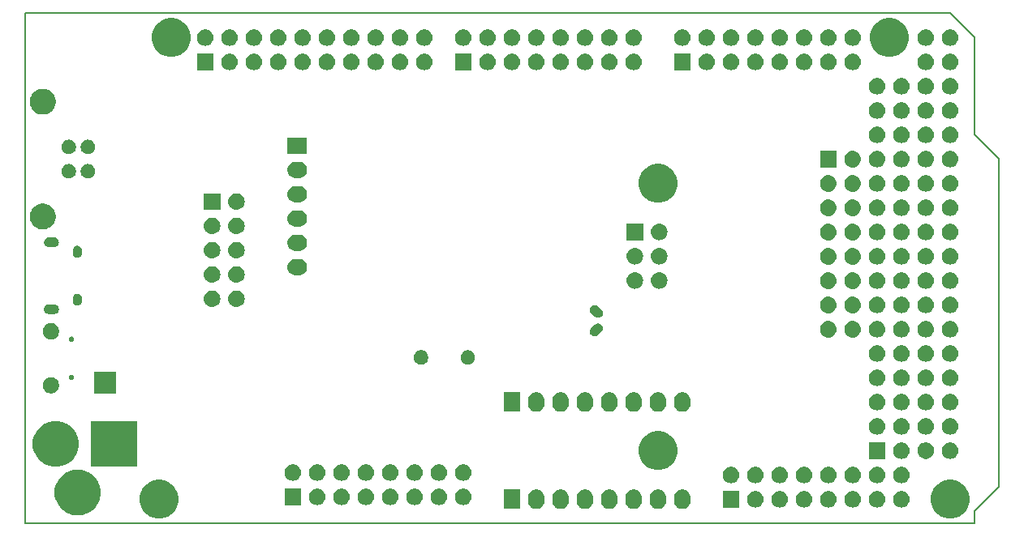
<source format=gbs>
G04 #@! TF.GenerationSoftware,KiCad,Pcbnew,6.0.0-rc1-unknown-9cac0a3~66~ubuntu16.04.1*
G04 #@! TF.CreationDate,2019-01-22T10:57:24+01:00
G04 #@! TF.ProjectId,arduino_mega_all_pins,61726475-696e-46f5-9f6d-6567615f616c,rev?*
G04 #@! TF.SameCoordinates,Original*
G04 #@! TF.FileFunction,Soldermask,Bot*
G04 #@! TF.FilePolarity,Negative*
%FSLAX46Y46*%
G04 Gerber Fmt 4.6, Leading zero omitted, Abs format (unit mm)*
G04 Created by KiCad (PCBNEW 6.0.0-rc1-unknown-9cac0a3~66~ubuntu16.04.1) date Ut 22. január 2019, 10:57:24 CET*
%MOMM*%
%LPD*%
G04 APERTURE LIST*
%ADD10C,0.150000*%
%ADD11C,0.100000*%
G04 APERTURE END LIST*
D10*
X199898000Y-68326000D02*
X202438000Y-70866000D01*
X202438000Y-70866000D02*
X202438000Y-81026000D01*
X202438000Y-81026000D02*
X204978000Y-83566000D01*
X204978000Y-83566000D02*
X204978000Y-117856000D01*
X204978000Y-117856000D02*
X202438000Y-120396000D01*
X202438000Y-120396000D02*
X202438000Y-121666000D01*
X202438000Y-121666000D02*
X103378000Y-121666000D01*
X103378000Y-68326000D02*
X199898000Y-68326000D01*
X103378000Y-121666000D02*
X103378000Y-68326000D01*
D11*
G36*
X200490712Y-117172088D02*
G01*
X200860510Y-117325263D01*
X200860513Y-117325265D01*
X201193325Y-117547643D01*
X201476357Y-117830675D01*
X201636455Y-118070279D01*
X201698737Y-118163490D01*
X201851912Y-118533288D01*
X201930000Y-118925864D01*
X201930000Y-119326136D01*
X201851912Y-119718712D01*
X201698737Y-120088510D01*
X201698735Y-120088513D01*
X201476357Y-120421325D01*
X201193325Y-120704357D01*
X200860513Y-120926735D01*
X200860510Y-120926737D01*
X200490712Y-121079912D01*
X200098136Y-121158000D01*
X199697864Y-121158000D01*
X199305288Y-121079912D01*
X198935490Y-120926737D01*
X198935487Y-120926735D01*
X198602675Y-120704357D01*
X198319643Y-120421325D01*
X198097265Y-120088513D01*
X198097263Y-120088510D01*
X197944088Y-119718712D01*
X197866000Y-119326136D01*
X197866000Y-118925864D01*
X197944088Y-118533288D01*
X198097263Y-118163490D01*
X198159545Y-118070279D01*
X198319643Y-117830675D01*
X198602675Y-117547643D01*
X198935487Y-117325265D01*
X198935490Y-117325263D01*
X199305288Y-117172088D01*
X199697864Y-117094000D01*
X200098136Y-117094000D01*
X200490712Y-117172088D01*
X200490712Y-117172088D01*
G37*
G36*
X117940712Y-117172088D02*
G01*
X118310510Y-117325263D01*
X118310513Y-117325265D01*
X118643325Y-117547643D01*
X118926357Y-117830675D01*
X119086455Y-118070279D01*
X119148737Y-118163490D01*
X119301912Y-118533288D01*
X119380000Y-118925864D01*
X119380000Y-119326136D01*
X119301912Y-119718712D01*
X119148737Y-120088510D01*
X119148735Y-120088513D01*
X118926357Y-120421325D01*
X118643325Y-120704357D01*
X118310513Y-120926735D01*
X118310510Y-120926737D01*
X117940712Y-121079912D01*
X117548136Y-121158000D01*
X117147864Y-121158000D01*
X116755288Y-121079912D01*
X116385490Y-120926737D01*
X116385487Y-120926735D01*
X116052675Y-120704357D01*
X115769643Y-120421325D01*
X115547265Y-120088513D01*
X115547263Y-120088510D01*
X115394088Y-119718712D01*
X115316000Y-119326136D01*
X115316000Y-118925864D01*
X115394088Y-118533288D01*
X115547263Y-118163490D01*
X115609545Y-118070279D01*
X115769643Y-117830675D01*
X116052675Y-117547643D01*
X116385487Y-117325265D01*
X116385490Y-117325263D01*
X116755288Y-117172088D01*
X117147864Y-117094000D01*
X117548136Y-117094000D01*
X117940712Y-117172088D01*
X117940712Y-117172088D01*
G37*
G36*
X109327595Y-116073321D02*
G01*
X109559462Y-116119442D01*
X109740401Y-116194390D01*
X109996287Y-116300381D01*
X110389425Y-116563067D01*
X110723753Y-116897395D01*
X110986439Y-117290533D01*
X111092430Y-117546419D01*
X111167378Y-117727358D01*
X111259620Y-118191091D01*
X111259620Y-118663909D01*
X111167378Y-119127642D01*
X111135713Y-119204088D01*
X110986439Y-119564467D01*
X110723753Y-119957605D01*
X110389425Y-120291933D01*
X109996287Y-120554619D01*
X109740401Y-120660610D01*
X109559462Y-120735558D01*
X109327595Y-120781679D01*
X109095730Y-120827800D01*
X108622910Y-120827800D01*
X108391045Y-120781679D01*
X108159178Y-120735558D01*
X107978239Y-120660610D01*
X107722353Y-120554619D01*
X107329215Y-120291933D01*
X106994887Y-119957605D01*
X106732201Y-119564467D01*
X106582927Y-119204088D01*
X106551262Y-119127642D01*
X106459020Y-118663909D01*
X106459020Y-118191091D01*
X106551262Y-117727358D01*
X106626210Y-117546419D01*
X106732201Y-117290533D01*
X106994887Y-116897395D01*
X107329215Y-116563067D01*
X107722353Y-116300381D01*
X107978239Y-116194390D01*
X108159178Y-116119442D01*
X108391045Y-116073321D01*
X108622910Y-116027200D01*
X109095730Y-116027200D01*
X109327595Y-116073321D01*
X109327595Y-116073321D01*
G37*
G36*
X161967294Y-118122496D02*
G01*
X162087726Y-118159029D01*
X162130087Y-118171879D01*
X162280112Y-118252068D01*
X162411612Y-118359988D01*
X162519532Y-118491488D01*
X162599721Y-118641512D01*
X162600442Y-118643888D01*
X162649104Y-118804305D01*
X162649104Y-118804307D01*
X162661600Y-118931179D01*
X162661600Y-119320820D01*
X162661076Y-119326136D01*
X162649104Y-119447694D01*
X162613681Y-119564467D01*
X162599721Y-119610488D01*
X162519532Y-119760512D01*
X162411612Y-119892012D01*
X162280112Y-119999932D01*
X162130088Y-120080121D01*
X162102433Y-120088510D01*
X161967295Y-120129504D01*
X161854432Y-120140620D01*
X161798001Y-120146178D01*
X161798000Y-120146178D01*
X161628706Y-120129504D01*
X161493568Y-120088510D01*
X161465913Y-120080121D01*
X161315889Y-119999932D01*
X161225946Y-119926117D01*
X161184388Y-119892012D01*
X161076469Y-119760512D01*
X161076467Y-119760509D01*
X160996279Y-119610488D01*
X160982319Y-119564467D01*
X160946896Y-119447695D01*
X160937679Y-119354112D01*
X160934400Y-119320821D01*
X160934400Y-118931180D01*
X160946896Y-118804308D01*
X160946896Y-118804306D01*
X160996278Y-118641517D01*
X160996279Y-118641513D01*
X161076468Y-118491488D01*
X161184388Y-118359988D01*
X161315888Y-118252068D01*
X161465912Y-118171879D01*
X161508273Y-118159029D01*
X161628705Y-118122496D01*
X161755580Y-118110000D01*
X161797999Y-118105822D01*
X161798000Y-118105822D01*
X161967294Y-118122496D01*
X161967294Y-118122496D01*
G37*
G36*
X156887294Y-118122496D02*
G01*
X157007726Y-118159029D01*
X157050087Y-118171879D01*
X157200112Y-118252068D01*
X157331612Y-118359988D01*
X157439532Y-118491488D01*
X157519721Y-118641512D01*
X157520442Y-118643888D01*
X157569104Y-118804305D01*
X157569104Y-118804307D01*
X157581600Y-118931179D01*
X157581600Y-119320820D01*
X157581076Y-119326136D01*
X157569104Y-119447694D01*
X157533681Y-119564467D01*
X157519721Y-119610488D01*
X157439532Y-119760512D01*
X157331612Y-119892012D01*
X157200112Y-119999932D01*
X157050088Y-120080121D01*
X157022433Y-120088510D01*
X156887295Y-120129504D01*
X156774432Y-120140620D01*
X156718001Y-120146178D01*
X156718000Y-120146178D01*
X156548706Y-120129504D01*
X156413568Y-120088510D01*
X156385913Y-120080121D01*
X156235889Y-119999932D01*
X156145946Y-119926117D01*
X156104388Y-119892012D01*
X155996469Y-119760512D01*
X155996467Y-119760509D01*
X155916279Y-119610488D01*
X155902319Y-119564467D01*
X155866896Y-119447695D01*
X155857679Y-119354112D01*
X155854400Y-119320821D01*
X155854400Y-118931180D01*
X155866896Y-118804308D01*
X155866896Y-118804306D01*
X155916278Y-118641517D01*
X155916279Y-118641513D01*
X155996468Y-118491488D01*
X156104388Y-118359988D01*
X156235888Y-118252068D01*
X156385912Y-118171879D01*
X156428273Y-118159029D01*
X156548705Y-118122496D01*
X156675580Y-118110000D01*
X156717999Y-118105822D01*
X156718000Y-118105822D01*
X156887294Y-118122496D01*
X156887294Y-118122496D01*
G37*
G36*
X159427294Y-118122496D02*
G01*
X159547726Y-118159029D01*
X159590087Y-118171879D01*
X159740112Y-118252068D01*
X159871612Y-118359988D01*
X159979532Y-118491488D01*
X160059721Y-118641512D01*
X160060442Y-118643888D01*
X160109104Y-118804305D01*
X160109104Y-118804307D01*
X160121600Y-118931179D01*
X160121600Y-119320820D01*
X160121076Y-119326136D01*
X160109104Y-119447694D01*
X160073681Y-119564467D01*
X160059721Y-119610488D01*
X159979532Y-119760512D01*
X159871612Y-119892012D01*
X159740112Y-119999932D01*
X159590088Y-120080121D01*
X159562433Y-120088510D01*
X159427295Y-120129504D01*
X159314432Y-120140620D01*
X159258001Y-120146178D01*
X159258000Y-120146178D01*
X159088706Y-120129504D01*
X158953568Y-120088510D01*
X158925913Y-120080121D01*
X158775889Y-119999932D01*
X158685946Y-119926117D01*
X158644388Y-119892012D01*
X158536469Y-119760512D01*
X158536467Y-119760509D01*
X158456279Y-119610488D01*
X158442319Y-119564467D01*
X158406896Y-119447695D01*
X158397679Y-119354112D01*
X158394400Y-119320821D01*
X158394400Y-118931180D01*
X158406896Y-118804308D01*
X158406896Y-118804306D01*
X158456278Y-118641517D01*
X158456279Y-118641513D01*
X158536468Y-118491488D01*
X158644388Y-118359988D01*
X158775888Y-118252068D01*
X158925912Y-118171879D01*
X158968273Y-118159029D01*
X159088705Y-118122496D01*
X159215580Y-118110000D01*
X159257999Y-118105822D01*
X159258000Y-118105822D01*
X159427294Y-118122496D01*
X159427294Y-118122496D01*
G37*
G36*
X164507294Y-118122496D02*
G01*
X164627726Y-118159029D01*
X164670087Y-118171879D01*
X164820112Y-118252068D01*
X164951612Y-118359988D01*
X165059532Y-118491488D01*
X165139721Y-118641512D01*
X165140442Y-118643888D01*
X165189104Y-118804305D01*
X165189104Y-118804307D01*
X165201600Y-118931179D01*
X165201600Y-119320820D01*
X165201076Y-119326136D01*
X165189104Y-119447694D01*
X165153681Y-119564467D01*
X165139721Y-119610488D01*
X165059532Y-119760512D01*
X164951612Y-119892012D01*
X164820112Y-119999932D01*
X164670088Y-120080121D01*
X164642433Y-120088510D01*
X164507295Y-120129504D01*
X164394432Y-120140620D01*
X164338001Y-120146178D01*
X164338000Y-120146178D01*
X164168706Y-120129504D01*
X164033568Y-120088510D01*
X164005913Y-120080121D01*
X163855889Y-119999932D01*
X163765946Y-119926117D01*
X163724388Y-119892012D01*
X163616469Y-119760512D01*
X163616467Y-119760509D01*
X163536279Y-119610488D01*
X163522319Y-119564467D01*
X163486896Y-119447695D01*
X163477679Y-119354112D01*
X163474400Y-119320821D01*
X163474400Y-118931180D01*
X163486896Y-118804308D01*
X163486896Y-118804306D01*
X163536278Y-118641517D01*
X163536279Y-118641513D01*
X163616468Y-118491488D01*
X163724388Y-118359988D01*
X163855888Y-118252068D01*
X164005912Y-118171879D01*
X164048273Y-118159029D01*
X164168705Y-118122496D01*
X164295580Y-118110000D01*
X164337999Y-118105822D01*
X164338000Y-118105822D01*
X164507294Y-118122496D01*
X164507294Y-118122496D01*
G37*
G36*
X167047294Y-118122496D02*
G01*
X167167726Y-118159029D01*
X167210087Y-118171879D01*
X167360112Y-118252068D01*
X167491612Y-118359988D01*
X167599532Y-118491488D01*
X167679721Y-118641512D01*
X167680442Y-118643888D01*
X167729104Y-118804305D01*
X167729104Y-118804307D01*
X167741600Y-118931179D01*
X167741600Y-119320820D01*
X167741076Y-119326136D01*
X167729104Y-119447694D01*
X167693681Y-119564467D01*
X167679721Y-119610488D01*
X167599532Y-119760512D01*
X167491612Y-119892012D01*
X167360112Y-119999932D01*
X167210088Y-120080121D01*
X167182433Y-120088510D01*
X167047295Y-120129504D01*
X166934432Y-120140620D01*
X166878001Y-120146178D01*
X166878000Y-120146178D01*
X166708706Y-120129504D01*
X166573568Y-120088510D01*
X166545913Y-120080121D01*
X166395889Y-119999932D01*
X166305946Y-119926117D01*
X166264388Y-119892012D01*
X166156469Y-119760512D01*
X166156467Y-119760509D01*
X166076279Y-119610488D01*
X166062319Y-119564467D01*
X166026896Y-119447695D01*
X166017679Y-119354112D01*
X166014400Y-119320821D01*
X166014400Y-118931180D01*
X166026896Y-118804308D01*
X166026896Y-118804306D01*
X166076278Y-118641517D01*
X166076279Y-118641513D01*
X166156468Y-118491488D01*
X166264388Y-118359988D01*
X166395888Y-118252068D01*
X166545912Y-118171879D01*
X166588273Y-118159029D01*
X166708705Y-118122496D01*
X166835580Y-118110000D01*
X166877999Y-118105822D01*
X166878000Y-118105822D01*
X167047294Y-118122496D01*
X167047294Y-118122496D01*
G37*
G36*
X169587294Y-118122496D02*
G01*
X169707726Y-118159029D01*
X169750087Y-118171879D01*
X169900112Y-118252068D01*
X170031612Y-118359988D01*
X170139532Y-118491488D01*
X170219721Y-118641512D01*
X170220442Y-118643888D01*
X170269104Y-118804305D01*
X170269104Y-118804307D01*
X170281600Y-118931179D01*
X170281600Y-119320820D01*
X170281076Y-119326136D01*
X170269104Y-119447694D01*
X170233681Y-119564467D01*
X170219721Y-119610488D01*
X170139532Y-119760512D01*
X170031612Y-119892012D01*
X169900112Y-119999932D01*
X169750088Y-120080121D01*
X169722433Y-120088510D01*
X169587295Y-120129504D01*
X169474432Y-120140620D01*
X169418001Y-120146178D01*
X169418000Y-120146178D01*
X169248706Y-120129504D01*
X169113568Y-120088510D01*
X169085913Y-120080121D01*
X168935889Y-119999932D01*
X168845946Y-119926117D01*
X168804388Y-119892012D01*
X168696469Y-119760512D01*
X168696467Y-119760509D01*
X168616279Y-119610488D01*
X168602319Y-119564467D01*
X168566896Y-119447695D01*
X168557679Y-119354112D01*
X168554400Y-119320821D01*
X168554400Y-118931180D01*
X168566896Y-118804308D01*
X168566896Y-118804306D01*
X168616278Y-118641517D01*
X168616279Y-118641513D01*
X168696468Y-118491488D01*
X168804388Y-118359988D01*
X168935888Y-118252068D01*
X169085912Y-118171879D01*
X169128273Y-118159029D01*
X169248705Y-118122496D01*
X169375580Y-118110000D01*
X169417999Y-118105822D01*
X169418000Y-118105822D01*
X169587294Y-118122496D01*
X169587294Y-118122496D01*
G37*
G36*
X172127294Y-118122496D02*
G01*
X172247726Y-118159029D01*
X172290087Y-118171879D01*
X172440112Y-118252068D01*
X172571612Y-118359988D01*
X172679532Y-118491488D01*
X172759721Y-118641512D01*
X172760442Y-118643888D01*
X172809104Y-118804305D01*
X172809104Y-118804307D01*
X172821600Y-118931179D01*
X172821600Y-119320820D01*
X172821076Y-119326136D01*
X172809104Y-119447694D01*
X172773681Y-119564467D01*
X172759721Y-119610488D01*
X172679532Y-119760512D01*
X172571612Y-119892012D01*
X172440112Y-119999932D01*
X172290088Y-120080121D01*
X172262433Y-120088510D01*
X172127295Y-120129504D01*
X172014432Y-120140620D01*
X171958001Y-120146178D01*
X171958000Y-120146178D01*
X171788706Y-120129504D01*
X171653568Y-120088510D01*
X171625913Y-120080121D01*
X171475889Y-119999932D01*
X171385946Y-119926117D01*
X171344388Y-119892012D01*
X171236469Y-119760512D01*
X171236467Y-119760509D01*
X171156279Y-119610488D01*
X171142319Y-119564467D01*
X171106896Y-119447695D01*
X171097679Y-119354112D01*
X171094400Y-119320821D01*
X171094400Y-118931180D01*
X171106896Y-118804308D01*
X171106896Y-118804306D01*
X171156278Y-118641517D01*
X171156279Y-118641513D01*
X171236468Y-118491488D01*
X171344388Y-118359988D01*
X171475888Y-118252068D01*
X171625912Y-118171879D01*
X171668273Y-118159029D01*
X171788705Y-118122496D01*
X171915580Y-118110000D01*
X171957999Y-118105822D01*
X171958000Y-118105822D01*
X172127294Y-118122496D01*
X172127294Y-118122496D01*
G37*
G36*
X155041600Y-120142000D02*
G01*
X153314400Y-120142000D01*
X153314400Y-118110000D01*
X155041600Y-118110000D01*
X155041600Y-120142000D01*
X155041600Y-120142000D01*
G37*
G36*
X192362712Y-118266565D02*
G01*
X192447295Y-118274896D01*
X192567727Y-118311429D01*
X192610088Y-118324279D01*
X192760112Y-118404468D01*
X192891612Y-118512388D01*
X192999532Y-118643888D01*
X193079721Y-118793912D01*
X193092571Y-118836273D01*
X193129104Y-118956705D01*
X193145778Y-119126000D01*
X193129104Y-119295295D01*
X193119748Y-119326136D01*
X193079721Y-119458088D01*
X192999532Y-119608112D01*
X192891612Y-119739612D01*
X192760112Y-119847532D01*
X192610088Y-119927721D01*
X192567727Y-119940571D01*
X192447295Y-119977104D01*
X192362712Y-119985435D01*
X192320421Y-119989600D01*
X192235579Y-119989600D01*
X192193288Y-119985435D01*
X192108705Y-119977104D01*
X191988273Y-119940571D01*
X191945912Y-119927721D01*
X191795888Y-119847532D01*
X191664388Y-119739612D01*
X191556468Y-119608112D01*
X191476279Y-119458088D01*
X191436252Y-119326136D01*
X191426896Y-119295295D01*
X191410222Y-119126000D01*
X191426896Y-118956705D01*
X191463429Y-118836273D01*
X191476279Y-118793912D01*
X191556468Y-118643888D01*
X191664388Y-118512388D01*
X191795888Y-118404468D01*
X191945912Y-118324279D01*
X191988273Y-118311429D01*
X192108705Y-118274896D01*
X192193288Y-118266565D01*
X192235579Y-118262400D01*
X192320421Y-118262400D01*
X192362712Y-118266565D01*
X192362712Y-118266565D01*
G37*
G36*
X179662712Y-118266565D02*
G01*
X179747295Y-118274896D01*
X179867727Y-118311429D01*
X179910088Y-118324279D01*
X180060112Y-118404468D01*
X180191612Y-118512388D01*
X180299532Y-118643888D01*
X180379721Y-118793912D01*
X180392571Y-118836273D01*
X180429104Y-118956705D01*
X180445778Y-119126000D01*
X180429104Y-119295295D01*
X180419748Y-119326136D01*
X180379721Y-119458088D01*
X180299532Y-119608112D01*
X180191612Y-119739612D01*
X180060112Y-119847532D01*
X179910088Y-119927721D01*
X179867727Y-119940571D01*
X179747295Y-119977104D01*
X179662712Y-119985435D01*
X179620421Y-119989600D01*
X179535579Y-119989600D01*
X179493288Y-119985435D01*
X179408705Y-119977104D01*
X179288273Y-119940571D01*
X179245912Y-119927721D01*
X179095888Y-119847532D01*
X178964388Y-119739612D01*
X178856468Y-119608112D01*
X178776279Y-119458088D01*
X178736252Y-119326136D01*
X178726896Y-119295295D01*
X178710222Y-119126000D01*
X178726896Y-118956705D01*
X178763429Y-118836273D01*
X178776279Y-118793912D01*
X178856468Y-118643888D01*
X178964388Y-118512388D01*
X179095888Y-118404468D01*
X179245912Y-118324279D01*
X179288273Y-118311429D01*
X179408705Y-118274896D01*
X179493288Y-118266565D01*
X179535579Y-118262400D01*
X179620421Y-118262400D01*
X179662712Y-118266565D01*
X179662712Y-118266565D01*
G37*
G36*
X177901600Y-119989600D02*
G01*
X176174400Y-119989600D01*
X176174400Y-118262400D01*
X177901600Y-118262400D01*
X177901600Y-119989600D01*
X177901600Y-119989600D01*
G37*
G36*
X194902712Y-118266565D02*
G01*
X194987295Y-118274896D01*
X195107727Y-118311429D01*
X195150088Y-118324279D01*
X195300112Y-118404468D01*
X195431612Y-118512388D01*
X195539532Y-118643888D01*
X195619721Y-118793912D01*
X195632571Y-118836273D01*
X195669104Y-118956705D01*
X195685778Y-119126000D01*
X195669104Y-119295295D01*
X195659748Y-119326136D01*
X195619721Y-119458088D01*
X195539532Y-119608112D01*
X195431612Y-119739612D01*
X195300112Y-119847532D01*
X195150088Y-119927721D01*
X195107727Y-119940571D01*
X194987295Y-119977104D01*
X194902712Y-119985435D01*
X194860421Y-119989600D01*
X194775579Y-119989600D01*
X194733288Y-119985435D01*
X194648705Y-119977104D01*
X194528273Y-119940571D01*
X194485912Y-119927721D01*
X194335888Y-119847532D01*
X194204388Y-119739612D01*
X194096468Y-119608112D01*
X194016279Y-119458088D01*
X193976252Y-119326136D01*
X193966896Y-119295295D01*
X193950222Y-119126000D01*
X193966896Y-118956705D01*
X194003429Y-118836273D01*
X194016279Y-118793912D01*
X194096468Y-118643888D01*
X194204388Y-118512388D01*
X194335888Y-118404468D01*
X194485912Y-118324279D01*
X194528273Y-118311429D01*
X194648705Y-118274896D01*
X194733288Y-118266565D01*
X194775579Y-118262400D01*
X194860421Y-118262400D01*
X194902712Y-118266565D01*
X194902712Y-118266565D01*
G37*
G36*
X189822712Y-118266565D02*
G01*
X189907295Y-118274896D01*
X190027727Y-118311429D01*
X190070088Y-118324279D01*
X190220112Y-118404468D01*
X190351612Y-118512388D01*
X190459532Y-118643888D01*
X190539721Y-118793912D01*
X190552571Y-118836273D01*
X190589104Y-118956705D01*
X190605778Y-119126000D01*
X190589104Y-119295295D01*
X190579748Y-119326136D01*
X190539721Y-119458088D01*
X190459532Y-119608112D01*
X190351612Y-119739612D01*
X190220112Y-119847532D01*
X190070088Y-119927721D01*
X190027727Y-119940571D01*
X189907295Y-119977104D01*
X189822712Y-119985435D01*
X189780421Y-119989600D01*
X189695579Y-119989600D01*
X189653288Y-119985435D01*
X189568705Y-119977104D01*
X189448273Y-119940571D01*
X189405912Y-119927721D01*
X189255888Y-119847532D01*
X189124388Y-119739612D01*
X189016468Y-119608112D01*
X188936279Y-119458088D01*
X188896252Y-119326136D01*
X188886896Y-119295295D01*
X188870222Y-119126000D01*
X188886896Y-118956705D01*
X188923429Y-118836273D01*
X188936279Y-118793912D01*
X189016468Y-118643888D01*
X189124388Y-118512388D01*
X189255888Y-118404468D01*
X189405912Y-118324279D01*
X189448273Y-118311429D01*
X189568705Y-118274896D01*
X189653288Y-118266565D01*
X189695579Y-118262400D01*
X189780421Y-118262400D01*
X189822712Y-118266565D01*
X189822712Y-118266565D01*
G37*
G36*
X182202712Y-118266565D02*
G01*
X182287295Y-118274896D01*
X182407727Y-118311429D01*
X182450088Y-118324279D01*
X182600112Y-118404468D01*
X182731612Y-118512388D01*
X182839532Y-118643888D01*
X182919721Y-118793912D01*
X182932571Y-118836273D01*
X182969104Y-118956705D01*
X182985778Y-119126000D01*
X182969104Y-119295295D01*
X182959748Y-119326136D01*
X182919721Y-119458088D01*
X182839532Y-119608112D01*
X182731612Y-119739612D01*
X182600112Y-119847532D01*
X182450088Y-119927721D01*
X182407727Y-119940571D01*
X182287295Y-119977104D01*
X182202712Y-119985435D01*
X182160421Y-119989600D01*
X182075579Y-119989600D01*
X182033288Y-119985435D01*
X181948705Y-119977104D01*
X181828273Y-119940571D01*
X181785912Y-119927721D01*
X181635888Y-119847532D01*
X181504388Y-119739612D01*
X181396468Y-119608112D01*
X181316279Y-119458088D01*
X181276252Y-119326136D01*
X181266896Y-119295295D01*
X181250222Y-119126000D01*
X181266896Y-118956705D01*
X181303429Y-118836273D01*
X181316279Y-118793912D01*
X181396468Y-118643888D01*
X181504388Y-118512388D01*
X181635888Y-118404468D01*
X181785912Y-118324279D01*
X181828273Y-118311429D01*
X181948705Y-118274896D01*
X182033288Y-118266565D01*
X182075579Y-118262400D01*
X182160421Y-118262400D01*
X182202712Y-118266565D01*
X182202712Y-118266565D01*
G37*
G36*
X184742712Y-118266565D02*
G01*
X184827295Y-118274896D01*
X184947727Y-118311429D01*
X184990088Y-118324279D01*
X185140112Y-118404468D01*
X185271612Y-118512388D01*
X185379532Y-118643888D01*
X185459721Y-118793912D01*
X185472571Y-118836273D01*
X185509104Y-118956705D01*
X185525778Y-119126000D01*
X185509104Y-119295295D01*
X185499748Y-119326136D01*
X185459721Y-119458088D01*
X185379532Y-119608112D01*
X185271612Y-119739612D01*
X185140112Y-119847532D01*
X184990088Y-119927721D01*
X184947727Y-119940571D01*
X184827295Y-119977104D01*
X184742712Y-119985435D01*
X184700421Y-119989600D01*
X184615579Y-119989600D01*
X184573288Y-119985435D01*
X184488705Y-119977104D01*
X184368273Y-119940571D01*
X184325912Y-119927721D01*
X184175888Y-119847532D01*
X184044388Y-119739612D01*
X183936468Y-119608112D01*
X183856279Y-119458088D01*
X183816252Y-119326136D01*
X183806896Y-119295295D01*
X183790222Y-119126000D01*
X183806896Y-118956705D01*
X183843429Y-118836273D01*
X183856279Y-118793912D01*
X183936468Y-118643888D01*
X184044388Y-118512388D01*
X184175888Y-118404468D01*
X184325912Y-118324279D01*
X184368273Y-118311429D01*
X184488705Y-118274896D01*
X184573288Y-118266565D01*
X184615579Y-118262400D01*
X184700421Y-118262400D01*
X184742712Y-118266565D01*
X184742712Y-118266565D01*
G37*
G36*
X187282712Y-118266565D02*
G01*
X187367295Y-118274896D01*
X187487727Y-118311429D01*
X187530088Y-118324279D01*
X187680112Y-118404468D01*
X187811612Y-118512388D01*
X187919532Y-118643888D01*
X187999721Y-118793912D01*
X188012571Y-118836273D01*
X188049104Y-118956705D01*
X188065778Y-119126000D01*
X188049104Y-119295295D01*
X188039748Y-119326136D01*
X187999721Y-119458088D01*
X187919532Y-119608112D01*
X187811612Y-119739612D01*
X187680112Y-119847532D01*
X187530088Y-119927721D01*
X187487727Y-119940571D01*
X187367295Y-119977104D01*
X187282712Y-119985435D01*
X187240421Y-119989600D01*
X187155579Y-119989600D01*
X187113288Y-119985435D01*
X187028705Y-119977104D01*
X186908273Y-119940571D01*
X186865912Y-119927721D01*
X186715888Y-119847532D01*
X186584388Y-119739612D01*
X186476468Y-119608112D01*
X186396279Y-119458088D01*
X186356252Y-119326136D01*
X186346896Y-119295295D01*
X186330222Y-119126000D01*
X186346896Y-118956705D01*
X186383429Y-118836273D01*
X186396279Y-118793912D01*
X186476468Y-118643888D01*
X186584388Y-118512388D01*
X186715888Y-118404468D01*
X186865912Y-118324279D01*
X186908273Y-118311429D01*
X187028705Y-118274896D01*
X187113288Y-118266565D01*
X187155579Y-118262400D01*
X187240421Y-118262400D01*
X187282712Y-118266565D01*
X187282712Y-118266565D01*
G37*
G36*
X144102712Y-118012565D02*
G01*
X144187295Y-118020896D01*
X144307727Y-118057429D01*
X144350088Y-118070279D01*
X144500112Y-118150468D01*
X144631612Y-118258388D01*
X144739532Y-118389888D01*
X144819721Y-118539912D01*
X144819722Y-118539916D01*
X144869104Y-118702705D01*
X144885778Y-118872000D01*
X144869104Y-119041295D01*
X144832571Y-119161727D01*
X144819721Y-119204088D01*
X144739532Y-119354112D01*
X144631612Y-119485612D01*
X144500112Y-119593532D01*
X144350088Y-119673721D01*
X144307727Y-119686571D01*
X144187295Y-119723104D01*
X144102712Y-119731435D01*
X144060421Y-119735600D01*
X143975579Y-119735600D01*
X143933288Y-119731435D01*
X143848705Y-119723104D01*
X143728273Y-119686571D01*
X143685912Y-119673721D01*
X143535888Y-119593532D01*
X143404388Y-119485612D01*
X143296468Y-119354112D01*
X143216279Y-119204088D01*
X143203429Y-119161727D01*
X143166896Y-119041295D01*
X143150222Y-118872000D01*
X143166896Y-118702705D01*
X143216278Y-118539916D01*
X143216279Y-118539912D01*
X143296468Y-118389888D01*
X143404388Y-118258388D01*
X143535888Y-118150468D01*
X143685912Y-118070279D01*
X143728273Y-118057429D01*
X143848705Y-118020896D01*
X143933288Y-118012565D01*
X143975579Y-118008400D01*
X144060421Y-118008400D01*
X144102712Y-118012565D01*
X144102712Y-118012565D01*
G37*
G36*
X132181600Y-119735600D02*
G01*
X130454400Y-119735600D01*
X130454400Y-118008400D01*
X132181600Y-118008400D01*
X132181600Y-119735600D01*
X132181600Y-119735600D01*
G37*
G36*
X149182712Y-118012565D02*
G01*
X149267295Y-118020896D01*
X149387727Y-118057429D01*
X149430088Y-118070279D01*
X149580112Y-118150468D01*
X149711612Y-118258388D01*
X149819532Y-118389888D01*
X149899721Y-118539912D01*
X149899722Y-118539916D01*
X149949104Y-118702705D01*
X149965778Y-118872000D01*
X149949104Y-119041295D01*
X149912571Y-119161727D01*
X149899721Y-119204088D01*
X149819532Y-119354112D01*
X149711612Y-119485612D01*
X149580112Y-119593532D01*
X149430088Y-119673721D01*
X149387727Y-119686571D01*
X149267295Y-119723104D01*
X149182712Y-119731435D01*
X149140421Y-119735600D01*
X149055579Y-119735600D01*
X149013288Y-119731435D01*
X148928705Y-119723104D01*
X148808273Y-119686571D01*
X148765912Y-119673721D01*
X148615888Y-119593532D01*
X148484388Y-119485612D01*
X148376468Y-119354112D01*
X148296279Y-119204088D01*
X148283429Y-119161727D01*
X148246896Y-119041295D01*
X148230222Y-118872000D01*
X148246896Y-118702705D01*
X148296278Y-118539916D01*
X148296279Y-118539912D01*
X148376468Y-118389888D01*
X148484388Y-118258388D01*
X148615888Y-118150468D01*
X148765912Y-118070279D01*
X148808273Y-118057429D01*
X148928705Y-118020896D01*
X149013288Y-118012565D01*
X149055579Y-118008400D01*
X149140421Y-118008400D01*
X149182712Y-118012565D01*
X149182712Y-118012565D01*
G37*
G36*
X146642712Y-118012565D02*
G01*
X146727295Y-118020896D01*
X146847727Y-118057429D01*
X146890088Y-118070279D01*
X147040112Y-118150468D01*
X147171612Y-118258388D01*
X147279532Y-118389888D01*
X147359721Y-118539912D01*
X147359722Y-118539916D01*
X147409104Y-118702705D01*
X147425778Y-118872000D01*
X147409104Y-119041295D01*
X147372571Y-119161727D01*
X147359721Y-119204088D01*
X147279532Y-119354112D01*
X147171612Y-119485612D01*
X147040112Y-119593532D01*
X146890088Y-119673721D01*
X146847727Y-119686571D01*
X146727295Y-119723104D01*
X146642712Y-119731435D01*
X146600421Y-119735600D01*
X146515579Y-119735600D01*
X146473288Y-119731435D01*
X146388705Y-119723104D01*
X146268273Y-119686571D01*
X146225912Y-119673721D01*
X146075888Y-119593532D01*
X145944388Y-119485612D01*
X145836468Y-119354112D01*
X145756279Y-119204088D01*
X145743429Y-119161727D01*
X145706896Y-119041295D01*
X145690222Y-118872000D01*
X145706896Y-118702705D01*
X145756278Y-118539916D01*
X145756279Y-118539912D01*
X145836468Y-118389888D01*
X145944388Y-118258388D01*
X146075888Y-118150468D01*
X146225912Y-118070279D01*
X146268273Y-118057429D01*
X146388705Y-118020896D01*
X146473288Y-118012565D01*
X146515579Y-118008400D01*
X146600421Y-118008400D01*
X146642712Y-118012565D01*
X146642712Y-118012565D01*
G37*
G36*
X141562712Y-118012565D02*
G01*
X141647295Y-118020896D01*
X141767727Y-118057429D01*
X141810088Y-118070279D01*
X141960112Y-118150468D01*
X142091612Y-118258388D01*
X142199532Y-118389888D01*
X142279721Y-118539912D01*
X142279722Y-118539916D01*
X142329104Y-118702705D01*
X142345778Y-118872000D01*
X142329104Y-119041295D01*
X142292571Y-119161727D01*
X142279721Y-119204088D01*
X142199532Y-119354112D01*
X142091612Y-119485612D01*
X141960112Y-119593532D01*
X141810088Y-119673721D01*
X141767727Y-119686571D01*
X141647295Y-119723104D01*
X141562712Y-119731435D01*
X141520421Y-119735600D01*
X141435579Y-119735600D01*
X141393288Y-119731435D01*
X141308705Y-119723104D01*
X141188273Y-119686571D01*
X141145912Y-119673721D01*
X140995888Y-119593532D01*
X140864388Y-119485612D01*
X140756468Y-119354112D01*
X140676279Y-119204088D01*
X140663429Y-119161727D01*
X140626896Y-119041295D01*
X140610222Y-118872000D01*
X140626896Y-118702705D01*
X140676278Y-118539916D01*
X140676279Y-118539912D01*
X140756468Y-118389888D01*
X140864388Y-118258388D01*
X140995888Y-118150468D01*
X141145912Y-118070279D01*
X141188273Y-118057429D01*
X141308705Y-118020896D01*
X141393288Y-118012565D01*
X141435579Y-118008400D01*
X141520421Y-118008400D01*
X141562712Y-118012565D01*
X141562712Y-118012565D01*
G37*
G36*
X139022712Y-118012565D02*
G01*
X139107295Y-118020896D01*
X139227727Y-118057429D01*
X139270088Y-118070279D01*
X139420112Y-118150468D01*
X139551612Y-118258388D01*
X139659532Y-118389888D01*
X139739721Y-118539912D01*
X139739722Y-118539916D01*
X139789104Y-118702705D01*
X139805778Y-118872000D01*
X139789104Y-119041295D01*
X139752571Y-119161727D01*
X139739721Y-119204088D01*
X139659532Y-119354112D01*
X139551612Y-119485612D01*
X139420112Y-119593532D01*
X139270088Y-119673721D01*
X139227727Y-119686571D01*
X139107295Y-119723104D01*
X139022712Y-119731435D01*
X138980421Y-119735600D01*
X138895579Y-119735600D01*
X138853288Y-119731435D01*
X138768705Y-119723104D01*
X138648273Y-119686571D01*
X138605912Y-119673721D01*
X138455888Y-119593532D01*
X138324388Y-119485612D01*
X138216468Y-119354112D01*
X138136279Y-119204088D01*
X138123429Y-119161727D01*
X138086896Y-119041295D01*
X138070222Y-118872000D01*
X138086896Y-118702705D01*
X138136278Y-118539916D01*
X138136279Y-118539912D01*
X138216468Y-118389888D01*
X138324388Y-118258388D01*
X138455888Y-118150468D01*
X138605912Y-118070279D01*
X138648273Y-118057429D01*
X138768705Y-118020896D01*
X138853288Y-118012565D01*
X138895579Y-118008400D01*
X138980421Y-118008400D01*
X139022712Y-118012565D01*
X139022712Y-118012565D01*
G37*
G36*
X136482712Y-118012565D02*
G01*
X136567295Y-118020896D01*
X136687727Y-118057429D01*
X136730088Y-118070279D01*
X136880112Y-118150468D01*
X137011612Y-118258388D01*
X137119532Y-118389888D01*
X137199721Y-118539912D01*
X137199722Y-118539916D01*
X137249104Y-118702705D01*
X137265778Y-118872000D01*
X137249104Y-119041295D01*
X137212571Y-119161727D01*
X137199721Y-119204088D01*
X137119532Y-119354112D01*
X137011612Y-119485612D01*
X136880112Y-119593532D01*
X136730088Y-119673721D01*
X136687727Y-119686571D01*
X136567295Y-119723104D01*
X136482712Y-119731435D01*
X136440421Y-119735600D01*
X136355579Y-119735600D01*
X136313288Y-119731435D01*
X136228705Y-119723104D01*
X136108273Y-119686571D01*
X136065912Y-119673721D01*
X135915888Y-119593532D01*
X135784388Y-119485612D01*
X135676468Y-119354112D01*
X135596279Y-119204088D01*
X135583429Y-119161727D01*
X135546896Y-119041295D01*
X135530222Y-118872000D01*
X135546896Y-118702705D01*
X135596278Y-118539916D01*
X135596279Y-118539912D01*
X135676468Y-118389888D01*
X135784388Y-118258388D01*
X135915888Y-118150468D01*
X136065912Y-118070279D01*
X136108273Y-118057429D01*
X136228705Y-118020896D01*
X136313288Y-118012565D01*
X136355579Y-118008400D01*
X136440421Y-118008400D01*
X136482712Y-118012565D01*
X136482712Y-118012565D01*
G37*
G36*
X133942712Y-118012565D02*
G01*
X134027295Y-118020896D01*
X134147727Y-118057429D01*
X134190088Y-118070279D01*
X134340112Y-118150468D01*
X134471612Y-118258388D01*
X134579532Y-118389888D01*
X134659721Y-118539912D01*
X134659722Y-118539916D01*
X134709104Y-118702705D01*
X134725778Y-118872000D01*
X134709104Y-119041295D01*
X134672571Y-119161727D01*
X134659721Y-119204088D01*
X134579532Y-119354112D01*
X134471612Y-119485612D01*
X134340112Y-119593532D01*
X134190088Y-119673721D01*
X134147727Y-119686571D01*
X134027295Y-119723104D01*
X133942712Y-119731435D01*
X133900421Y-119735600D01*
X133815579Y-119735600D01*
X133773288Y-119731435D01*
X133688705Y-119723104D01*
X133568273Y-119686571D01*
X133525912Y-119673721D01*
X133375888Y-119593532D01*
X133244388Y-119485612D01*
X133136468Y-119354112D01*
X133056279Y-119204088D01*
X133043429Y-119161727D01*
X133006896Y-119041295D01*
X132990222Y-118872000D01*
X133006896Y-118702705D01*
X133056278Y-118539916D01*
X133056279Y-118539912D01*
X133136468Y-118389888D01*
X133244388Y-118258388D01*
X133375888Y-118150468D01*
X133525912Y-118070279D01*
X133568273Y-118057429D01*
X133688705Y-118020896D01*
X133773288Y-118012565D01*
X133815579Y-118008400D01*
X133900421Y-118008400D01*
X133942712Y-118012565D01*
X133942712Y-118012565D01*
G37*
G36*
X189822712Y-115726565D02*
G01*
X189907295Y-115734896D01*
X190027727Y-115771429D01*
X190070088Y-115784279D01*
X190220112Y-115864468D01*
X190351612Y-115972388D01*
X190459532Y-116103888D01*
X190539721Y-116253912D01*
X190539722Y-116253916D01*
X190589104Y-116416705D01*
X190605778Y-116586000D01*
X190589104Y-116755295D01*
X190571262Y-116814112D01*
X190539721Y-116918088D01*
X190459532Y-117068112D01*
X190351612Y-117199612D01*
X190220112Y-117307532D01*
X190070088Y-117387721D01*
X190027727Y-117400571D01*
X189907295Y-117437104D01*
X189822712Y-117445435D01*
X189780421Y-117449600D01*
X189695579Y-117449600D01*
X189653288Y-117445435D01*
X189568705Y-117437104D01*
X189448273Y-117400571D01*
X189405912Y-117387721D01*
X189255888Y-117307532D01*
X189124388Y-117199612D01*
X189016468Y-117068112D01*
X188936279Y-116918088D01*
X188904738Y-116814112D01*
X188886896Y-116755295D01*
X188870222Y-116586000D01*
X188886896Y-116416705D01*
X188936278Y-116253916D01*
X188936279Y-116253912D01*
X189016468Y-116103888D01*
X189124388Y-115972388D01*
X189255888Y-115864468D01*
X189405912Y-115784279D01*
X189448273Y-115771429D01*
X189568705Y-115734896D01*
X189653288Y-115726565D01*
X189695579Y-115722400D01*
X189780421Y-115722400D01*
X189822712Y-115726565D01*
X189822712Y-115726565D01*
G37*
G36*
X179662712Y-115726565D02*
G01*
X179747295Y-115734896D01*
X179867727Y-115771429D01*
X179910088Y-115784279D01*
X180060112Y-115864468D01*
X180191612Y-115972388D01*
X180299532Y-116103888D01*
X180379721Y-116253912D01*
X180379722Y-116253916D01*
X180429104Y-116416705D01*
X180445778Y-116586000D01*
X180429104Y-116755295D01*
X180411262Y-116814112D01*
X180379721Y-116918088D01*
X180299532Y-117068112D01*
X180191612Y-117199612D01*
X180060112Y-117307532D01*
X179910088Y-117387721D01*
X179867727Y-117400571D01*
X179747295Y-117437104D01*
X179662712Y-117445435D01*
X179620421Y-117449600D01*
X179535579Y-117449600D01*
X179493288Y-117445435D01*
X179408705Y-117437104D01*
X179288273Y-117400571D01*
X179245912Y-117387721D01*
X179095888Y-117307532D01*
X178964388Y-117199612D01*
X178856468Y-117068112D01*
X178776279Y-116918088D01*
X178744738Y-116814112D01*
X178726896Y-116755295D01*
X178710222Y-116586000D01*
X178726896Y-116416705D01*
X178776278Y-116253916D01*
X178776279Y-116253912D01*
X178856468Y-116103888D01*
X178964388Y-115972388D01*
X179095888Y-115864468D01*
X179245912Y-115784279D01*
X179288273Y-115771429D01*
X179408705Y-115734896D01*
X179493288Y-115726565D01*
X179535579Y-115722400D01*
X179620421Y-115722400D01*
X179662712Y-115726565D01*
X179662712Y-115726565D01*
G37*
G36*
X182202712Y-115726565D02*
G01*
X182287295Y-115734896D01*
X182407727Y-115771429D01*
X182450088Y-115784279D01*
X182600112Y-115864468D01*
X182731612Y-115972388D01*
X182839532Y-116103888D01*
X182919721Y-116253912D01*
X182919722Y-116253916D01*
X182969104Y-116416705D01*
X182985778Y-116586000D01*
X182969104Y-116755295D01*
X182951262Y-116814112D01*
X182919721Y-116918088D01*
X182839532Y-117068112D01*
X182731612Y-117199612D01*
X182600112Y-117307532D01*
X182450088Y-117387721D01*
X182407727Y-117400571D01*
X182287295Y-117437104D01*
X182202712Y-117445435D01*
X182160421Y-117449600D01*
X182075579Y-117449600D01*
X182033288Y-117445435D01*
X181948705Y-117437104D01*
X181828273Y-117400571D01*
X181785912Y-117387721D01*
X181635888Y-117307532D01*
X181504388Y-117199612D01*
X181396468Y-117068112D01*
X181316279Y-116918088D01*
X181284738Y-116814112D01*
X181266896Y-116755295D01*
X181250222Y-116586000D01*
X181266896Y-116416705D01*
X181316278Y-116253916D01*
X181316279Y-116253912D01*
X181396468Y-116103888D01*
X181504388Y-115972388D01*
X181635888Y-115864468D01*
X181785912Y-115784279D01*
X181828273Y-115771429D01*
X181948705Y-115734896D01*
X182033288Y-115726565D01*
X182075579Y-115722400D01*
X182160421Y-115722400D01*
X182202712Y-115726565D01*
X182202712Y-115726565D01*
G37*
G36*
X177122712Y-115726565D02*
G01*
X177207295Y-115734896D01*
X177327727Y-115771429D01*
X177370088Y-115784279D01*
X177520112Y-115864468D01*
X177651612Y-115972388D01*
X177759532Y-116103888D01*
X177839721Y-116253912D01*
X177839722Y-116253916D01*
X177889104Y-116416705D01*
X177905778Y-116586000D01*
X177889104Y-116755295D01*
X177871262Y-116814112D01*
X177839721Y-116918088D01*
X177759532Y-117068112D01*
X177651612Y-117199612D01*
X177520112Y-117307532D01*
X177370088Y-117387721D01*
X177327727Y-117400571D01*
X177207295Y-117437104D01*
X177122712Y-117445435D01*
X177080421Y-117449600D01*
X176995579Y-117449600D01*
X176953288Y-117445435D01*
X176868705Y-117437104D01*
X176748273Y-117400571D01*
X176705912Y-117387721D01*
X176555888Y-117307532D01*
X176424388Y-117199612D01*
X176316468Y-117068112D01*
X176236279Y-116918088D01*
X176204738Y-116814112D01*
X176186896Y-116755295D01*
X176170222Y-116586000D01*
X176186896Y-116416705D01*
X176236278Y-116253916D01*
X176236279Y-116253912D01*
X176316468Y-116103888D01*
X176424388Y-115972388D01*
X176555888Y-115864468D01*
X176705912Y-115784279D01*
X176748273Y-115771429D01*
X176868705Y-115734896D01*
X176953288Y-115726565D01*
X176995579Y-115722400D01*
X177080421Y-115722400D01*
X177122712Y-115726565D01*
X177122712Y-115726565D01*
G37*
G36*
X192362712Y-115726565D02*
G01*
X192447295Y-115734896D01*
X192567727Y-115771429D01*
X192610088Y-115784279D01*
X192760112Y-115864468D01*
X192891612Y-115972388D01*
X192999532Y-116103888D01*
X193079721Y-116253912D01*
X193079722Y-116253916D01*
X193129104Y-116416705D01*
X193145778Y-116586000D01*
X193129104Y-116755295D01*
X193111262Y-116814112D01*
X193079721Y-116918088D01*
X192999532Y-117068112D01*
X192891612Y-117199612D01*
X192760112Y-117307532D01*
X192610088Y-117387721D01*
X192567727Y-117400571D01*
X192447295Y-117437104D01*
X192362712Y-117445435D01*
X192320421Y-117449600D01*
X192235579Y-117449600D01*
X192193288Y-117445435D01*
X192108705Y-117437104D01*
X191988273Y-117400571D01*
X191945912Y-117387721D01*
X191795888Y-117307532D01*
X191664388Y-117199612D01*
X191556468Y-117068112D01*
X191476279Y-116918088D01*
X191444738Y-116814112D01*
X191426896Y-116755295D01*
X191410222Y-116586000D01*
X191426896Y-116416705D01*
X191476278Y-116253916D01*
X191476279Y-116253912D01*
X191556468Y-116103888D01*
X191664388Y-115972388D01*
X191795888Y-115864468D01*
X191945912Y-115784279D01*
X191988273Y-115771429D01*
X192108705Y-115734896D01*
X192193288Y-115726565D01*
X192235579Y-115722400D01*
X192320421Y-115722400D01*
X192362712Y-115726565D01*
X192362712Y-115726565D01*
G37*
G36*
X187282712Y-115726565D02*
G01*
X187367295Y-115734896D01*
X187487727Y-115771429D01*
X187530088Y-115784279D01*
X187680112Y-115864468D01*
X187811612Y-115972388D01*
X187919532Y-116103888D01*
X187999721Y-116253912D01*
X187999722Y-116253916D01*
X188049104Y-116416705D01*
X188065778Y-116586000D01*
X188049104Y-116755295D01*
X188031262Y-116814112D01*
X187999721Y-116918088D01*
X187919532Y-117068112D01*
X187811612Y-117199612D01*
X187680112Y-117307532D01*
X187530088Y-117387721D01*
X187487727Y-117400571D01*
X187367295Y-117437104D01*
X187282712Y-117445435D01*
X187240421Y-117449600D01*
X187155579Y-117449600D01*
X187113288Y-117445435D01*
X187028705Y-117437104D01*
X186908273Y-117400571D01*
X186865912Y-117387721D01*
X186715888Y-117307532D01*
X186584388Y-117199612D01*
X186476468Y-117068112D01*
X186396279Y-116918088D01*
X186364738Y-116814112D01*
X186346896Y-116755295D01*
X186330222Y-116586000D01*
X186346896Y-116416705D01*
X186396278Y-116253916D01*
X186396279Y-116253912D01*
X186476468Y-116103888D01*
X186584388Y-115972388D01*
X186715888Y-115864468D01*
X186865912Y-115784279D01*
X186908273Y-115771429D01*
X187028705Y-115734896D01*
X187113288Y-115726565D01*
X187155579Y-115722400D01*
X187240421Y-115722400D01*
X187282712Y-115726565D01*
X187282712Y-115726565D01*
G37*
G36*
X184742712Y-115726565D02*
G01*
X184827295Y-115734896D01*
X184947727Y-115771429D01*
X184990088Y-115784279D01*
X185140112Y-115864468D01*
X185271612Y-115972388D01*
X185379532Y-116103888D01*
X185459721Y-116253912D01*
X185459722Y-116253916D01*
X185509104Y-116416705D01*
X185525778Y-116586000D01*
X185509104Y-116755295D01*
X185491262Y-116814112D01*
X185459721Y-116918088D01*
X185379532Y-117068112D01*
X185271612Y-117199612D01*
X185140112Y-117307532D01*
X184990088Y-117387721D01*
X184947727Y-117400571D01*
X184827295Y-117437104D01*
X184742712Y-117445435D01*
X184700421Y-117449600D01*
X184615579Y-117449600D01*
X184573288Y-117445435D01*
X184488705Y-117437104D01*
X184368273Y-117400571D01*
X184325912Y-117387721D01*
X184175888Y-117307532D01*
X184044388Y-117199612D01*
X183936468Y-117068112D01*
X183856279Y-116918088D01*
X183824738Y-116814112D01*
X183806896Y-116755295D01*
X183790222Y-116586000D01*
X183806896Y-116416705D01*
X183856278Y-116253916D01*
X183856279Y-116253912D01*
X183936468Y-116103888D01*
X184044388Y-115972388D01*
X184175888Y-115864468D01*
X184325912Y-115784279D01*
X184368273Y-115771429D01*
X184488705Y-115734896D01*
X184573288Y-115726565D01*
X184615579Y-115722400D01*
X184700421Y-115722400D01*
X184742712Y-115726565D01*
X184742712Y-115726565D01*
G37*
G36*
X194902712Y-115726565D02*
G01*
X194987295Y-115734896D01*
X195107727Y-115771429D01*
X195150088Y-115784279D01*
X195300112Y-115864468D01*
X195431612Y-115972388D01*
X195539532Y-116103888D01*
X195619721Y-116253912D01*
X195619722Y-116253916D01*
X195669104Y-116416705D01*
X195685778Y-116586000D01*
X195669104Y-116755295D01*
X195651262Y-116814112D01*
X195619721Y-116918088D01*
X195539532Y-117068112D01*
X195431612Y-117199612D01*
X195300112Y-117307532D01*
X195150088Y-117387721D01*
X195107727Y-117400571D01*
X194987295Y-117437104D01*
X194902712Y-117445435D01*
X194860421Y-117449600D01*
X194775579Y-117449600D01*
X194733288Y-117445435D01*
X194648705Y-117437104D01*
X194528273Y-117400571D01*
X194485912Y-117387721D01*
X194335888Y-117307532D01*
X194204388Y-117199612D01*
X194096468Y-117068112D01*
X194016279Y-116918088D01*
X193984738Y-116814112D01*
X193966896Y-116755295D01*
X193950222Y-116586000D01*
X193966896Y-116416705D01*
X194016278Y-116253916D01*
X194016279Y-116253912D01*
X194096468Y-116103888D01*
X194204388Y-115972388D01*
X194335888Y-115864468D01*
X194485912Y-115784279D01*
X194528273Y-115771429D01*
X194648705Y-115734896D01*
X194733288Y-115726565D01*
X194775579Y-115722400D01*
X194860421Y-115722400D01*
X194902712Y-115726565D01*
X194902712Y-115726565D01*
G37*
G36*
X149182712Y-115472565D02*
G01*
X149267295Y-115480896D01*
X149387727Y-115517429D01*
X149430088Y-115530279D01*
X149580112Y-115610468D01*
X149711612Y-115718388D01*
X149819532Y-115849888D01*
X149899721Y-115999912D01*
X149899722Y-115999916D01*
X149949104Y-116162705D01*
X149965778Y-116332000D01*
X149949104Y-116501295D01*
X149930366Y-116563065D01*
X149899721Y-116664088D01*
X149819532Y-116814112D01*
X149711612Y-116945612D01*
X149580112Y-117053532D01*
X149430088Y-117133721D01*
X149387727Y-117146571D01*
X149267295Y-117183104D01*
X149182712Y-117191435D01*
X149140421Y-117195600D01*
X149055579Y-117195600D01*
X149013288Y-117191435D01*
X148928705Y-117183104D01*
X148808273Y-117146571D01*
X148765912Y-117133721D01*
X148615888Y-117053532D01*
X148484388Y-116945612D01*
X148376468Y-116814112D01*
X148296279Y-116664088D01*
X148265634Y-116563065D01*
X148246896Y-116501295D01*
X148230222Y-116332000D01*
X148246896Y-116162705D01*
X148296278Y-115999916D01*
X148296279Y-115999912D01*
X148376468Y-115849888D01*
X148484388Y-115718388D01*
X148615888Y-115610468D01*
X148765912Y-115530279D01*
X148808273Y-115517429D01*
X148928705Y-115480896D01*
X149013288Y-115472565D01*
X149055579Y-115468400D01*
X149140421Y-115468400D01*
X149182712Y-115472565D01*
X149182712Y-115472565D01*
G37*
G36*
X146642712Y-115472565D02*
G01*
X146727295Y-115480896D01*
X146847727Y-115517429D01*
X146890088Y-115530279D01*
X147040112Y-115610468D01*
X147171612Y-115718388D01*
X147279532Y-115849888D01*
X147359721Y-115999912D01*
X147359722Y-115999916D01*
X147409104Y-116162705D01*
X147425778Y-116332000D01*
X147409104Y-116501295D01*
X147390366Y-116563065D01*
X147359721Y-116664088D01*
X147279532Y-116814112D01*
X147171612Y-116945612D01*
X147040112Y-117053532D01*
X146890088Y-117133721D01*
X146847727Y-117146571D01*
X146727295Y-117183104D01*
X146642712Y-117191435D01*
X146600421Y-117195600D01*
X146515579Y-117195600D01*
X146473288Y-117191435D01*
X146388705Y-117183104D01*
X146268273Y-117146571D01*
X146225912Y-117133721D01*
X146075888Y-117053532D01*
X145944388Y-116945612D01*
X145836468Y-116814112D01*
X145756279Y-116664088D01*
X145725634Y-116563065D01*
X145706896Y-116501295D01*
X145690222Y-116332000D01*
X145706896Y-116162705D01*
X145756278Y-115999916D01*
X145756279Y-115999912D01*
X145836468Y-115849888D01*
X145944388Y-115718388D01*
X146075888Y-115610468D01*
X146225912Y-115530279D01*
X146268273Y-115517429D01*
X146388705Y-115480896D01*
X146473288Y-115472565D01*
X146515579Y-115468400D01*
X146600421Y-115468400D01*
X146642712Y-115472565D01*
X146642712Y-115472565D01*
G37*
G36*
X131402712Y-115472565D02*
G01*
X131487295Y-115480896D01*
X131607727Y-115517429D01*
X131650088Y-115530279D01*
X131800112Y-115610468D01*
X131931612Y-115718388D01*
X132039532Y-115849888D01*
X132119721Y-115999912D01*
X132119722Y-115999916D01*
X132169104Y-116162705D01*
X132185778Y-116332000D01*
X132169104Y-116501295D01*
X132150366Y-116563065D01*
X132119721Y-116664088D01*
X132039532Y-116814112D01*
X131931612Y-116945612D01*
X131800112Y-117053532D01*
X131650088Y-117133721D01*
X131607727Y-117146571D01*
X131487295Y-117183104D01*
X131402712Y-117191435D01*
X131360421Y-117195600D01*
X131275579Y-117195600D01*
X131233288Y-117191435D01*
X131148705Y-117183104D01*
X131028273Y-117146571D01*
X130985912Y-117133721D01*
X130835888Y-117053532D01*
X130704388Y-116945612D01*
X130596468Y-116814112D01*
X130516279Y-116664088D01*
X130485634Y-116563065D01*
X130466896Y-116501295D01*
X130450222Y-116332000D01*
X130466896Y-116162705D01*
X130516278Y-115999916D01*
X130516279Y-115999912D01*
X130596468Y-115849888D01*
X130704388Y-115718388D01*
X130835888Y-115610468D01*
X130985912Y-115530279D01*
X131028273Y-115517429D01*
X131148705Y-115480896D01*
X131233288Y-115472565D01*
X131275579Y-115468400D01*
X131360421Y-115468400D01*
X131402712Y-115472565D01*
X131402712Y-115472565D01*
G37*
G36*
X144102712Y-115472565D02*
G01*
X144187295Y-115480896D01*
X144307727Y-115517429D01*
X144350088Y-115530279D01*
X144500112Y-115610468D01*
X144631612Y-115718388D01*
X144739532Y-115849888D01*
X144819721Y-115999912D01*
X144819722Y-115999916D01*
X144869104Y-116162705D01*
X144885778Y-116332000D01*
X144869104Y-116501295D01*
X144850366Y-116563065D01*
X144819721Y-116664088D01*
X144739532Y-116814112D01*
X144631612Y-116945612D01*
X144500112Y-117053532D01*
X144350088Y-117133721D01*
X144307727Y-117146571D01*
X144187295Y-117183104D01*
X144102712Y-117191435D01*
X144060421Y-117195600D01*
X143975579Y-117195600D01*
X143933288Y-117191435D01*
X143848705Y-117183104D01*
X143728273Y-117146571D01*
X143685912Y-117133721D01*
X143535888Y-117053532D01*
X143404388Y-116945612D01*
X143296468Y-116814112D01*
X143216279Y-116664088D01*
X143185634Y-116563065D01*
X143166896Y-116501295D01*
X143150222Y-116332000D01*
X143166896Y-116162705D01*
X143216278Y-115999916D01*
X143216279Y-115999912D01*
X143296468Y-115849888D01*
X143404388Y-115718388D01*
X143535888Y-115610468D01*
X143685912Y-115530279D01*
X143728273Y-115517429D01*
X143848705Y-115480896D01*
X143933288Y-115472565D01*
X143975579Y-115468400D01*
X144060421Y-115468400D01*
X144102712Y-115472565D01*
X144102712Y-115472565D01*
G37*
G36*
X133942712Y-115472565D02*
G01*
X134027295Y-115480896D01*
X134147727Y-115517429D01*
X134190088Y-115530279D01*
X134340112Y-115610468D01*
X134471612Y-115718388D01*
X134579532Y-115849888D01*
X134659721Y-115999912D01*
X134659722Y-115999916D01*
X134709104Y-116162705D01*
X134725778Y-116332000D01*
X134709104Y-116501295D01*
X134690366Y-116563065D01*
X134659721Y-116664088D01*
X134579532Y-116814112D01*
X134471612Y-116945612D01*
X134340112Y-117053532D01*
X134190088Y-117133721D01*
X134147727Y-117146571D01*
X134027295Y-117183104D01*
X133942712Y-117191435D01*
X133900421Y-117195600D01*
X133815579Y-117195600D01*
X133773288Y-117191435D01*
X133688705Y-117183104D01*
X133568273Y-117146571D01*
X133525912Y-117133721D01*
X133375888Y-117053532D01*
X133244388Y-116945612D01*
X133136468Y-116814112D01*
X133056279Y-116664088D01*
X133025634Y-116563065D01*
X133006896Y-116501295D01*
X132990222Y-116332000D01*
X133006896Y-116162705D01*
X133056278Y-115999916D01*
X133056279Y-115999912D01*
X133136468Y-115849888D01*
X133244388Y-115718388D01*
X133375888Y-115610468D01*
X133525912Y-115530279D01*
X133568273Y-115517429D01*
X133688705Y-115480896D01*
X133773288Y-115472565D01*
X133815579Y-115468400D01*
X133900421Y-115468400D01*
X133942712Y-115472565D01*
X133942712Y-115472565D01*
G37*
G36*
X141562712Y-115472565D02*
G01*
X141647295Y-115480896D01*
X141767727Y-115517429D01*
X141810088Y-115530279D01*
X141960112Y-115610468D01*
X142091612Y-115718388D01*
X142199532Y-115849888D01*
X142279721Y-115999912D01*
X142279722Y-115999916D01*
X142329104Y-116162705D01*
X142345778Y-116332000D01*
X142329104Y-116501295D01*
X142310366Y-116563065D01*
X142279721Y-116664088D01*
X142199532Y-116814112D01*
X142091612Y-116945612D01*
X141960112Y-117053532D01*
X141810088Y-117133721D01*
X141767727Y-117146571D01*
X141647295Y-117183104D01*
X141562712Y-117191435D01*
X141520421Y-117195600D01*
X141435579Y-117195600D01*
X141393288Y-117191435D01*
X141308705Y-117183104D01*
X141188273Y-117146571D01*
X141145912Y-117133721D01*
X140995888Y-117053532D01*
X140864388Y-116945612D01*
X140756468Y-116814112D01*
X140676279Y-116664088D01*
X140645634Y-116563065D01*
X140626896Y-116501295D01*
X140610222Y-116332000D01*
X140626896Y-116162705D01*
X140676278Y-115999916D01*
X140676279Y-115999912D01*
X140756468Y-115849888D01*
X140864388Y-115718388D01*
X140995888Y-115610468D01*
X141145912Y-115530279D01*
X141188273Y-115517429D01*
X141308705Y-115480896D01*
X141393288Y-115472565D01*
X141435579Y-115468400D01*
X141520421Y-115468400D01*
X141562712Y-115472565D01*
X141562712Y-115472565D01*
G37*
G36*
X136482712Y-115472565D02*
G01*
X136567295Y-115480896D01*
X136687727Y-115517429D01*
X136730088Y-115530279D01*
X136880112Y-115610468D01*
X137011612Y-115718388D01*
X137119532Y-115849888D01*
X137199721Y-115999912D01*
X137199722Y-115999916D01*
X137249104Y-116162705D01*
X137265778Y-116332000D01*
X137249104Y-116501295D01*
X137230366Y-116563065D01*
X137199721Y-116664088D01*
X137119532Y-116814112D01*
X137011612Y-116945612D01*
X136880112Y-117053532D01*
X136730088Y-117133721D01*
X136687727Y-117146571D01*
X136567295Y-117183104D01*
X136482712Y-117191435D01*
X136440421Y-117195600D01*
X136355579Y-117195600D01*
X136313288Y-117191435D01*
X136228705Y-117183104D01*
X136108273Y-117146571D01*
X136065912Y-117133721D01*
X135915888Y-117053532D01*
X135784388Y-116945612D01*
X135676468Y-116814112D01*
X135596279Y-116664088D01*
X135565634Y-116563065D01*
X135546896Y-116501295D01*
X135530222Y-116332000D01*
X135546896Y-116162705D01*
X135596278Y-115999916D01*
X135596279Y-115999912D01*
X135676468Y-115849888D01*
X135784388Y-115718388D01*
X135915888Y-115610468D01*
X136065912Y-115530279D01*
X136108273Y-115517429D01*
X136228705Y-115480896D01*
X136313288Y-115472565D01*
X136355579Y-115468400D01*
X136440421Y-115468400D01*
X136482712Y-115472565D01*
X136482712Y-115472565D01*
G37*
G36*
X139022712Y-115472565D02*
G01*
X139107295Y-115480896D01*
X139227727Y-115517429D01*
X139270088Y-115530279D01*
X139420112Y-115610468D01*
X139551612Y-115718388D01*
X139659532Y-115849888D01*
X139739721Y-115999912D01*
X139739722Y-115999916D01*
X139789104Y-116162705D01*
X139805778Y-116332000D01*
X139789104Y-116501295D01*
X139770366Y-116563065D01*
X139739721Y-116664088D01*
X139659532Y-116814112D01*
X139551612Y-116945612D01*
X139420112Y-117053532D01*
X139270088Y-117133721D01*
X139227727Y-117146571D01*
X139107295Y-117183104D01*
X139022712Y-117191435D01*
X138980421Y-117195600D01*
X138895579Y-117195600D01*
X138853288Y-117191435D01*
X138768705Y-117183104D01*
X138648273Y-117146571D01*
X138605912Y-117133721D01*
X138455888Y-117053532D01*
X138324388Y-116945612D01*
X138216468Y-116814112D01*
X138136279Y-116664088D01*
X138105634Y-116563065D01*
X138086896Y-116501295D01*
X138070222Y-116332000D01*
X138086896Y-116162705D01*
X138136278Y-115999916D01*
X138136279Y-115999912D01*
X138216468Y-115849888D01*
X138324388Y-115718388D01*
X138455888Y-115610468D01*
X138605912Y-115530279D01*
X138648273Y-115517429D01*
X138768705Y-115480896D01*
X138853288Y-115472565D01*
X138895579Y-115468400D01*
X138980421Y-115468400D01*
X139022712Y-115472565D01*
X139022712Y-115472565D01*
G37*
G36*
X170010712Y-112092088D02*
G01*
X170380510Y-112245263D01*
X170380513Y-112245265D01*
X170713325Y-112467643D01*
X170996357Y-112750675D01*
X171218735Y-113083487D01*
X171218737Y-113083490D01*
X171371912Y-113453288D01*
X171450000Y-113845864D01*
X171450000Y-114246136D01*
X171371912Y-114638712D01*
X171218737Y-115008510D01*
X171218735Y-115008513D01*
X170996357Y-115341325D01*
X170713325Y-115624357D01*
X170473986Y-115784278D01*
X170380510Y-115846737D01*
X170010712Y-115999912D01*
X169618136Y-116078000D01*
X169217864Y-116078000D01*
X168825288Y-115999912D01*
X168455490Y-115846737D01*
X168362014Y-115784278D01*
X168122675Y-115624357D01*
X167839643Y-115341325D01*
X167617265Y-115008513D01*
X167617263Y-115008510D01*
X167464088Y-114638712D01*
X167386000Y-114246136D01*
X167386000Y-113845864D01*
X167464088Y-113453288D01*
X167617263Y-113083490D01*
X167617265Y-113083487D01*
X167839643Y-112750675D01*
X168122675Y-112467643D01*
X168455487Y-112245265D01*
X168455490Y-112245263D01*
X168825288Y-112092088D01*
X169217864Y-112014000D01*
X169618136Y-112014000D01*
X170010712Y-112092088D01*
X170010712Y-112092088D01*
G37*
G36*
X107273462Y-111039442D02*
G01*
X107454401Y-111114390D01*
X107710287Y-111220381D01*
X108103425Y-111483067D01*
X108437753Y-111817395D01*
X108700439Y-112210533D01*
X108806430Y-112466419D01*
X108881378Y-112647358D01*
X108973620Y-113111091D01*
X108973620Y-113583909D01*
X108881705Y-114046000D01*
X108881378Y-114047641D01*
X108700439Y-114484467D01*
X108437753Y-114877605D01*
X108103425Y-115211933D01*
X107710287Y-115474619D01*
X107454401Y-115580610D01*
X107273462Y-115655558D01*
X106809730Y-115747800D01*
X106336910Y-115747800D01*
X105873178Y-115655558D01*
X105692239Y-115580610D01*
X105436353Y-115474619D01*
X105043215Y-115211933D01*
X104708887Y-114877605D01*
X104446201Y-114484467D01*
X104265262Y-114047641D01*
X104264936Y-114046000D01*
X104173020Y-113583909D01*
X104173020Y-113111091D01*
X104265262Y-112647358D01*
X104340210Y-112466419D01*
X104446201Y-112210533D01*
X104708887Y-111817395D01*
X105043215Y-111483067D01*
X105436353Y-111220381D01*
X105692239Y-111114390D01*
X105873178Y-111039442D01*
X106336910Y-110947200D01*
X106809730Y-110947200D01*
X107273462Y-111039442D01*
X107273462Y-111039442D01*
G37*
G36*
X115069620Y-115747800D02*
G01*
X110269020Y-115747800D01*
X110269020Y-110947200D01*
X115069620Y-110947200D01*
X115069620Y-115747800D01*
X115069620Y-115747800D01*
G37*
G36*
X194902712Y-113186565D02*
G01*
X194987295Y-113194896D01*
X195107727Y-113231429D01*
X195150088Y-113244279D01*
X195300112Y-113324468D01*
X195431612Y-113432388D01*
X195539532Y-113563888D01*
X195619721Y-113713912D01*
X195619722Y-113713916D01*
X195669104Y-113876705D01*
X195685778Y-114046000D01*
X195669104Y-114215295D01*
X195659748Y-114246136D01*
X195619721Y-114378088D01*
X195539532Y-114528112D01*
X195431612Y-114659612D01*
X195300112Y-114767532D01*
X195150088Y-114847721D01*
X195107727Y-114860571D01*
X194987295Y-114897104D01*
X194902712Y-114905435D01*
X194860421Y-114909600D01*
X194775579Y-114909600D01*
X194733288Y-114905435D01*
X194648705Y-114897104D01*
X194528273Y-114860571D01*
X194485912Y-114847721D01*
X194335888Y-114767532D01*
X194204388Y-114659612D01*
X194096468Y-114528112D01*
X194016279Y-114378088D01*
X193976252Y-114246136D01*
X193966896Y-114215295D01*
X193950222Y-114046000D01*
X193966896Y-113876705D01*
X194016278Y-113713916D01*
X194016279Y-113713912D01*
X194096468Y-113563888D01*
X194204388Y-113432388D01*
X194335888Y-113324468D01*
X194485912Y-113244279D01*
X194528273Y-113231429D01*
X194648705Y-113194896D01*
X194733288Y-113186565D01*
X194775579Y-113182400D01*
X194860421Y-113182400D01*
X194902712Y-113186565D01*
X194902712Y-113186565D01*
G37*
G36*
X197609903Y-113215587D02*
G01*
X197767068Y-113280687D01*
X197908513Y-113375198D01*
X198028802Y-113495487D01*
X198123313Y-113636932D01*
X198188413Y-113794097D01*
X198221600Y-113960943D01*
X198221600Y-114131057D01*
X198188413Y-114297903D01*
X198123313Y-114455068D01*
X198028802Y-114596513D01*
X197908513Y-114716802D01*
X197767068Y-114811313D01*
X197609903Y-114876413D01*
X197443057Y-114909600D01*
X197272943Y-114909600D01*
X197106097Y-114876413D01*
X196948932Y-114811313D01*
X196807487Y-114716802D01*
X196687198Y-114596513D01*
X196592687Y-114455068D01*
X196527587Y-114297903D01*
X196494400Y-114131057D01*
X196494400Y-113960943D01*
X196527587Y-113794097D01*
X196592687Y-113636932D01*
X196687198Y-113495487D01*
X196807487Y-113375198D01*
X196948932Y-113280687D01*
X197106097Y-113215587D01*
X197272943Y-113182400D01*
X197443057Y-113182400D01*
X197609903Y-113215587D01*
X197609903Y-113215587D01*
G37*
G36*
X199982712Y-113186565D02*
G01*
X200067295Y-113194896D01*
X200187727Y-113231429D01*
X200230088Y-113244279D01*
X200380112Y-113324468D01*
X200511612Y-113432388D01*
X200619532Y-113563888D01*
X200699721Y-113713912D01*
X200699722Y-113713916D01*
X200749104Y-113876705D01*
X200765778Y-114046000D01*
X200749104Y-114215295D01*
X200739748Y-114246136D01*
X200699721Y-114378088D01*
X200619532Y-114528112D01*
X200511612Y-114659612D01*
X200380112Y-114767532D01*
X200230088Y-114847721D01*
X200187727Y-114860571D01*
X200067295Y-114897104D01*
X199982712Y-114905435D01*
X199940421Y-114909600D01*
X199855579Y-114909600D01*
X199813288Y-114905435D01*
X199728705Y-114897104D01*
X199608273Y-114860571D01*
X199565912Y-114847721D01*
X199415888Y-114767532D01*
X199284388Y-114659612D01*
X199176468Y-114528112D01*
X199096279Y-114378088D01*
X199056252Y-114246136D01*
X199046896Y-114215295D01*
X199030222Y-114046000D01*
X199046896Y-113876705D01*
X199096278Y-113713916D01*
X199096279Y-113713912D01*
X199176468Y-113563888D01*
X199284388Y-113432388D01*
X199415888Y-113324468D01*
X199565912Y-113244279D01*
X199608273Y-113231429D01*
X199728705Y-113194896D01*
X199813288Y-113186565D01*
X199855579Y-113182400D01*
X199940421Y-113182400D01*
X199982712Y-113186565D01*
X199982712Y-113186565D01*
G37*
G36*
X193141600Y-114909600D02*
G01*
X191414400Y-114909600D01*
X191414400Y-113182400D01*
X193141600Y-113182400D01*
X193141600Y-114909600D01*
X193141600Y-114909600D01*
G37*
G36*
X192362712Y-110646565D02*
G01*
X192447295Y-110654896D01*
X192567727Y-110691429D01*
X192610088Y-110704279D01*
X192760112Y-110784468D01*
X192891612Y-110892388D01*
X192999532Y-111023888D01*
X193079721Y-111173912D01*
X193079722Y-111173916D01*
X193129104Y-111336705D01*
X193145778Y-111506000D01*
X193129104Y-111675295D01*
X193092571Y-111795727D01*
X193079721Y-111838088D01*
X192999532Y-111988112D01*
X192891612Y-112119612D01*
X192760112Y-112227532D01*
X192610088Y-112307721D01*
X192567727Y-112320571D01*
X192447295Y-112357104D01*
X192362712Y-112365435D01*
X192320421Y-112369600D01*
X192235579Y-112369600D01*
X192193288Y-112365435D01*
X192108705Y-112357104D01*
X191988273Y-112320571D01*
X191945912Y-112307721D01*
X191795888Y-112227532D01*
X191664388Y-112119612D01*
X191556468Y-111988112D01*
X191476279Y-111838088D01*
X191463429Y-111795727D01*
X191426896Y-111675295D01*
X191410222Y-111506000D01*
X191426896Y-111336705D01*
X191476278Y-111173916D01*
X191476279Y-111173912D01*
X191556468Y-111023888D01*
X191664388Y-110892388D01*
X191795888Y-110784468D01*
X191945912Y-110704279D01*
X191988273Y-110691429D01*
X192108705Y-110654896D01*
X192193288Y-110646565D01*
X192235579Y-110642400D01*
X192320421Y-110642400D01*
X192362712Y-110646565D01*
X192362712Y-110646565D01*
G37*
G36*
X194902712Y-110646565D02*
G01*
X194987295Y-110654896D01*
X195107727Y-110691429D01*
X195150088Y-110704279D01*
X195300112Y-110784468D01*
X195431612Y-110892388D01*
X195539532Y-111023888D01*
X195619721Y-111173912D01*
X195619722Y-111173916D01*
X195669104Y-111336705D01*
X195685778Y-111506000D01*
X195669104Y-111675295D01*
X195632571Y-111795727D01*
X195619721Y-111838088D01*
X195539532Y-111988112D01*
X195431612Y-112119612D01*
X195300112Y-112227532D01*
X195150088Y-112307721D01*
X195107727Y-112320571D01*
X194987295Y-112357104D01*
X194902712Y-112365435D01*
X194860421Y-112369600D01*
X194775579Y-112369600D01*
X194733288Y-112365435D01*
X194648705Y-112357104D01*
X194528273Y-112320571D01*
X194485912Y-112307721D01*
X194335888Y-112227532D01*
X194204388Y-112119612D01*
X194096468Y-111988112D01*
X194016279Y-111838088D01*
X194003429Y-111795727D01*
X193966896Y-111675295D01*
X193950222Y-111506000D01*
X193966896Y-111336705D01*
X194016278Y-111173916D01*
X194016279Y-111173912D01*
X194096468Y-111023888D01*
X194204388Y-110892388D01*
X194335888Y-110784468D01*
X194485912Y-110704279D01*
X194528273Y-110691429D01*
X194648705Y-110654896D01*
X194733288Y-110646565D01*
X194775579Y-110642400D01*
X194860421Y-110642400D01*
X194902712Y-110646565D01*
X194902712Y-110646565D01*
G37*
G36*
X197442712Y-110646565D02*
G01*
X197527295Y-110654896D01*
X197647727Y-110691429D01*
X197690088Y-110704279D01*
X197840112Y-110784468D01*
X197971612Y-110892388D01*
X198079532Y-111023888D01*
X198159721Y-111173912D01*
X198159722Y-111173916D01*
X198209104Y-111336705D01*
X198225778Y-111506000D01*
X198209104Y-111675295D01*
X198172571Y-111795727D01*
X198159721Y-111838088D01*
X198079532Y-111988112D01*
X197971612Y-112119612D01*
X197840112Y-112227532D01*
X197690088Y-112307721D01*
X197647727Y-112320571D01*
X197527295Y-112357104D01*
X197442712Y-112365435D01*
X197400421Y-112369600D01*
X197315579Y-112369600D01*
X197273288Y-112365435D01*
X197188705Y-112357104D01*
X197068273Y-112320571D01*
X197025912Y-112307721D01*
X196875888Y-112227532D01*
X196744388Y-112119612D01*
X196636468Y-111988112D01*
X196556279Y-111838088D01*
X196543429Y-111795727D01*
X196506896Y-111675295D01*
X196490222Y-111506000D01*
X196506896Y-111336705D01*
X196556278Y-111173916D01*
X196556279Y-111173912D01*
X196636468Y-111023888D01*
X196744388Y-110892388D01*
X196875888Y-110784468D01*
X197025912Y-110704279D01*
X197068273Y-110691429D01*
X197188705Y-110654896D01*
X197273288Y-110646565D01*
X197315579Y-110642400D01*
X197400421Y-110642400D01*
X197442712Y-110646565D01*
X197442712Y-110646565D01*
G37*
G36*
X199982712Y-110646565D02*
G01*
X200067295Y-110654896D01*
X200187727Y-110691429D01*
X200230088Y-110704279D01*
X200380112Y-110784468D01*
X200511612Y-110892388D01*
X200619532Y-111023888D01*
X200699721Y-111173912D01*
X200699722Y-111173916D01*
X200749104Y-111336705D01*
X200765778Y-111506000D01*
X200749104Y-111675295D01*
X200712571Y-111795727D01*
X200699721Y-111838088D01*
X200619532Y-111988112D01*
X200511612Y-112119612D01*
X200380112Y-112227532D01*
X200230088Y-112307721D01*
X200187727Y-112320571D01*
X200067295Y-112357104D01*
X199982712Y-112365435D01*
X199940421Y-112369600D01*
X199855579Y-112369600D01*
X199813288Y-112365435D01*
X199728705Y-112357104D01*
X199608273Y-112320571D01*
X199565912Y-112307721D01*
X199415888Y-112227532D01*
X199284388Y-112119612D01*
X199176468Y-111988112D01*
X199096279Y-111838088D01*
X199083429Y-111795727D01*
X199046896Y-111675295D01*
X199030222Y-111506000D01*
X199046896Y-111336705D01*
X199096278Y-111173916D01*
X199096279Y-111173912D01*
X199176468Y-111023888D01*
X199284388Y-110892388D01*
X199415888Y-110784468D01*
X199565912Y-110704279D01*
X199608273Y-110691429D01*
X199728705Y-110654896D01*
X199813288Y-110646565D01*
X199855579Y-110642400D01*
X199940421Y-110642400D01*
X199982712Y-110646565D01*
X199982712Y-110646565D01*
G37*
G36*
X164507294Y-107962496D02*
G01*
X164627726Y-107999029D01*
X164670087Y-108011879D01*
X164820112Y-108092068D01*
X164951612Y-108199988D01*
X165059532Y-108331488D01*
X165139721Y-108481512D01*
X165140442Y-108483888D01*
X165189104Y-108644305D01*
X165201600Y-108771180D01*
X165201600Y-109160819D01*
X165189104Y-109287694D01*
X165152571Y-109408128D01*
X165139721Y-109450488D01*
X165059532Y-109600512D01*
X164951612Y-109732012D01*
X164820112Y-109839932D01*
X164670088Y-109920121D01*
X164627727Y-109932971D01*
X164507295Y-109969504D01*
X164394432Y-109980620D01*
X164338001Y-109986178D01*
X164338000Y-109986178D01*
X164168706Y-109969504D01*
X164048274Y-109932971D01*
X164005913Y-109920121D01*
X163855889Y-109839932D01*
X163765946Y-109766117D01*
X163724388Y-109732012D01*
X163616469Y-109600512D01*
X163616467Y-109600509D01*
X163536279Y-109450488D01*
X163490048Y-109298084D01*
X163486896Y-109287695D01*
X163474400Y-109160820D01*
X163474400Y-108771181D01*
X163486896Y-108644306D01*
X163536278Y-108481517D01*
X163536279Y-108481513D01*
X163616468Y-108331488D01*
X163724388Y-108199988D01*
X163855888Y-108092068D01*
X164005912Y-108011879D01*
X164048273Y-107999029D01*
X164168705Y-107962496D01*
X164295580Y-107950000D01*
X164337999Y-107945822D01*
X164338000Y-107945822D01*
X164507294Y-107962496D01*
X164507294Y-107962496D01*
G37*
G36*
X172127294Y-107962496D02*
G01*
X172247726Y-107999029D01*
X172290087Y-108011879D01*
X172440112Y-108092068D01*
X172571612Y-108199988D01*
X172679532Y-108331488D01*
X172759721Y-108481512D01*
X172760442Y-108483888D01*
X172809104Y-108644305D01*
X172821600Y-108771180D01*
X172821600Y-109160819D01*
X172809104Y-109287694D01*
X172772571Y-109408128D01*
X172759721Y-109450488D01*
X172679532Y-109600512D01*
X172571612Y-109732012D01*
X172440112Y-109839932D01*
X172290088Y-109920121D01*
X172247727Y-109932971D01*
X172127295Y-109969504D01*
X172014432Y-109980620D01*
X171958001Y-109986178D01*
X171958000Y-109986178D01*
X171788706Y-109969504D01*
X171668274Y-109932971D01*
X171625913Y-109920121D01*
X171475889Y-109839932D01*
X171385946Y-109766117D01*
X171344388Y-109732012D01*
X171236469Y-109600512D01*
X171236467Y-109600509D01*
X171156279Y-109450488D01*
X171110048Y-109298084D01*
X171106896Y-109287695D01*
X171094400Y-109160820D01*
X171094400Y-108771181D01*
X171106896Y-108644306D01*
X171156278Y-108481517D01*
X171156279Y-108481513D01*
X171236468Y-108331488D01*
X171344388Y-108199988D01*
X171475888Y-108092068D01*
X171625912Y-108011879D01*
X171668273Y-107999029D01*
X171788705Y-107962496D01*
X171915580Y-107950000D01*
X171957999Y-107945822D01*
X171958000Y-107945822D01*
X172127294Y-107962496D01*
X172127294Y-107962496D01*
G37*
G36*
X169587294Y-107962496D02*
G01*
X169707726Y-107999029D01*
X169750087Y-108011879D01*
X169900112Y-108092068D01*
X170031612Y-108199988D01*
X170139532Y-108331488D01*
X170219721Y-108481512D01*
X170220442Y-108483888D01*
X170269104Y-108644305D01*
X170281600Y-108771180D01*
X170281600Y-109160819D01*
X170269104Y-109287694D01*
X170232571Y-109408128D01*
X170219721Y-109450488D01*
X170139532Y-109600512D01*
X170031612Y-109732012D01*
X169900112Y-109839932D01*
X169750088Y-109920121D01*
X169707727Y-109932971D01*
X169587295Y-109969504D01*
X169474432Y-109980620D01*
X169418001Y-109986178D01*
X169418000Y-109986178D01*
X169248706Y-109969504D01*
X169128274Y-109932971D01*
X169085913Y-109920121D01*
X168935889Y-109839932D01*
X168845946Y-109766117D01*
X168804388Y-109732012D01*
X168696469Y-109600512D01*
X168696467Y-109600509D01*
X168616279Y-109450488D01*
X168570048Y-109298084D01*
X168566896Y-109287695D01*
X168554400Y-109160820D01*
X168554400Y-108771181D01*
X168566896Y-108644306D01*
X168616278Y-108481517D01*
X168616279Y-108481513D01*
X168696468Y-108331488D01*
X168804388Y-108199988D01*
X168935888Y-108092068D01*
X169085912Y-108011879D01*
X169128273Y-107999029D01*
X169248705Y-107962496D01*
X169375580Y-107950000D01*
X169417999Y-107945822D01*
X169418000Y-107945822D01*
X169587294Y-107962496D01*
X169587294Y-107962496D01*
G37*
G36*
X167047294Y-107962496D02*
G01*
X167167726Y-107999029D01*
X167210087Y-108011879D01*
X167360112Y-108092068D01*
X167491612Y-108199988D01*
X167599532Y-108331488D01*
X167679721Y-108481512D01*
X167680442Y-108483888D01*
X167729104Y-108644305D01*
X167741600Y-108771180D01*
X167741600Y-109160819D01*
X167729104Y-109287694D01*
X167692571Y-109408128D01*
X167679721Y-109450488D01*
X167599532Y-109600512D01*
X167491612Y-109732012D01*
X167360112Y-109839932D01*
X167210088Y-109920121D01*
X167167727Y-109932971D01*
X167047295Y-109969504D01*
X166934432Y-109980620D01*
X166878001Y-109986178D01*
X166878000Y-109986178D01*
X166708706Y-109969504D01*
X166588274Y-109932971D01*
X166545913Y-109920121D01*
X166395889Y-109839932D01*
X166305946Y-109766117D01*
X166264388Y-109732012D01*
X166156469Y-109600512D01*
X166156467Y-109600509D01*
X166076279Y-109450488D01*
X166030048Y-109298084D01*
X166026896Y-109287695D01*
X166014400Y-109160820D01*
X166014400Y-108771181D01*
X166026896Y-108644306D01*
X166076278Y-108481517D01*
X166076279Y-108481513D01*
X166156468Y-108331488D01*
X166264388Y-108199988D01*
X166395888Y-108092068D01*
X166545912Y-108011879D01*
X166588273Y-107999029D01*
X166708705Y-107962496D01*
X166835580Y-107950000D01*
X166877999Y-107945822D01*
X166878000Y-107945822D01*
X167047294Y-107962496D01*
X167047294Y-107962496D01*
G37*
G36*
X161967294Y-107962496D02*
G01*
X162087726Y-107999029D01*
X162130087Y-108011879D01*
X162280112Y-108092068D01*
X162411612Y-108199988D01*
X162519532Y-108331488D01*
X162599721Y-108481512D01*
X162600442Y-108483888D01*
X162649104Y-108644305D01*
X162661600Y-108771180D01*
X162661600Y-109160819D01*
X162649104Y-109287694D01*
X162612571Y-109408128D01*
X162599721Y-109450488D01*
X162519532Y-109600512D01*
X162411612Y-109732012D01*
X162280112Y-109839932D01*
X162130088Y-109920121D01*
X162087727Y-109932971D01*
X161967295Y-109969504D01*
X161854432Y-109980620D01*
X161798001Y-109986178D01*
X161798000Y-109986178D01*
X161628706Y-109969504D01*
X161508274Y-109932971D01*
X161465913Y-109920121D01*
X161315889Y-109839932D01*
X161225946Y-109766117D01*
X161184388Y-109732012D01*
X161076469Y-109600512D01*
X161076467Y-109600509D01*
X160996279Y-109450488D01*
X160950048Y-109298084D01*
X160946896Y-109287695D01*
X160934400Y-109160820D01*
X160934400Y-108771181D01*
X160946896Y-108644306D01*
X160996278Y-108481517D01*
X160996279Y-108481513D01*
X161076468Y-108331488D01*
X161184388Y-108199988D01*
X161315888Y-108092068D01*
X161465912Y-108011879D01*
X161508273Y-107999029D01*
X161628705Y-107962496D01*
X161755580Y-107950000D01*
X161797999Y-107945822D01*
X161798000Y-107945822D01*
X161967294Y-107962496D01*
X161967294Y-107962496D01*
G37*
G36*
X159427294Y-107962496D02*
G01*
X159547726Y-107999029D01*
X159590087Y-108011879D01*
X159740112Y-108092068D01*
X159871612Y-108199988D01*
X159979532Y-108331488D01*
X160059721Y-108481512D01*
X160060442Y-108483888D01*
X160109104Y-108644305D01*
X160121600Y-108771180D01*
X160121600Y-109160819D01*
X160109104Y-109287694D01*
X160072571Y-109408128D01*
X160059721Y-109450488D01*
X159979532Y-109600512D01*
X159871612Y-109732012D01*
X159740112Y-109839932D01*
X159590088Y-109920121D01*
X159547727Y-109932971D01*
X159427295Y-109969504D01*
X159314432Y-109980620D01*
X159258001Y-109986178D01*
X159258000Y-109986178D01*
X159088706Y-109969504D01*
X158968274Y-109932971D01*
X158925913Y-109920121D01*
X158775889Y-109839932D01*
X158685946Y-109766117D01*
X158644388Y-109732012D01*
X158536469Y-109600512D01*
X158536467Y-109600509D01*
X158456279Y-109450488D01*
X158410048Y-109298084D01*
X158406896Y-109287695D01*
X158394400Y-109160820D01*
X158394400Y-108771181D01*
X158406896Y-108644306D01*
X158456278Y-108481517D01*
X158456279Y-108481513D01*
X158536468Y-108331488D01*
X158644388Y-108199988D01*
X158775888Y-108092068D01*
X158925912Y-108011879D01*
X158968273Y-107999029D01*
X159088705Y-107962496D01*
X159215580Y-107950000D01*
X159257999Y-107945822D01*
X159258000Y-107945822D01*
X159427294Y-107962496D01*
X159427294Y-107962496D01*
G37*
G36*
X156887294Y-107962496D02*
G01*
X157007726Y-107999029D01*
X157050087Y-108011879D01*
X157200112Y-108092068D01*
X157331612Y-108199988D01*
X157439532Y-108331488D01*
X157519721Y-108481512D01*
X157520442Y-108483888D01*
X157569104Y-108644305D01*
X157581600Y-108771180D01*
X157581600Y-109160819D01*
X157569104Y-109287694D01*
X157532571Y-109408128D01*
X157519721Y-109450488D01*
X157439532Y-109600512D01*
X157331612Y-109732012D01*
X157200112Y-109839932D01*
X157050088Y-109920121D01*
X157007727Y-109932971D01*
X156887295Y-109969504D01*
X156774432Y-109980620D01*
X156718001Y-109986178D01*
X156718000Y-109986178D01*
X156548706Y-109969504D01*
X156428274Y-109932971D01*
X156385913Y-109920121D01*
X156235889Y-109839932D01*
X156145946Y-109766117D01*
X156104388Y-109732012D01*
X155996469Y-109600512D01*
X155996467Y-109600509D01*
X155916279Y-109450488D01*
X155870048Y-109298084D01*
X155866896Y-109287695D01*
X155854400Y-109160820D01*
X155854400Y-108771181D01*
X155866896Y-108644306D01*
X155916278Y-108481517D01*
X155916279Y-108481513D01*
X155996468Y-108331488D01*
X156104388Y-108199988D01*
X156235888Y-108092068D01*
X156385912Y-108011879D01*
X156428273Y-107999029D01*
X156548705Y-107962496D01*
X156675580Y-107950000D01*
X156717999Y-107945822D01*
X156718000Y-107945822D01*
X156887294Y-107962496D01*
X156887294Y-107962496D01*
G37*
G36*
X155041600Y-109982000D02*
G01*
X153314400Y-109982000D01*
X153314400Y-107950000D01*
X155041600Y-107950000D01*
X155041600Y-109982000D01*
X155041600Y-109982000D01*
G37*
G36*
X197442712Y-108106565D02*
G01*
X197527295Y-108114896D01*
X197647727Y-108151429D01*
X197690088Y-108164279D01*
X197840112Y-108244468D01*
X197971612Y-108352388D01*
X198079532Y-108483888D01*
X198159721Y-108633912D01*
X198172571Y-108676273D01*
X198209104Y-108796705D01*
X198225778Y-108966000D01*
X198209104Y-109135295D01*
X198172571Y-109255727D01*
X198159721Y-109298088D01*
X198079532Y-109448112D01*
X197971612Y-109579612D01*
X197840112Y-109687532D01*
X197690088Y-109767721D01*
X197647727Y-109780571D01*
X197527295Y-109817104D01*
X197442712Y-109825435D01*
X197400421Y-109829600D01*
X197315579Y-109829600D01*
X197273288Y-109825435D01*
X197188705Y-109817104D01*
X197068273Y-109780571D01*
X197025912Y-109767721D01*
X196875888Y-109687532D01*
X196744388Y-109579612D01*
X196636468Y-109448112D01*
X196556279Y-109298088D01*
X196543429Y-109255727D01*
X196506896Y-109135295D01*
X196490222Y-108966000D01*
X196506896Y-108796705D01*
X196543429Y-108676273D01*
X196556279Y-108633912D01*
X196636468Y-108483888D01*
X196744388Y-108352388D01*
X196875888Y-108244468D01*
X197025912Y-108164279D01*
X197068273Y-108151429D01*
X197188705Y-108114896D01*
X197273288Y-108106565D01*
X197315579Y-108102400D01*
X197400421Y-108102400D01*
X197442712Y-108106565D01*
X197442712Y-108106565D01*
G37*
G36*
X192362712Y-108106565D02*
G01*
X192447295Y-108114896D01*
X192567727Y-108151429D01*
X192610088Y-108164279D01*
X192760112Y-108244468D01*
X192891612Y-108352388D01*
X192999532Y-108483888D01*
X193079721Y-108633912D01*
X193092571Y-108676273D01*
X193129104Y-108796705D01*
X193145778Y-108966000D01*
X193129104Y-109135295D01*
X193092571Y-109255727D01*
X193079721Y-109298088D01*
X192999532Y-109448112D01*
X192891612Y-109579612D01*
X192760112Y-109687532D01*
X192610088Y-109767721D01*
X192567727Y-109780571D01*
X192447295Y-109817104D01*
X192362712Y-109825435D01*
X192320421Y-109829600D01*
X192235579Y-109829600D01*
X192193288Y-109825435D01*
X192108705Y-109817104D01*
X191988273Y-109780571D01*
X191945912Y-109767721D01*
X191795888Y-109687532D01*
X191664388Y-109579612D01*
X191556468Y-109448112D01*
X191476279Y-109298088D01*
X191463429Y-109255727D01*
X191426896Y-109135295D01*
X191410222Y-108966000D01*
X191426896Y-108796705D01*
X191463429Y-108676273D01*
X191476279Y-108633912D01*
X191556468Y-108483888D01*
X191664388Y-108352388D01*
X191795888Y-108244468D01*
X191945912Y-108164279D01*
X191988273Y-108151429D01*
X192108705Y-108114896D01*
X192193288Y-108106565D01*
X192235579Y-108102400D01*
X192320421Y-108102400D01*
X192362712Y-108106565D01*
X192362712Y-108106565D01*
G37*
G36*
X194902712Y-108106565D02*
G01*
X194987295Y-108114896D01*
X195107727Y-108151429D01*
X195150088Y-108164279D01*
X195300112Y-108244468D01*
X195431612Y-108352388D01*
X195539532Y-108483888D01*
X195619721Y-108633912D01*
X195632571Y-108676273D01*
X195669104Y-108796705D01*
X195685778Y-108966000D01*
X195669104Y-109135295D01*
X195632571Y-109255727D01*
X195619721Y-109298088D01*
X195539532Y-109448112D01*
X195431612Y-109579612D01*
X195300112Y-109687532D01*
X195150088Y-109767721D01*
X195107727Y-109780571D01*
X194987295Y-109817104D01*
X194902712Y-109825435D01*
X194860421Y-109829600D01*
X194775579Y-109829600D01*
X194733288Y-109825435D01*
X194648705Y-109817104D01*
X194528273Y-109780571D01*
X194485912Y-109767721D01*
X194335888Y-109687532D01*
X194204388Y-109579612D01*
X194096468Y-109448112D01*
X194016279Y-109298088D01*
X194003429Y-109255727D01*
X193966896Y-109135295D01*
X193950222Y-108966000D01*
X193966896Y-108796705D01*
X194003429Y-108676273D01*
X194016279Y-108633912D01*
X194096468Y-108483888D01*
X194204388Y-108352388D01*
X194335888Y-108244468D01*
X194485912Y-108164279D01*
X194528273Y-108151429D01*
X194648705Y-108114896D01*
X194733288Y-108106565D01*
X194775579Y-108102400D01*
X194860421Y-108102400D01*
X194902712Y-108106565D01*
X194902712Y-108106565D01*
G37*
G36*
X199982712Y-108106565D02*
G01*
X200067295Y-108114896D01*
X200187727Y-108151429D01*
X200230088Y-108164279D01*
X200380112Y-108244468D01*
X200511612Y-108352388D01*
X200619532Y-108483888D01*
X200699721Y-108633912D01*
X200712571Y-108676273D01*
X200749104Y-108796705D01*
X200765778Y-108966000D01*
X200749104Y-109135295D01*
X200712571Y-109255727D01*
X200699721Y-109298088D01*
X200619532Y-109448112D01*
X200511612Y-109579612D01*
X200380112Y-109687532D01*
X200230088Y-109767721D01*
X200187727Y-109780571D01*
X200067295Y-109817104D01*
X199982712Y-109825435D01*
X199940421Y-109829600D01*
X199855579Y-109829600D01*
X199813288Y-109825435D01*
X199728705Y-109817104D01*
X199608273Y-109780571D01*
X199565912Y-109767721D01*
X199415888Y-109687532D01*
X199284388Y-109579612D01*
X199176468Y-109448112D01*
X199096279Y-109298088D01*
X199083429Y-109255727D01*
X199046896Y-109135295D01*
X199030222Y-108966000D01*
X199046896Y-108796705D01*
X199083429Y-108676273D01*
X199096279Y-108633912D01*
X199176468Y-108483888D01*
X199284388Y-108352388D01*
X199415888Y-108244468D01*
X199565912Y-108164279D01*
X199608273Y-108151429D01*
X199728705Y-108114896D01*
X199813288Y-108106565D01*
X199855579Y-108102400D01*
X199940421Y-108102400D01*
X199982712Y-108106565D01*
X199982712Y-108106565D01*
G37*
G36*
X106322594Y-106401664D02*
G01*
X106477287Y-106465740D01*
X106616507Y-106558764D01*
X106734896Y-106677153D01*
X106827920Y-106816373D01*
X106891996Y-106971066D01*
X106924660Y-107135281D01*
X106924660Y-107302719D01*
X106891996Y-107466934D01*
X106827920Y-107621627D01*
X106734896Y-107760847D01*
X106616507Y-107879236D01*
X106477287Y-107972260D01*
X106322594Y-108036336D01*
X106158379Y-108069000D01*
X105990941Y-108069000D01*
X105826726Y-108036336D01*
X105672033Y-107972260D01*
X105532813Y-107879236D01*
X105414424Y-107760847D01*
X105321400Y-107621627D01*
X105257324Y-107466934D01*
X105224660Y-107302719D01*
X105224660Y-107135281D01*
X105257324Y-106971066D01*
X105321400Y-106816373D01*
X105414424Y-106677153D01*
X105532813Y-106558764D01*
X105672033Y-106465740D01*
X105826726Y-106401664D01*
X105990941Y-106369000D01*
X106158379Y-106369000D01*
X106322594Y-106401664D01*
X106322594Y-106401664D01*
G37*
G36*
X112824260Y-108051600D02*
G01*
X110589060Y-108051600D01*
X110589060Y-105816400D01*
X112824260Y-105816400D01*
X112824260Y-108051600D01*
X112824260Y-108051600D01*
G37*
G36*
X192362712Y-105566565D02*
G01*
X192447295Y-105574896D01*
X192567727Y-105611429D01*
X192610088Y-105624279D01*
X192760112Y-105704468D01*
X192891612Y-105812388D01*
X192999532Y-105943888D01*
X193079721Y-106093912D01*
X193079722Y-106093916D01*
X193129104Y-106256705D01*
X193145778Y-106426000D01*
X193129104Y-106595295D01*
X193116549Y-106636682D01*
X193079721Y-106758088D01*
X192999532Y-106908112D01*
X192891612Y-107039612D01*
X192760112Y-107147532D01*
X192610088Y-107227721D01*
X192567727Y-107240571D01*
X192447295Y-107277104D01*
X192362712Y-107285435D01*
X192320421Y-107289600D01*
X192235579Y-107289600D01*
X192193288Y-107285435D01*
X192108705Y-107277104D01*
X191988273Y-107240571D01*
X191945912Y-107227721D01*
X191795888Y-107147532D01*
X191664388Y-107039612D01*
X191556468Y-106908112D01*
X191476279Y-106758088D01*
X191439451Y-106636682D01*
X191426896Y-106595295D01*
X191410222Y-106426000D01*
X191426896Y-106256705D01*
X191476278Y-106093916D01*
X191476279Y-106093912D01*
X191556468Y-105943888D01*
X191664388Y-105812388D01*
X191795888Y-105704468D01*
X191945912Y-105624279D01*
X191988273Y-105611429D01*
X192108705Y-105574896D01*
X192193288Y-105566565D01*
X192235579Y-105562400D01*
X192320421Y-105562400D01*
X192362712Y-105566565D01*
X192362712Y-105566565D01*
G37*
G36*
X194902712Y-105566565D02*
G01*
X194987295Y-105574896D01*
X195107727Y-105611429D01*
X195150088Y-105624279D01*
X195300112Y-105704468D01*
X195431612Y-105812388D01*
X195539532Y-105943888D01*
X195619721Y-106093912D01*
X195619722Y-106093916D01*
X195669104Y-106256705D01*
X195685778Y-106426000D01*
X195669104Y-106595295D01*
X195656549Y-106636682D01*
X195619721Y-106758088D01*
X195539532Y-106908112D01*
X195431612Y-107039612D01*
X195300112Y-107147532D01*
X195150088Y-107227721D01*
X195107727Y-107240571D01*
X194987295Y-107277104D01*
X194902712Y-107285435D01*
X194860421Y-107289600D01*
X194775579Y-107289600D01*
X194733288Y-107285435D01*
X194648705Y-107277104D01*
X194528273Y-107240571D01*
X194485912Y-107227721D01*
X194335888Y-107147532D01*
X194204388Y-107039612D01*
X194096468Y-106908112D01*
X194016279Y-106758088D01*
X193979451Y-106636682D01*
X193966896Y-106595295D01*
X193950222Y-106426000D01*
X193966896Y-106256705D01*
X194016278Y-106093916D01*
X194016279Y-106093912D01*
X194096468Y-105943888D01*
X194204388Y-105812388D01*
X194335888Y-105704468D01*
X194485912Y-105624279D01*
X194528273Y-105611429D01*
X194648705Y-105574896D01*
X194733288Y-105566565D01*
X194775579Y-105562400D01*
X194860421Y-105562400D01*
X194902712Y-105566565D01*
X194902712Y-105566565D01*
G37*
G36*
X199982712Y-105566565D02*
G01*
X200067295Y-105574896D01*
X200187727Y-105611429D01*
X200230088Y-105624279D01*
X200380112Y-105704468D01*
X200511612Y-105812388D01*
X200619532Y-105943888D01*
X200699721Y-106093912D01*
X200699722Y-106093916D01*
X200749104Y-106256705D01*
X200765778Y-106426000D01*
X200749104Y-106595295D01*
X200736549Y-106636682D01*
X200699721Y-106758088D01*
X200619532Y-106908112D01*
X200511612Y-107039612D01*
X200380112Y-107147532D01*
X200230088Y-107227721D01*
X200187727Y-107240571D01*
X200067295Y-107277104D01*
X199982712Y-107285435D01*
X199940421Y-107289600D01*
X199855579Y-107289600D01*
X199813288Y-107285435D01*
X199728705Y-107277104D01*
X199608273Y-107240571D01*
X199565912Y-107227721D01*
X199415888Y-107147532D01*
X199284388Y-107039612D01*
X199176468Y-106908112D01*
X199096279Y-106758088D01*
X199059451Y-106636682D01*
X199046896Y-106595295D01*
X199030222Y-106426000D01*
X199046896Y-106256705D01*
X199096278Y-106093916D01*
X199096279Y-106093912D01*
X199176468Y-105943888D01*
X199284388Y-105812388D01*
X199415888Y-105704468D01*
X199565912Y-105624279D01*
X199608273Y-105611429D01*
X199728705Y-105574896D01*
X199813288Y-105566565D01*
X199855579Y-105562400D01*
X199940421Y-105562400D01*
X199982712Y-105566565D01*
X199982712Y-105566565D01*
G37*
G36*
X197442712Y-105566565D02*
G01*
X197527295Y-105574896D01*
X197647727Y-105611429D01*
X197690088Y-105624279D01*
X197840112Y-105704468D01*
X197971612Y-105812388D01*
X198079532Y-105943888D01*
X198159721Y-106093912D01*
X198159722Y-106093916D01*
X198209104Y-106256705D01*
X198225778Y-106426000D01*
X198209104Y-106595295D01*
X198196549Y-106636682D01*
X198159721Y-106758088D01*
X198079532Y-106908112D01*
X197971612Y-107039612D01*
X197840112Y-107147532D01*
X197690088Y-107227721D01*
X197647727Y-107240571D01*
X197527295Y-107277104D01*
X197442712Y-107285435D01*
X197400421Y-107289600D01*
X197315579Y-107289600D01*
X197273288Y-107285435D01*
X197188705Y-107277104D01*
X197068273Y-107240571D01*
X197025912Y-107227721D01*
X196875888Y-107147532D01*
X196744388Y-107039612D01*
X196636468Y-106908112D01*
X196556279Y-106758088D01*
X196519451Y-106636682D01*
X196506896Y-106595295D01*
X196490222Y-106426000D01*
X196506896Y-106256705D01*
X196556278Y-106093916D01*
X196556279Y-106093912D01*
X196636468Y-105943888D01*
X196744388Y-105812388D01*
X196875888Y-105704468D01*
X197025912Y-105624279D01*
X197068273Y-105611429D01*
X197188705Y-105574896D01*
X197273288Y-105566565D01*
X197315579Y-105562400D01*
X197400421Y-105562400D01*
X197442712Y-105566565D01*
X197442712Y-105566565D01*
G37*
G36*
X108304875Y-106128548D02*
G01*
X108354922Y-106149278D01*
X108399963Y-106179373D01*
X108438267Y-106217677D01*
X108468362Y-106262718D01*
X108489092Y-106312765D01*
X108499660Y-106365895D01*
X108499660Y-106420065D01*
X108489092Y-106473195D01*
X108468362Y-106523242D01*
X108438267Y-106568283D01*
X108399963Y-106606587D01*
X108354922Y-106636682D01*
X108304875Y-106657412D01*
X108251745Y-106667980D01*
X108197575Y-106667980D01*
X108144445Y-106657412D01*
X108094398Y-106636682D01*
X108049357Y-106606587D01*
X108011053Y-106568283D01*
X107980958Y-106523242D01*
X107960228Y-106473195D01*
X107949660Y-106420065D01*
X107949660Y-106365895D01*
X107960228Y-106312765D01*
X107980958Y-106262718D01*
X108011053Y-106217677D01*
X108049357Y-106179373D01*
X108094398Y-106149278D01*
X108144445Y-106128548D01*
X108197575Y-106117980D01*
X108251745Y-106117980D01*
X108304875Y-106128548D01*
X108304875Y-106128548D01*
G37*
G36*
X149797697Y-103587763D02*
G01*
X149934291Y-103644342D01*
X150057228Y-103726486D01*
X150161768Y-103831026D01*
X150243912Y-103953963D01*
X150300491Y-104090557D01*
X150329334Y-104235564D01*
X150329334Y-104383416D01*
X150300491Y-104528423D01*
X150243912Y-104665017D01*
X150161768Y-104787954D01*
X150057228Y-104892494D01*
X149934291Y-104974638D01*
X149797697Y-105031217D01*
X149652690Y-105060060D01*
X149504838Y-105060060D01*
X149359831Y-105031217D01*
X149223237Y-104974638D01*
X149100300Y-104892494D01*
X148995760Y-104787954D01*
X148913616Y-104665017D01*
X148857037Y-104528423D01*
X148828194Y-104383416D01*
X148828194Y-104235564D01*
X148857037Y-104090557D01*
X148913616Y-103953963D01*
X148995760Y-103831026D01*
X149100300Y-103726486D01*
X149223237Y-103644342D01*
X149359831Y-103587763D01*
X149504838Y-103558920D01*
X149652690Y-103558920D01*
X149797697Y-103587763D01*
X149797697Y-103587763D01*
G37*
G36*
X144915817Y-103587763D02*
G01*
X145052411Y-103644342D01*
X145175348Y-103726486D01*
X145279888Y-103831026D01*
X145362032Y-103953963D01*
X145418611Y-104090557D01*
X145447454Y-104235564D01*
X145447454Y-104383416D01*
X145418611Y-104528423D01*
X145362032Y-104665017D01*
X145279888Y-104787954D01*
X145175348Y-104892494D01*
X145052411Y-104974638D01*
X144915817Y-105031217D01*
X144770810Y-105060060D01*
X144622958Y-105060060D01*
X144477951Y-105031217D01*
X144341357Y-104974638D01*
X144218420Y-104892494D01*
X144113880Y-104787954D01*
X144031736Y-104665017D01*
X143975157Y-104528423D01*
X143946314Y-104383416D01*
X143946314Y-104235564D01*
X143975157Y-104090557D01*
X144031736Y-103953963D01*
X144113880Y-103831026D01*
X144218420Y-103726486D01*
X144341357Y-103644342D01*
X144477951Y-103587763D01*
X144622958Y-103558920D01*
X144770810Y-103558920D01*
X144915817Y-103587763D01*
X144915817Y-103587763D01*
G37*
G36*
X199982712Y-103026565D02*
G01*
X200067295Y-103034896D01*
X200187727Y-103071429D01*
X200230088Y-103084279D01*
X200380112Y-103164468D01*
X200511612Y-103272388D01*
X200619532Y-103403888D01*
X200699721Y-103553912D01*
X200709990Y-103587764D01*
X200749104Y-103716705D01*
X200765778Y-103886000D01*
X200749104Y-104055295D01*
X200738407Y-104090557D01*
X200699721Y-104218088D01*
X200619532Y-104368112D01*
X200511612Y-104499612D01*
X200380112Y-104607532D01*
X200230088Y-104687721D01*
X200187727Y-104700571D01*
X200067295Y-104737104D01*
X199982712Y-104745435D01*
X199940421Y-104749600D01*
X199855579Y-104749600D01*
X199813288Y-104745435D01*
X199728705Y-104737104D01*
X199608273Y-104700571D01*
X199565912Y-104687721D01*
X199415888Y-104607532D01*
X199284388Y-104499612D01*
X199176468Y-104368112D01*
X199096279Y-104218088D01*
X199057593Y-104090557D01*
X199046896Y-104055295D01*
X199030222Y-103886000D01*
X199046896Y-103716705D01*
X199086010Y-103587764D01*
X199096279Y-103553912D01*
X199176468Y-103403888D01*
X199284388Y-103272388D01*
X199415888Y-103164468D01*
X199565912Y-103084279D01*
X199608273Y-103071429D01*
X199728705Y-103034896D01*
X199813288Y-103026565D01*
X199855579Y-103022400D01*
X199940421Y-103022400D01*
X199982712Y-103026565D01*
X199982712Y-103026565D01*
G37*
G36*
X192362712Y-103026565D02*
G01*
X192447295Y-103034896D01*
X192567727Y-103071429D01*
X192610088Y-103084279D01*
X192760112Y-103164468D01*
X192891612Y-103272388D01*
X192999532Y-103403888D01*
X193079721Y-103553912D01*
X193089990Y-103587764D01*
X193129104Y-103716705D01*
X193145778Y-103886000D01*
X193129104Y-104055295D01*
X193118407Y-104090557D01*
X193079721Y-104218088D01*
X192999532Y-104368112D01*
X192891612Y-104499612D01*
X192760112Y-104607532D01*
X192610088Y-104687721D01*
X192567727Y-104700571D01*
X192447295Y-104737104D01*
X192362712Y-104745435D01*
X192320421Y-104749600D01*
X192235579Y-104749600D01*
X192193288Y-104745435D01*
X192108705Y-104737104D01*
X191988273Y-104700571D01*
X191945912Y-104687721D01*
X191795888Y-104607532D01*
X191664388Y-104499612D01*
X191556468Y-104368112D01*
X191476279Y-104218088D01*
X191437593Y-104090557D01*
X191426896Y-104055295D01*
X191410222Y-103886000D01*
X191426896Y-103716705D01*
X191466010Y-103587764D01*
X191476279Y-103553912D01*
X191556468Y-103403888D01*
X191664388Y-103272388D01*
X191795888Y-103164468D01*
X191945912Y-103084279D01*
X191988273Y-103071429D01*
X192108705Y-103034896D01*
X192193288Y-103026565D01*
X192235579Y-103022400D01*
X192320421Y-103022400D01*
X192362712Y-103026565D01*
X192362712Y-103026565D01*
G37*
G36*
X194902712Y-103026565D02*
G01*
X194987295Y-103034896D01*
X195107727Y-103071429D01*
X195150088Y-103084279D01*
X195300112Y-103164468D01*
X195431612Y-103272388D01*
X195539532Y-103403888D01*
X195619721Y-103553912D01*
X195629990Y-103587764D01*
X195669104Y-103716705D01*
X195685778Y-103886000D01*
X195669104Y-104055295D01*
X195658407Y-104090557D01*
X195619721Y-104218088D01*
X195539532Y-104368112D01*
X195431612Y-104499612D01*
X195300112Y-104607532D01*
X195150088Y-104687721D01*
X195107727Y-104700571D01*
X194987295Y-104737104D01*
X194902712Y-104745435D01*
X194860421Y-104749600D01*
X194775579Y-104749600D01*
X194733288Y-104745435D01*
X194648705Y-104737104D01*
X194528273Y-104700571D01*
X194485912Y-104687721D01*
X194335888Y-104607532D01*
X194204388Y-104499612D01*
X194096468Y-104368112D01*
X194016279Y-104218088D01*
X193977593Y-104090557D01*
X193966896Y-104055295D01*
X193950222Y-103886000D01*
X193966896Y-103716705D01*
X194006010Y-103587764D01*
X194016279Y-103553912D01*
X194096468Y-103403888D01*
X194204388Y-103272388D01*
X194335888Y-103164468D01*
X194485912Y-103084279D01*
X194528273Y-103071429D01*
X194648705Y-103034896D01*
X194733288Y-103026565D01*
X194775579Y-103022400D01*
X194860421Y-103022400D01*
X194902712Y-103026565D01*
X194902712Y-103026565D01*
G37*
G36*
X197442712Y-103026565D02*
G01*
X197527295Y-103034896D01*
X197647727Y-103071429D01*
X197690088Y-103084279D01*
X197840112Y-103164468D01*
X197971612Y-103272388D01*
X198079532Y-103403888D01*
X198159721Y-103553912D01*
X198169990Y-103587764D01*
X198209104Y-103716705D01*
X198225778Y-103886000D01*
X198209104Y-104055295D01*
X198198407Y-104090557D01*
X198159721Y-104218088D01*
X198079532Y-104368112D01*
X197971612Y-104499612D01*
X197840112Y-104607532D01*
X197690088Y-104687721D01*
X197647727Y-104700571D01*
X197527295Y-104737104D01*
X197442712Y-104745435D01*
X197400421Y-104749600D01*
X197315579Y-104749600D01*
X197273288Y-104745435D01*
X197188705Y-104737104D01*
X197068273Y-104700571D01*
X197025912Y-104687721D01*
X196875888Y-104607532D01*
X196744388Y-104499612D01*
X196636468Y-104368112D01*
X196556279Y-104218088D01*
X196517593Y-104090557D01*
X196506896Y-104055295D01*
X196490222Y-103886000D01*
X196506896Y-103716705D01*
X196546010Y-103587764D01*
X196556279Y-103553912D01*
X196636468Y-103403888D01*
X196744388Y-103272388D01*
X196875888Y-103164468D01*
X197025912Y-103084279D01*
X197068273Y-103071429D01*
X197188705Y-103034896D01*
X197273288Y-103026565D01*
X197315579Y-103022400D01*
X197400421Y-103022400D01*
X197442712Y-103026565D01*
X197442712Y-103026565D01*
G37*
G36*
X108304875Y-102129568D02*
G01*
X108354922Y-102150298D01*
X108399963Y-102180393D01*
X108438267Y-102218697D01*
X108468362Y-102263738D01*
X108489092Y-102313785D01*
X108499660Y-102366915D01*
X108499660Y-102421085D01*
X108489092Y-102474215D01*
X108468362Y-102524262D01*
X108438267Y-102569303D01*
X108399963Y-102607607D01*
X108354922Y-102637702D01*
X108304875Y-102658432D01*
X108251745Y-102669000D01*
X108197575Y-102669000D01*
X108144445Y-102658432D01*
X108094398Y-102637702D01*
X108049357Y-102607607D01*
X108011053Y-102569303D01*
X107980958Y-102524262D01*
X107960228Y-102474215D01*
X107949660Y-102421085D01*
X107949660Y-102366915D01*
X107960228Y-102313785D01*
X107980958Y-102263738D01*
X108011053Y-102218697D01*
X108049357Y-102180393D01*
X108094398Y-102150298D01*
X108144445Y-102129568D01*
X108197575Y-102119000D01*
X108251745Y-102119000D01*
X108304875Y-102129568D01*
X108304875Y-102129568D01*
G37*
G36*
X106322594Y-100751664D02*
G01*
X106477287Y-100815740D01*
X106616507Y-100908764D01*
X106734896Y-101027153D01*
X106827920Y-101166373D01*
X106891996Y-101321066D01*
X106924660Y-101485281D01*
X106924660Y-101652719D01*
X106891996Y-101816934D01*
X106827920Y-101971627D01*
X106734896Y-102110847D01*
X106616507Y-102229236D01*
X106477287Y-102322260D01*
X106322594Y-102386336D01*
X106158379Y-102419000D01*
X105990941Y-102419000D01*
X105826726Y-102386336D01*
X105672033Y-102322260D01*
X105532813Y-102229236D01*
X105414424Y-102110847D01*
X105321400Y-101971627D01*
X105257324Y-101816934D01*
X105224660Y-101652719D01*
X105224660Y-101485281D01*
X105257324Y-101321066D01*
X105321400Y-101166373D01*
X105414424Y-101027153D01*
X105532813Y-100908764D01*
X105672033Y-100815740D01*
X105826726Y-100751664D01*
X105990941Y-100719000D01*
X106158379Y-100719000D01*
X106322594Y-100751664D01*
X106322594Y-100751664D01*
G37*
G36*
X187270012Y-100499265D02*
G01*
X187354595Y-100507596D01*
X187475027Y-100544129D01*
X187517388Y-100556979D01*
X187667412Y-100637168D01*
X187798912Y-100745088D01*
X187906832Y-100876588D01*
X187987021Y-101026612D01*
X187999871Y-101068973D01*
X188036404Y-101189405D01*
X188053078Y-101358700D01*
X188036404Y-101527995D01*
X188021304Y-101577771D01*
X187987021Y-101690788D01*
X187906832Y-101840812D01*
X187798912Y-101972312D01*
X187667412Y-102080232D01*
X187517388Y-102160421D01*
X187475027Y-102173271D01*
X187354595Y-102209804D01*
X187270012Y-102218135D01*
X187227721Y-102222300D01*
X187142879Y-102222300D01*
X187100588Y-102218135D01*
X187016005Y-102209804D01*
X186895573Y-102173271D01*
X186853212Y-102160421D01*
X186703188Y-102080232D01*
X186571688Y-101972312D01*
X186463768Y-101840812D01*
X186383579Y-101690788D01*
X186349296Y-101577771D01*
X186334196Y-101527995D01*
X186317522Y-101358700D01*
X186334196Y-101189405D01*
X186370729Y-101068973D01*
X186383579Y-101026612D01*
X186463768Y-100876588D01*
X186571688Y-100745088D01*
X186703188Y-100637168D01*
X186853212Y-100556979D01*
X186895573Y-100544129D01*
X187016005Y-100507596D01*
X187100588Y-100499265D01*
X187142879Y-100495100D01*
X187227721Y-100495100D01*
X187270012Y-100499265D01*
X187270012Y-100499265D01*
G37*
G36*
X189810012Y-100499265D02*
G01*
X189894595Y-100507596D01*
X190015027Y-100544129D01*
X190057388Y-100556979D01*
X190207412Y-100637168D01*
X190338912Y-100745088D01*
X190446832Y-100876588D01*
X190527021Y-101026612D01*
X190539871Y-101068973D01*
X190576404Y-101189405D01*
X190593078Y-101358700D01*
X190576404Y-101527995D01*
X190561304Y-101577771D01*
X190527021Y-101690788D01*
X190446832Y-101840812D01*
X190338912Y-101972312D01*
X190207412Y-102080232D01*
X190057388Y-102160421D01*
X190015027Y-102173271D01*
X189894595Y-102209804D01*
X189810012Y-102218135D01*
X189767721Y-102222300D01*
X189682879Y-102222300D01*
X189640588Y-102218135D01*
X189556005Y-102209804D01*
X189435573Y-102173271D01*
X189393212Y-102160421D01*
X189243188Y-102080232D01*
X189111688Y-101972312D01*
X189003768Y-101840812D01*
X188923579Y-101690788D01*
X188889296Y-101577771D01*
X188874196Y-101527995D01*
X188857522Y-101358700D01*
X188874196Y-101189405D01*
X188910729Y-101068973D01*
X188923579Y-101026612D01*
X189003768Y-100876588D01*
X189111688Y-100745088D01*
X189243188Y-100637168D01*
X189393212Y-100556979D01*
X189435573Y-100544129D01*
X189556005Y-100507596D01*
X189640588Y-100499265D01*
X189682879Y-100495100D01*
X189767721Y-100495100D01*
X189810012Y-100499265D01*
X189810012Y-100499265D01*
G37*
G36*
X192362712Y-100486565D02*
G01*
X192447295Y-100494896D01*
X192567727Y-100531429D01*
X192610088Y-100544279D01*
X192760112Y-100624468D01*
X192891612Y-100732388D01*
X192999532Y-100863888D01*
X193079721Y-101013912D01*
X193083738Y-101027156D01*
X193129104Y-101176705D01*
X193145778Y-101346000D01*
X193129104Y-101515295D01*
X193092571Y-101635727D01*
X193079721Y-101678088D01*
X192999532Y-101828112D01*
X192891612Y-101959612D01*
X192760112Y-102067532D01*
X192610088Y-102147721D01*
X192601589Y-102150299D01*
X192447295Y-102197104D01*
X192362712Y-102205435D01*
X192320421Y-102209600D01*
X192235579Y-102209600D01*
X192193288Y-102205435D01*
X192108705Y-102197104D01*
X191954411Y-102150299D01*
X191945912Y-102147721D01*
X191795888Y-102067532D01*
X191664388Y-101959612D01*
X191556468Y-101828112D01*
X191476279Y-101678088D01*
X191463429Y-101635727D01*
X191426896Y-101515295D01*
X191410222Y-101346000D01*
X191426896Y-101176705D01*
X191472262Y-101027156D01*
X191476279Y-101013912D01*
X191556468Y-100863888D01*
X191664388Y-100732388D01*
X191795888Y-100624468D01*
X191945912Y-100544279D01*
X191988273Y-100531429D01*
X192108705Y-100494896D01*
X192193288Y-100486565D01*
X192235579Y-100482400D01*
X192320421Y-100482400D01*
X192362712Y-100486565D01*
X192362712Y-100486565D01*
G37*
G36*
X199982712Y-100486565D02*
G01*
X200067295Y-100494896D01*
X200187727Y-100531429D01*
X200230088Y-100544279D01*
X200380112Y-100624468D01*
X200511612Y-100732388D01*
X200619532Y-100863888D01*
X200699721Y-101013912D01*
X200703738Y-101027156D01*
X200749104Y-101176705D01*
X200765778Y-101346000D01*
X200749104Y-101515295D01*
X200712571Y-101635727D01*
X200699721Y-101678088D01*
X200619532Y-101828112D01*
X200511612Y-101959612D01*
X200380112Y-102067532D01*
X200230088Y-102147721D01*
X200221589Y-102150299D01*
X200067295Y-102197104D01*
X199982712Y-102205435D01*
X199940421Y-102209600D01*
X199855579Y-102209600D01*
X199813288Y-102205435D01*
X199728705Y-102197104D01*
X199574411Y-102150299D01*
X199565912Y-102147721D01*
X199415888Y-102067532D01*
X199284388Y-101959612D01*
X199176468Y-101828112D01*
X199096279Y-101678088D01*
X199083429Y-101635727D01*
X199046896Y-101515295D01*
X199030222Y-101346000D01*
X199046896Y-101176705D01*
X199092262Y-101027156D01*
X199096279Y-101013912D01*
X199176468Y-100863888D01*
X199284388Y-100732388D01*
X199415888Y-100624468D01*
X199565912Y-100544279D01*
X199608273Y-100531429D01*
X199728705Y-100494896D01*
X199813288Y-100486565D01*
X199855579Y-100482400D01*
X199940421Y-100482400D01*
X199982712Y-100486565D01*
X199982712Y-100486565D01*
G37*
G36*
X197442712Y-100486565D02*
G01*
X197527295Y-100494896D01*
X197647727Y-100531429D01*
X197690088Y-100544279D01*
X197840112Y-100624468D01*
X197971612Y-100732388D01*
X198079532Y-100863888D01*
X198159721Y-101013912D01*
X198163738Y-101027156D01*
X198209104Y-101176705D01*
X198225778Y-101346000D01*
X198209104Y-101515295D01*
X198172571Y-101635727D01*
X198159721Y-101678088D01*
X198079532Y-101828112D01*
X197971612Y-101959612D01*
X197840112Y-102067532D01*
X197690088Y-102147721D01*
X197681589Y-102150299D01*
X197527295Y-102197104D01*
X197442712Y-102205435D01*
X197400421Y-102209600D01*
X197315579Y-102209600D01*
X197273288Y-102205435D01*
X197188705Y-102197104D01*
X197034411Y-102150299D01*
X197025912Y-102147721D01*
X196875888Y-102067532D01*
X196744388Y-101959612D01*
X196636468Y-101828112D01*
X196556279Y-101678088D01*
X196543429Y-101635727D01*
X196506896Y-101515295D01*
X196490222Y-101346000D01*
X196506896Y-101176705D01*
X196552262Y-101027156D01*
X196556279Y-101013912D01*
X196636468Y-100863888D01*
X196744388Y-100732388D01*
X196875888Y-100624468D01*
X197025912Y-100544279D01*
X197068273Y-100531429D01*
X197188705Y-100494896D01*
X197273288Y-100486565D01*
X197315579Y-100482400D01*
X197400421Y-100482400D01*
X197442712Y-100486565D01*
X197442712Y-100486565D01*
G37*
G36*
X194902712Y-100486565D02*
G01*
X194987295Y-100494896D01*
X195107727Y-100531429D01*
X195150088Y-100544279D01*
X195300112Y-100624468D01*
X195431612Y-100732388D01*
X195539532Y-100863888D01*
X195619721Y-101013912D01*
X195623738Y-101027156D01*
X195669104Y-101176705D01*
X195685778Y-101346000D01*
X195669104Y-101515295D01*
X195632571Y-101635727D01*
X195619721Y-101678088D01*
X195539532Y-101828112D01*
X195431612Y-101959612D01*
X195300112Y-102067532D01*
X195150088Y-102147721D01*
X195141589Y-102150299D01*
X194987295Y-102197104D01*
X194902712Y-102205435D01*
X194860421Y-102209600D01*
X194775579Y-102209600D01*
X194733288Y-102205435D01*
X194648705Y-102197104D01*
X194494411Y-102150299D01*
X194485912Y-102147721D01*
X194335888Y-102067532D01*
X194204388Y-101959612D01*
X194096468Y-101828112D01*
X194016279Y-101678088D01*
X194003429Y-101635727D01*
X193966896Y-101515295D01*
X193950222Y-101346000D01*
X193966896Y-101176705D01*
X194012262Y-101027156D01*
X194016279Y-101013912D01*
X194096468Y-100863888D01*
X194204388Y-100732388D01*
X194335888Y-100624468D01*
X194485912Y-100544279D01*
X194528273Y-100531429D01*
X194648705Y-100494896D01*
X194733288Y-100486565D01*
X194775579Y-100482400D01*
X194860421Y-100482400D01*
X194902712Y-100486565D01*
X194902712Y-100486565D01*
G37*
G36*
X163253466Y-100747731D02*
G01*
X163258070Y-100748184D01*
X163269545Y-100751665D01*
X163352390Y-100776795D01*
X163439318Y-100823259D01*
X163515511Y-100885789D01*
X163578041Y-100961982D01*
X163624505Y-101048910D01*
X163653116Y-101143231D01*
X163662778Y-101241323D01*
X163653116Y-101339415D01*
X163624505Y-101433737D01*
X163578041Y-101520665D01*
X163531180Y-101577764D01*
X163142609Y-101966335D01*
X163142603Y-101966340D01*
X163142595Y-101966348D01*
X163085496Y-102013209D01*
X162998568Y-102059673D01*
X162930794Y-102080231D01*
X162904248Y-102088284D01*
X162895452Y-102089150D01*
X162806155Y-102097946D01*
X162716858Y-102089150D01*
X162708062Y-102088284D01*
X162681516Y-102080231D01*
X162613742Y-102059673D01*
X162526814Y-102013209D01*
X162450622Y-101950678D01*
X162388091Y-101874486D01*
X162341627Y-101787558D01*
X162320858Y-101719090D01*
X162313016Y-101693238D01*
X162311524Y-101678084D01*
X162303354Y-101595145D01*
X162313016Y-101497054D01*
X162313016Y-101497052D01*
X162332222Y-101433739D01*
X162341627Y-101402732D01*
X162388091Y-101315804D01*
X162434952Y-101258705D01*
X162434960Y-101258697D01*
X162434965Y-101258691D01*
X162823536Y-100870120D01*
X162880635Y-100823259D01*
X162967563Y-100776795D01*
X163061885Y-100748184D01*
X163159977Y-100738522D01*
X163253466Y-100747731D01*
X163253466Y-100747731D01*
G37*
G36*
X162895452Y-98824850D02*
G01*
X162904248Y-98825716D01*
X162930100Y-98833558D01*
X162998568Y-98854327D01*
X163085496Y-98900791D01*
X163142595Y-98947652D01*
X163142603Y-98947660D01*
X163142609Y-98947665D01*
X163531180Y-99336236D01*
X163578041Y-99393335D01*
X163624505Y-99480263D01*
X163653116Y-99574585D01*
X163662778Y-99672677D01*
X163653116Y-99770769D01*
X163624505Y-99865090D01*
X163578041Y-99952018D01*
X163515511Y-100028211D01*
X163439318Y-100090741D01*
X163352390Y-100137205D01*
X163273049Y-100161272D01*
X163258070Y-100165816D01*
X163253466Y-100166269D01*
X163159977Y-100175478D01*
X163061885Y-100165816D01*
X162967563Y-100137205D01*
X162880635Y-100090741D01*
X162823536Y-100043880D01*
X162434965Y-99655309D01*
X162434960Y-99655303D01*
X162434952Y-99655295D01*
X162388091Y-99598196D01*
X162341627Y-99511268D01*
X162317677Y-99432312D01*
X162313016Y-99416948D01*
X162312150Y-99408152D01*
X162303354Y-99318855D01*
X162313016Y-99220764D01*
X162313016Y-99220762D01*
X162320858Y-99194910D01*
X162341627Y-99126442D01*
X162388091Y-99039514D01*
X162450622Y-98963322D01*
X162526814Y-98900791D01*
X162613742Y-98854327D01*
X162682210Y-98833558D01*
X162708062Y-98825716D01*
X162716858Y-98824850D01*
X162806155Y-98816054D01*
X162895452Y-98824850D01*
X162895452Y-98824850D01*
G37*
G36*
X106497215Y-98764334D02*
G01*
X106591468Y-98792925D01*
X106634738Y-98816054D01*
X106678329Y-98839354D01*
X106696574Y-98854327D01*
X106754464Y-98901836D01*
X106816945Y-98977970D01*
X106863375Y-99064832D01*
X106891966Y-99159085D01*
X106901619Y-99257100D01*
X106891966Y-99355115D01*
X106863375Y-99449368D01*
X106846862Y-99480261D01*
X106816946Y-99536229D01*
X106754464Y-99612364D01*
X106678329Y-99674846D01*
X106637897Y-99696457D01*
X106591468Y-99721275D01*
X106497215Y-99749866D01*
X106423764Y-99757100D01*
X105824636Y-99757100D01*
X105751185Y-99749866D01*
X105656932Y-99721275D01*
X105610503Y-99696457D01*
X105570071Y-99674846D01*
X105493936Y-99612364D01*
X105431454Y-99536229D01*
X105401538Y-99480261D01*
X105385025Y-99449368D01*
X105356434Y-99355115D01*
X105346781Y-99257100D01*
X105356434Y-99159085D01*
X105385025Y-99064832D01*
X105431455Y-98977970D01*
X105493936Y-98901836D01*
X105551826Y-98854327D01*
X105570071Y-98839354D01*
X105613662Y-98816054D01*
X105656932Y-98792925D01*
X105751185Y-98764334D01*
X105824636Y-98757100D01*
X106423764Y-98757100D01*
X106497215Y-98764334D01*
X106497215Y-98764334D01*
G37*
G36*
X187270012Y-97959265D02*
G01*
X187354595Y-97967596D01*
X187467036Y-98001705D01*
X187517388Y-98016979D01*
X187667412Y-98097168D01*
X187798912Y-98205088D01*
X187906832Y-98336588D01*
X187987021Y-98486612D01*
X187987022Y-98486616D01*
X188036404Y-98649405D01*
X188053078Y-98818700D01*
X188036404Y-98987995D01*
X188013095Y-99064833D01*
X187987021Y-99150788D01*
X187906832Y-99300812D01*
X187798912Y-99432312D01*
X187667412Y-99540232D01*
X187517388Y-99620421D01*
X187475027Y-99633271D01*
X187354595Y-99669804D01*
X187303412Y-99674845D01*
X187227721Y-99682300D01*
X187142879Y-99682300D01*
X187067188Y-99674845D01*
X187016005Y-99669804D01*
X186895573Y-99633271D01*
X186853212Y-99620421D01*
X186703188Y-99540232D01*
X186571688Y-99432312D01*
X186463768Y-99300812D01*
X186383579Y-99150788D01*
X186357505Y-99064833D01*
X186334196Y-98987995D01*
X186317522Y-98818700D01*
X186334196Y-98649405D01*
X186383578Y-98486616D01*
X186383579Y-98486612D01*
X186463768Y-98336588D01*
X186571688Y-98205088D01*
X186703188Y-98097168D01*
X186853212Y-98016979D01*
X186903564Y-98001705D01*
X187016005Y-97967596D01*
X187100588Y-97959265D01*
X187142879Y-97955100D01*
X187227721Y-97955100D01*
X187270012Y-97959265D01*
X187270012Y-97959265D01*
G37*
G36*
X189810012Y-97959265D02*
G01*
X189894595Y-97967596D01*
X190007036Y-98001705D01*
X190057388Y-98016979D01*
X190207412Y-98097168D01*
X190338912Y-98205088D01*
X190446832Y-98336588D01*
X190527021Y-98486612D01*
X190527022Y-98486616D01*
X190576404Y-98649405D01*
X190593078Y-98818700D01*
X190576404Y-98987995D01*
X190553095Y-99064833D01*
X190527021Y-99150788D01*
X190446832Y-99300812D01*
X190338912Y-99432312D01*
X190207412Y-99540232D01*
X190057388Y-99620421D01*
X190015027Y-99633271D01*
X189894595Y-99669804D01*
X189843412Y-99674845D01*
X189767721Y-99682300D01*
X189682879Y-99682300D01*
X189607188Y-99674845D01*
X189556005Y-99669804D01*
X189435573Y-99633271D01*
X189393212Y-99620421D01*
X189243188Y-99540232D01*
X189111688Y-99432312D01*
X189003768Y-99300812D01*
X188923579Y-99150788D01*
X188897505Y-99064833D01*
X188874196Y-98987995D01*
X188857522Y-98818700D01*
X188874196Y-98649405D01*
X188923578Y-98486616D01*
X188923579Y-98486612D01*
X189003768Y-98336588D01*
X189111688Y-98205088D01*
X189243188Y-98097168D01*
X189393212Y-98016979D01*
X189443564Y-98001705D01*
X189556005Y-97967596D01*
X189640588Y-97959265D01*
X189682879Y-97955100D01*
X189767721Y-97955100D01*
X189810012Y-97959265D01*
X189810012Y-97959265D01*
G37*
G36*
X199982712Y-97946565D02*
G01*
X200067295Y-97954896D01*
X200187727Y-97991429D01*
X200230088Y-98004279D01*
X200380112Y-98084468D01*
X200511612Y-98192388D01*
X200619532Y-98323888D01*
X200699721Y-98473912D01*
X200699722Y-98473916D01*
X200749104Y-98636705D01*
X200765778Y-98806000D01*
X200749104Y-98975295D01*
X200731114Y-99034600D01*
X200699721Y-99138088D01*
X200619532Y-99288112D01*
X200511612Y-99419612D01*
X200380112Y-99527532D01*
X200230088Y-99607721D01*
X200214782Y-99612364D01*
X200067295Y-99657104D01*
X199982712Y-99665435D01*
X199940421Y-99669600D01*
X199855579Y-99669600D01*
X199813288Y-99665435D01*
X199728705Y-99657104D01*
X199581218Y-99612364D01*
X199565912Y-99607721D01*
X199415888Y-99527532D01*
X199284388Y-99419612D01*
X199176468Y-99288112D01*
X199096279Y-99138088D01*
X199064886Y-99034600D01*
X199046896Y-98975295D01*
X199030222Y-98806000D01*
X199046896Y-98636705D01*
X199096278Y-98473916D01*
X199096279Y-98473912D01*
X199176468Y-98323888D01*
X199284388Y-98192388D01*
X199415888Y-98084468D01*
X199565912Y-98004279D01*
X199608273Y-97991429D01*
X199728705Y-97954896D01*
X199813288Y-97946565D01*
X199855579Y-97942400D01*
X199940421Y-97942400D01*
X199982712Y-97946565D01*
X199982712Y-97946565D01*
G37*
G36*
X197442712Y-97946565D02*
G01*
X197527295Y-97954896D01*
X197647727Y-97991429D01*
X197690088Y-98004279D01*
X197840112Y-98084468D01*
X197971612Y-98192388D01*
X198079532Y-98323888D01*
X198159721Y-98473912D01*
X198159722Y-98473916D01*
X198209104Y-98636705D01*
X198225778Y-98806000D01*
X198209104Y-98975295D01*
X198191114Y-99034600D01*
X198159721Y-99138088D01*
X198079532Y-99288112D01*
X197971612Y-99419612D01*
X197840112Y-99527532D01*
X197690088Y-99607721D01*
X197674782Y-99612364D01*
X197527295Y-99657104D01*
X197442712Y-99665435D01*
X197400421Y-99669600D01*
X197315579Y-99669600D01*
X197273288Y-99665435D01*
X197188705Y-99657104D01*
X197041218Y-99612364D01*
X197025912Y-99607721D01*
X196875888Y-99527532D01*
X196744388Y-99419612D01*
X196636468Y-99288112D01*
X196556279Y-99138088D01*
X196524886Y-99034600D01*
X196506896Y-98975295D01*
X196490222Y-98806000D01*
X196506896Y-98636705D01*
X196556278Y-98473916D01*
X196556279Y-98473912D01*
X196636468Y-98323888D01*
X196744388Y-98192388D01*
X196875888Y-98084468D01*
X197025912Y-98004279D01*
X197068273Y-97991429D01*
X197188705Y-97954896D01*
X197273288Y-97946565D01*
X197315579Y-97942400D01*
X197400421Y-97942400D01*
X197442712Y-97946565D01*
X197442712Y-97946565D01*
G37*
G36*
X194902712Y-97946565D02*
G01*
X194987295Y-97954896D01*
X195107727Y-97991429D01*
X195150088Y-98004279D01*
X195300112Y-98084468D01*
X195431612Y-98192388D01*
X195539532Y-98323888D01*
X195619721Y-98473912D01*
X195619722Y-98473916D01*
X195669104Y-98636705D01*
X195685778Y-98806000D01*
X195669104Y-98975295D01*
X195651114Y-99034600D01*
X195619721Y-99138088D01*
X195539532Y-99288112D01*
X195431612Y-99419612D01*
X195300112Y-99527532D01*
X195150088Y-99607721D01*
X195134782Y-99612364D01*
X194987295Y-99657104D01*
X194902712Y-99665435D01*
X194860421Y-99669600D01*
X194775579Y-99669600D01*
X194733288Y-99665435D01*
X194648705Y-99657104D01*
X194501218Y-99612364D01*
X194485912Y-99607721D01*
X194335888Y-99527532D01*
X194204388Y-99419612D01*
X194096468Y-99288112D01*
X194016279Y-99138088D01*
X193984886Y-99034600D01*
X193966896Y-98975295D01*
X193950222Y-98806000D01*
X193966896Y-98636705D01*
X194016278Y-98473916D01*
X194016279Y-98473912D01*
X194096468Y-98323888D01*
X194204388Y-98192388D01*
X194335888Y-98084468D01*
X194485912Y-98004279D01*
X194528273Y-97991429D01*
X194648705Y-97954896D01*
X194733288Y-97946565D01*
X194775579Y-97942400D01*
X194860421Y-97942400D01*
X194902712Y-97946565D01*
X194902712Y-97946565D01*
G37*
G36*
X192362712Y-97946565D02*
G01*
X192447295Y-97954896D01*
X192567727Y-97991429D01*
X192610088Y-98004279D01*
X192760112Y-98084468D01*
X192891612Y-98192388D01*
X192999532Y-98323888D01*
X193079721Y-98473912D01*
X193079722Y-98473916D01*
X193129104Y-98636705D01*
X193145778Y-98806000D01*
X193129104Y-98975295D01*
X193111114Y-99034600D01*
X193079721Y-99138088D01*
X192999532Y-99288112D01*
X192891612Y-99419612D01*
X192760112Y-99527532D01*
X192610088Y-99607721D01*
X192594782Y-99612364D01*
X192447295Y-99657104D01*
X192362712Y-99665435D01*
X192320421Y-99669600D01*
X192235579Y-99669600D01*
X192193288Y-99665435D01*
X192108705Y-99657104D01*
X191961218Y-99612364D01*
X191945912Y-99607721D01*
X191795888Y-99527532D01*
X191664388Y-99419612D01*
X191556468Y-99288112D01*
X191476279Y-99138088D01*
X191444886Y-99034600D01*
X191426896Y-98975295D01*
X191410222Y-98806000D01*
X191426896Y-98636705D01*
X191476278Y-98473916D01*
X191476279Y-98473912D01*
X191556468Y-98323888D01*
X191664388Y-98192388D01*
X191795888Y-98084468D01*
X191945912Y-98004279D01*
X191988273Y-97991429D01*
X192108705Y-97954896D01*
X192193288Y-97946565D01*
X192235579Y-97942400D01*
X192320421Y-97942400D01*
X192362712Y-97946565D01*
X192362712Y-97946565D01*
G37*
G36*
X122967372Y-97311565D02*
G01*
X123051955Y-97319896D01*
X123172387Y-97356429D01*
X123214748Y-97369279D01*
X123364772Y-97449468D01*
X123496272Y-97557388D01*
X123604192Y-97688888D01*
X123684381Y-97838912D01*
X123685297Y-97841932D01*
X123733764Y-98001705D01*
X123750438Y-98171000D01*
X123733764Y-98340295D01*
X123706421Y-98430432D01*
X123684381Y-98503088D01*
X123604192Y-98653112D01*
X123496272Y-98784612D01*
X123364772Y-98892532D01*
X123214748Y-98972721D01*
X123197444Y-98977970D01*
X123051955Y-99022104D01*
X122967372Y-99030435D01*
X122925081Y-99034600D01*
X122840239Y-99034600D01*
X122797948Y-99030435D01*
X122713365Y-99022104D01*
X122567876Y-98977970D01*
X122550572Y-98972721D01*
X122400548Y-98892532D01*
X122269048Y-98784612D01*
X122161128Y-98653112D01*
X122080939Y-98503088D01*
X122058899Y-98430432D01*
X122031556Y-98340295D01*
X122014882Y-98171000D01*
X122031556Y-98001705D01*
X122080023Y-97841932D01*
X122080939Y-97838912D01*
X122161128Y-97688888D01*
X122269048Y-97557388D01*
X122400548Y-97449468D01*
X122550572Y-97369279D01*
X122592933Y-97356429D01*
X122713365Y-97319896D01*
X122797948Y-97311565D01*
X122840239Y-97307400D01*
X122925081Y-97307400D01*
X122967372Y-97311565D01*
X122967372Y-97311565D01*
G37*
G36*
X125507372Y-97311565D02*
G01*
X125591955Y-97319896D01*
X125712387Y-97356429D01*
X125754748Y-97369279D01*
X125904772Y-97449468D01*
X126036272Y-97557388D01*
X126144192Y-97688888D01*
X126224381Y-97838912D01*
X126225297Y-97841932D01*
X126273764Y-98001705D01*
X126290438Y-98171000D01*
X126273764Y-98340295D01*
X126246421Y-98430432D01*
X126224381Y-98503088D01*
X126144192Y-98653112D01*
X126036272Y-98784612D01*
X125904772Y-98892532D01*
X125754748Y-98972721D01*
X125737444Y-98977970D01*
X125591955Y-99022104D01*
X125507372Y-99030435D01*
X125465081Y-99034600D01*
X125380239Y-99034600D01*
X125337948Y-99030435D01*
X125253365Y-99022104D01*
X125107876Y-98977970D01*
X125090572Y-98972721D01*
X124940548Y-98892532D01*
X124809048Y-98784612D01*
X124701128Y-98653112D01*
X124620939Y-98503088D01*
X124598899Y-98430432D01*
X124571556Y-98340295D01*
X124554882Y-98171000D01*
X124571556Y-98001705D01*
X124620023Y-97841932D01*
X124620939Y-97838912D01*
X124701128Y-97688888D01*
X124809048Y-97557388D01*
X124940548Y-97449468D01*
X125090572Y-97369279D01*
X125132933Y-97356429D01*
X125253365Y-97319896D01*
X125337948Y-97311565D01*
X125380239Y-97307400D01*
X125465081Y-97307400D01*
X125507372Y-97311565D01*
X125507372Y-97311565D01*
G37*
G36*
X108917315Y-97638973D02*
G01*
X108969880Y-97654918D01*
X109006857Y-97666135D01*
X109089368Y-97710238D01*
X109089369Y-97710239D01*
X109089373Y-97710241D01*
X109161701Y-97769599D01*
X109161702Y-97769601D01*
X109161704Y-97769602D01*
X109221060Y-97841927D01*
X109265165Y-97924442D01*
X109270612Y-97942400D01*
X109289383Y-98004278D01*
X109292327Y-98013985D01*
X109299200Y-98083767D01*
X109299200Y-98430432D01*
X109292327Y-98500215D01*
X109265165Y-98589758D01*
X109221060Y-98672273D01*
X109161701Y-98744601D01*
X109089373Y-98803960D01*
X109006858Y-98848065D01*
X108986211Y-98854328D01*
X108917316Y-98875227D01*
X108824200Y-98884398D01*
X108731085Y-98875227D01*
X108662190Y-98854328D01*
X108641543Y-98848065D01*
X108559028Y-98803960D01*
X108486700Y-98744601D01*
X108427342Y-98672274D01*
X108383234Y-98589755D01*
X108356073Y-98500215D01*
X108349200Y-98430433D01*
X108349200Y-98083768D01*
X108356073Y-98013986D01*
X108356074Y-98013984D01*
X108372018Y-97961420D01*
X108383235Y-97924443D01*
X108427338Y-97841932D01*
X108427339Y-97841931D01*
X108427341Y-97841927D01*
X108486699Y-97769599D01*
X108486701Y-97769598D01*
X108486702Y-97769596D01*
X108559027Y-97710240D01*
X108641542Y-97666135D01*
X108678519Y-97654918D01*
X108731084Y-97638973D01*
X108824200Y-97629802D01*
X108917315Y-97638973D01*
X108917315Y-97638973D01*
G37*
G36*
X189810012Y-95419265D02*
G01*
X189894595Y-95427596D01*
X190007036Y-95461705D01*
X190057388Y-95476979D01*
X190207412Y-95557168D01*
X190338912Y-95665088D01*
X190446832Y-95796588D01*
X190527021Y-95946612D01*
X190527022Y-95946616D01*
X190576404Y-96109405D01*
X190593078Y-96278700D01*
X190576404Y-96447995D01*
X190566057Y-96482104D01*
X190527021Y-96610788D01*
X190446832Y-96760812D01*
X190338912Y-96892312D01*
X190207412Y-97000232D01*
X190057388Y-97080421D01*
X190015027Y-97093271D01*
X189894595Y-97129804D01*
X189810012Y-97138135D01*
X189767721Y-97142300D01*
X189682879Y-97142300D01*
X189640588Y-97138135D01*
X189556005Y-97129804D01*
X189435573Y-97093271D01*
X189393212Y-97080421D01*
X189243188Y-97000232D01*
X189111688Y-96892312D01*
X189003768Y-96760812D01*
X188923579Y-96610788D01*
X188884543Y-96482104D01*
X188874196Y-96447995D01*
X188857522Y-96278700D01*
X188874196Y-96109405D01*
X188923578Y-95946616D01*
X188923579Y-95946612D01*
X189003768Y-95796588D01*
X189111688Y-95665088D01*
X189243188Y-95557168D01*
X189393212Y-95476979D01*
X189443564Y-95461705D01*
X189556005Y-95427596D01*
X189640588Y-95419265D01*
X189682879Y-95415100D01*
X189767721Y-95415100D01*
X189810012Y-95419265D01*
X189810012Y-95419265D01*
G37*
G36*
X187270012Y-95419265D02*
G01*
X187354595Y-95427596D01*
X187467036Y-95461705D01*
X187517388Y-95476979D01*
X187667412Y-95557168D01*
X187798912Y-95665088D01*
X187906832Y-95796588D01*
X187987021Y-95946612D01*
X187987022Y-95946616D01*
X188036404Y-96109405D01*
X188053078Y-96278700D01*
X188036404Y-96447995D01*
X188026057Y-96482104D01*
X187987021Y-96610788D01*
X187906832Y-96760812D01*
X187798912Y-96892312D01*
X187667412Y-97000232D01*
X187517388Y-97080421D01*
X187475027Y-97093271D01*
X187354595Y-97129804D01*
X187270012Y-97138135D01*
X187227721Y-97142300D01*
X187142879Y-97142300D01*
X187100588Y-97138135D01*
X187016005Y-97129804D01*
X186895573Y-97093271D01*
X186853212Y-97080421D01*
X186703188Y-97000232D01*
X186571688Y-96892312D01*
X186463768Y-96760812D01*
X186383579Y-96610788D01*
X186344543Y-96482104D01*
X186334196Y-96447995D01*
X186317522Y-96278700D01*
X186334196Y-96109405D01*
X186383578Y-95946616D01*
X186383579Y-95946612D01*
X186463768Y-95796588D01*
X186571688Y-95665088D01*
X186703188Y-95557168D01*
X186853212Y-95476979D01*
X186903564Y-95461705D01*
X187016005Y-95427596D01*
X187100588Y-95419265D01*
X187142879Y-95415100D01*
X187227721Y-95415100D01*
X187270012Y-95419265D01*
X187270012Y-95419265D01*
G37*
G36*
X167089712Y-95406565D02*
G01*
X167174295Y-95414896D01*
X167294727Y-95451429D01*
X167337088Y-95464279D01*
X167487112Y-95544468D01*
X167618612Y-95652388D01*
X167726532Y-95783888D01*
X167806721Y-95933912D01*
X167806722Y-95933916D01*
X167856104Y-96096705D01*
X167872778Y-96266000D01*
X167856104Y-96435295D01*
X167838114Y-96494600D01*
X167806721Y-96598088D01*
X167726532Y-96748112D01*
X167618612Y-96879612D01*
X167487112Y-96987532D01*
X167337088Y-97067721D01*
X167295221Y-97080421D01*
X167174295Y-97117104D01*
X167089712Y-97125435D01*
X167047421Y-97129600D01*
X166962579Y-97129600D01*
X166920288Y-97125435D01*
X166835705Y-97117104D01*
X166714779Y-97080421D01*
X166672912Y-97067721D01*
X166522888Y-96987532D01*
X166391388Y-96879612D01*
X166283468Y-96748112D01*
X166203279Y-96598088D01*
X166171886Y-96494600D01*
X166153896Y-96435295D01*
X166137222Y-96266000D01*
X166153896Y-96096705D01*
X166203278Y-95933916D01*
X166203279Y-95933912D01*
X166283468Y-95783888D01*
X166391388Y-95652388D01*
X166522888Y-95544468D01*
X166672912Y-95464279D01*
X166715273Y-95451429D01*
X166835705Y-95414896D01*
X166920288Y-95406565D01*
X166962579Y-95402400D01*
X167047421Y-95402400D01*
X167089712Y-95406565D01*
X167089712Y-95406565D01*
G37*
G36*
X197442712Y-95406565D02*
G01*
X197527295Y-95414896D01*
X197647727Y-95451429D01*
X197690088Y-95464279D01*
X197840112Y-95544468D01*
X197971612Y-95652388D01*
X198079532Y-95783888D01*
X198159721Y-95933912D01*
X198159722Y-95933916D01*
X198209104Y-96096705D01*
X198225778Y-96266000D01*
X198209104Y-96435295D01*
X198191114Y-96494600D01*
X198159721Y-96598088D01*
X198079532Y-96748112D01*
X197971612Y-96879612D01*
X197840112Y-96987532D01*
X197690088Y-97067721D01*
X197648221Y-97080421D01*
X197527295Y-97117104D01*
X197442712Y-97125435D01*
X197400421Y-97129600D01*
X197315579Y-97129600D01*
X197273288Y-97125435D01*
X197188705Y-97117104D01*
X197067779Y-97080421D01*
X197025912Y-97067721D01*
X196875888Y-96987532D01*
X196744388Y-96879612D01*
X196636468Y-96748112D01*
X196556279Y-96598088D01*
X196524886Y-96494600D01*
X196506896Y-96435295D01*
X196490222Y-96266000D01*
X196506896Y-96096705D01*
X196556278Y-95933916D01*
X196556279Y-95933912D01*
X196636468Y-95783888D01*
X196744388Y-95652388D01*
X196875888Y-95544468D01*
X197025912Y-95464279D01*
X197068273Y-95451429D01*
X197188705Y-95414896D01*
X197273288Y-95406565D01*
X197315579Y-95402400D01*
X197400421Y-95402400D01*
X197442712Y-95406565D01*
X197442712Y-95406565D01*
G37*
G36*
X199982712Y-95406565D02*
G01*
X200067295Y-95414896D01*
X200187727Y-95451429D01*
X200230088Y-95464279D01*
X200380112Y-95544468D01*
X200511612Y-95652388D01*
X200619532Y-95783888D01*
X200699721Y-95933912D01*
X200699722Y-95933916D01*
X200749104Y-96096705D01*
X200765778Y-96266000D01*
X200749104Y-96435295D01*
X200731114Y-96494600D01*
X200699721Y-96598088D01*
X200619532Y-96748112D01*
X200511612Y-96879612D01*
X200380112Y-96987532D01*
X200230088Y-97067721D01*
X200188221Y-97080421D01*
X200067295Y-97117104D01*
X199982712Y-97125435D01*
X199940421Y-97129600D01*
X199855579Y-97129600D01*
X199813288Y-97125435D01*
X199728705Y-97117104D01*
X199607779Y-97080421D01*
X199565912Y-97067721D01*
X199415888Y-96987532D01*
X199284388Y-96879612D01*
X199176468Y-96748112D01*
X199096279Y-96598088D01*
X199064886Y-96494600D01*
X199046896Y-96435295D01*
X199030222Y-96266000D01*
X199046896Y-96096705D01*
X199096278Y-95933916D01*
X199096279Y-95933912D01*
X199176468Y-95783888D01*
X199284388Y-95652388D01*
X199415888Y-95544468D01*
X199565912Y-95464279D01*
X199608273Y-95451429D01*
X199728705Y-95414896D01*
X199813288Y-95406565D01*
X199855579Y-95402400D01*
X199940421Y-95402400D01*
X199982712Y-95406565D01*
X199982712Y-95406565D01*
G37*
G36*
X169629712Y-95406565D02*
G01*
X169714295Y-95414896D01*
X169834727Y-95451429D01*
X169877088Y-95464279D01*
X170027112Y-95544468D01*
X170158612Y-95652388D01*
X170266532Y-95783888D01*
X170346721Y-95933912D01*
X170346722Y-95933916D01*
X170396104Y-96096705D01*
X170412778Y-96266000D01*
X170396104Y-96435295D01*
X170378114Y-96494600D01*
X170346721Y-96598088D01*
X170266532Y-96748112D01*
X170158612Y-96879612D01*
X170027112Y-96987532D01*
X169877088Y-97067721D01*
X169835221Y-97080421D01*
X169714295Y-97117104D01*
X169629712Y-97125435D01*
X169587421Y-97129600D01*
X169502579Y-97129600D01*
X169460288Y-97125435D01*
X169375705Y-97117104D01*
X169254779Y-97080421D01*
X169212912Y-97067721D01*
X169062888Y-96987532D01*
X168931388Y-96879612D01*
X168823468Y-96748112D01*
X168743279Y-96598088D01*
X168711886Y-96494600D01*
X168693896Y-96435295D01*
X168677222Y-96266000D01*
X168693896Y-96096705D01*
X168743278Y-95933916D01*
X168743279Y-95933912D01*
X168823468Y-95783888D01*
X168931388Y-95652388D01*
X169062888Y-95544468D01*
X169212912Y-95464279D01*
X169255273Y-95451429D01*
X169375705Y-95414896D01*
X169460288Y-95406565D01*
X169502579Y-95402400D01*
X169587421Y-95402400D01*
X169629712Y-95406565D01*
X169629712Y-95406565D01*
G37*
G36*
X192362712Y-95406565D02*
G01*
X192447295Y-95414896D01*
X192567727Y-95451429D01*
X192610088Y-95464279D01*
X192760112Y-95544468D01*
X192891612Y-95652388D01*
X192999532Y-95783888D01*
X193079721Y-95933912D01*
X193079722Y-95933916D01*
X193129104Y-96096705D01*
X193145778Y-96266000D01*
X193129104Y-96435295D01*
X193111114Y-96494600D01*
X193079721Y-96598088D01*
X192999532Y-96748112D01*
X192891612Y-96879612D01*
X192760112Y-96987532D01*
X192610088Y-97067721D01*
X192568221Y-97080421D01*
X192447295Y-97117104D01*
X192362712Y-97125435D01*
X192320421Y-97129600D01*
X192235579Y-97129600D01*
X192193288Y-97125435D01*
X192108705Y-97117104D01*
X191987779Y-97080421D01*
X191945912Y-97067721D01*
X191795888Y-96987532D01*
X191664388Y-96879612D01*
X191556468Y-96748112D01*
X191476279Y-96598088D01*
X191444886Y-96494600D01*
X191426896Y-96435295D01*
X191410222Y-96266000D01*
X191426896Y-96096705D01*
X191476278Y-95933916D01*
X191476279Y-95933912D01*
X191556468Y-95783888D01*
X191664388Y-95652388D01*
X191795888Y-95544468D01*
X191945912Y-95464279D01*
X191988273Y-95451429D01*
X192108705Y-95414896D01*
X192193288Y-95406565D01*
X192235579Y-95402400D01*
X192320421Y-95402400D01*
X192362712Y-95406565D01*
X192362712Y-95406565D01*
G37*
G36*
X194902712Y-95406565D02*
G01*
X194987295Y-95414896D01*
X195107727Y-95451429D01*
X195150088Y-95464279D01*
X195300112Y-95544468D01*
X195431612Y-95652388D01*
X195539532Y-95783888D01*
X195619721Y-95933912D01*
X195619722Y-95933916D01*
X195669104Y-96096705D01*
X195685778Y-96266000D01*
X195669104Y-96435295D01*
X195651114Y-96494600D01*
X195619721Y-96598088D01*
X195539532Y-96748112D01*
X195431612Y-96879612D01*
X195300112Y-96987532D01*
X195150088Y-97067721D01*
X195108221Y-97080421D01*
X194987295Y-97117104D01*
X194902712Y-97125435D01*
X194860421Y-97129600D01*
X194775579Y-97129600D01*
X194733288Y-97125435D01*
X194648705Y-97117104D01*
X194527779Y-97080421D01*
X194485912Y-97067721D01*
X194335888Y-96987532D01*
X194204388Y-96879612D01*
X194096468Y-96748112D01*
X194016279Y-96598088D01*
X193984886Y-96494600D01*
X193966896Y-96435295D01*
X193950222Y-96266000D01*
X193966896Y-96096705D01*
X194016278Y-95933916D01*
X194016279Y-95933912D01*
X194096468Y-95783888D01*
X194204388Y-95652388D01*
X194335888Y-95544468D01*
X194485912Y-95464279D01*
X194528273Y-95451429D01*
X194648705Y-95414896D01*
X194733288Y-95406565D01*
X194775579Y-95402400D01*
X194860421Y-95402400D01*
X194902712Y-95406565D01*
X194902712Y-95406565D01*
G37*
G36*
X122967372Y-94771565D02*
G01*
X123051955Y-94779896D01*
X123172387Y-94816429D01*
X123214748Y-94829279D01*
X123364772Y-94909468D01*
X123496272Y-95017388D01*
X123604192Y-95148888D01*
X123684381Y-95298912D01*
X123684382Y-95298916D01*
X123733764Y-95461705D01*
X123750438Y-95631000D01*
X123733764Y-95800295D01*
X123697231Y-95920727D01*
X123684381Y-95963088D01*
X123604192Y-96113112D01*
X123496272Y-96244612D01*
X123364772Y-96352532D01*
X123214748Y-96432721D01*
X123172387Y-96445571D01*
X123051955Y-96482104D01*
X122967372Y-96490435D01*
X122925081Y-96494600D01*
X122840239Y-96494600D01*
X122797948Y-96490435D01*
X122713365Y-96482104D01*
X122592933Y-96445571D01*
X122550572Y-96432721D01*
X122400548Y-96352532D01*
X122269048Y-96244612D01*
X122161128Y-96113112D01*
X122080939Y-95963088D01*
X122068089Y-95920727D01*
X122031556Y-95800295D01*
X122014882Y-95631000D01*
X122031556Y-95461705D01*
X122080938Y-95298916D01*
X122080939Y-95298912D01*
X122161128Y-95148888D01*
X122269048Y-95017388D01*
X122400548Y-94909468D01*
X122550572Y-94829279D01*
X122592933Y-94816429D01*
X122713365Y-94779896D01*
X122797948Y-94771565D01*
X122840239Y-94767400D01*
X122925081Y-94767400D01*
X122967372Y-94771565D01*
X122967372Y-94771565D01*
G37*
G36*
X125507372Y-94771565D02*
G01*
X125591955Y-94779896D01*
X125712387Y-94816429D01*
X125754748Y-94829279D01*
X125904772Y-94909468D01*
X126036272Y-95017388D01*
X126144192Y-95148888D01*
X126224381Y-95298912D01*
X126224382Y-95298916D01*
X126273764Y-95461705D01*
X126290438Y-95631000D01*
X126273764Y-95800295D01*
X126237231Y-95920727D01*
X126224381Y-95963088D01*
X126144192Y-96113112D01*
X126036272Y-96244612D01*
X125904772Y-96352532D01*
X125754748Y-96432721D01*
X125712387Y-96445571D01*
X125591955Y-96482104D01*
X125507372Y-96490435D01*
X125465081Y-96494600D01*
X125380239Y-96494600D01*
X125337948Y-96490435D01*
X125253365Y-96482104D01*
X125132933Y-96445571D01*
X125090572Y-96432721D01*
X124940548Y-96352532D01*
X124809048Y-96244612D01*
X124701128Y-96113112D01*
X124620939Y-95963088D01*
X124608089Y-95920727D01*
X124571556Y-95800295D01*
X124554882Y-95631000D01*
X124571556Y-95461705D01*
X124620938Y-95298916D01*
X124620939Y-95298912D01*
X124701128Y-95148888D01*
X124809048Y-95017388D01*
X124940548Y-94909468D01*
X125090572Y-94829279D01*
X125132933Y-94816429D01*
X125253365Y-94779896D01*
X125337948Y-94771565D01*
X125380239Y-94767400D01*
X125465081Y-94767400D01*
X125507372Y-94771565D01*
X125507372Y-94771565D01*
G37*
G36*
X132009772Y-94009565D02*
G01*
X132094355Y-94017896D01*
X132214787Y-94054429D01*
X132257148Y-94067279D01*
X132407172Y-94147468D01*
X132538672Y-94255388D01*
X132646592Y-94386888D01*
X132726781Y-94536912D01*
X132726782Y-94536916D01*
X132776164Y-94699705D01*
X132792838Y-94869000D01*
X132776164Y-95038295D01*
X132742616Y-95148888D01*
X132726781Y-95201088D01*
X132646592Y-95351112D01*
X132538672Y-95482612D01*
X132407172Y-95590532D01*
X132257148Y-95670721D01*
X132214787Y-95683571D01*
X132094355Y-95720104D01*
X132009772Y-95728435D01*
X131967481Y-95732600D01*
X131577839Y-95732600D01*
X131535548Y-95728435D01*
X131450965Y-95720104D01*
X131330533Y-95683571D01*
X131288172Y-95670721D01*
X131138148Y-95590532D01*
X131006648Y-95482612D01*
X130898728Y-95351112D01*
X130818539Y-95201088D01*
X130802704Y-95148888D01*
X130769156Y-95038295D01*
X130752482Y-94869000D01*
X130769156Y-94699705D01*
X130818538Y-94536916D01*
X130818539Y-94536912D01*
X130898728Y-94386888D01*
X131006648Y-94255388D01*
X131138148Y-94147468D01*
X131288172Y-94067279D01*
X131330533Y-94054429D01*
X131450965Y-94017896D01*
X131535548Y-94009565D01*
X131577839Y-94005400D01*
X131967481Y-94005400D01*
X132009772Y-94009565D01*
X132009772Y-94009565D01*
G37*
G36*
X187270012Y-92879265D02*
G01*
X187354595Y-92887596D01*
X187467036Y-92921705D01*
X187517388Y-92936979D01*
X187667412Y-93017168D01*
X187798912Y-93125088D01*
X187906832Y-93256588D01*
X187987021Y-93406612D01*
X187987022Y-93406616D01*
X188036404Y-93569405D01*
X188053078Y-93738700D01*
X188036404Y-93907995D01*
X188026057Y-93942104D01*
X187987021Y-94070788D01*
X187906832Y-94220812D01*
X187798912Y-94352312D01*
X187667412Y-94460232D01*
X187517388Y-94540421D01*
X187475027Y-94553271D01*
X187354595Y-94589804D01*
X187270012Y-94598135D01*
X187227721Y-94602300D01*
X187142879Y-94602300D01*
X187100588Y-94598135D01*
X187016005Y-94589804D01*
X186895573Y-94553271D01*
X186853212Y-94540421D01*
X186703188Y-94460232D01*
X186571688Y-94352312D01*
X186463768Y-94220812D01*
X186383579Y-94070788D01*
X186344543Y-93942104D01*
X186334196Y-93907995D01*
X186317522Y-93738700D01*
X186334196Y-93569405D01*
X186383578Y-93406616D01*
X186383579Y-93406612D01*
X186463768Y-93256588D01*
X186571688Y-93125088D01*
X186703188Y-93017168D01*
X186853212Y-92936979D01*
X186903564Y-92921705D01*
X187016005Y-92887596D01*
X187100588Y-92879265D01*
X187142879Y-92875100D01*
X187227721Y-92875100D01*
X187270012Y-92879265D01*
X187270012Y-92879265D01*
G37*
G36*
X189810012Y-92879265D02*
G01*
X189894595Y-92887596D01*
X190007036Y-92921705D01*
X190057388Y-92936979D01*
X190207412Y-93017168D01*
X190338912Y-93125088D01*
X190446832Y-93256588D01*
X190527021Y-93406612D01*
X190527022Y-93406616D01*
X190576404Y-93569405D01*
X190593078Y-93738700D01*
X190576404Y-93907995D01*
X190566057Y-93942104D01*
X190527021Y-94070788D01*
X190446832Y-94220812D01*
X190338912Y-94352312D01*
X190207412Y-94460232D01*
X190057388Y-94540421D01*
X190015027Y-94553271D01*
X189894595Y-94589804D01*
X189810012Y-94598135D01*
X189767721Y-94602300D01*
X189682879Y-94602300D01*
X189640588Y-94598135D01*
X189556005Y-94589804D01*
X189435573Y-94553271D01*
X189393212Y-94540421D01*
X189243188Y-94460232D01*
X189111688Y-94352312D01*
X189003768Y-94220812D01*
X188923579Y-94070788D01*
X188884543Y-93942104D01*
X188874196Y-93907995D01*
X188857522Y-93738700D01*
X188874196Y-93569405D01*
X188923578Y-93406616D01*
X188923579Y-93406612D01*
X189003768Y-93256588D01*
X189111688Y-93125088D01*
X189243188Y-93017168D01*
X189393212Y-92936979D01*
X189443564Y-92921705D01*
X189556005Y-92887596D01*
X189640588Y-92879265D01*
X189682879Y-92875100D01*
X189767721Y-92875100D01*
X189810012Y-92879265D01*
X189810012Y-92879265D01*
G37*
G36*
X167089712Y-92866565D02*
G01*
X167174295Y-92874896D01*
X167294727Y-92911429D01*
X167337088Y-92924279D01*
X167487112Y-93004468D01*
X167618612Y-93112388D01*
X167726532Y-93243888D01*
X167806721Y-93393912D01*
X167806722Y-93393916D01*
X167856104Y-93556705D01*
X167872778Y-93726000D01*
X167856104Y-93895295D01*
X167838114Y-93954600D01*
X167806721Y-94058088D01*
X167726532Y-94208112D01*
X167618612Y-94339612D01*
X167487112Y-94447532D01*
X167337088Y-94527721D01*
X167306789Y-94536912D01*
X167174295Y-94577104D01*
X167089712Y-94585435D01*
X167047421Y-94589600D01*
X166962579Y-94589600D01*
X166920288Y-94585435D01*
X166835705Y-94577104D01*
X166703211Y-94536912D01*
X166672912Y-94527721D01*
X166522888Y-94447532D01*
X166391388Y-94339612D01*
X166283468Y-94208112D01*
X166203279Y-94058088D01*
X166171886Y-93954600D01*
X166153896Y-93895295D01*
X166137222Y-93726000D01*
X166153896Y-93556705D01*
X166203278Y-93393916D01*
X166203279Y-93393912D01*
X166283468Y-93243888D01*
X166391388Y-93112388D01*
X166522888Y-93004468D01*
X166672912Y-92924279D01*
X166715273Y-92911429D01*
X166835705Y-92874896D01*
X166920288Y-92866565D01*
X166962579Y-92862400D01*
X167047421Y-92862400D01*
X167089712Y-92866565D01*
X167089712Y-92866565D01*
G37*
G36*
X197442712Y-92866565D02*
G01*
X197527295Y-92874896D01*
X197647727Y-92911429D01*
X197690088Y-92924279D01*
X197840112Y-93004468D01*
X197971612Y-93112388D01*
X198079532Y-93243888D01*
X198159721Y-93393912D01*
X198159722Y-93393916D01*
X198209104Y-93556705D01*
X198225778Y-93726000D01*
X198209104Y-93895295D01*
X198191114Y-93954600D01*
X198159721Y-94058088D01*
X198079532Y-94208112D01*
X197971612Y-94339612D01*
X197840112Y-94447532D01*
X197690088Y-94527721D01*
X197659789Y-94536912D01*
X197527295Y-94577104D01*
X197442712Y-94585435D01*
X197400421Y-94589600D01*
X197315579Y-94589600D01*
X197273288Y-94585435D01*
X197188705Y-94577104D01*
X197056211Y-94536912D01*
X197025912Y-94527721D01*
X196875888Y-94447532D01*
X196744388Y-94339612D01*
X196636468Y-94208112D01*
X196556279Y-94058088D01*
X196524886Y-93954600D01*
X196506896Y-93895295D01*
X196490222Y-93726000D01*
X196506896Y-93556705D01*
X196556278Y-93393916D01*
X196556279Y-93393912D01*
X196636468Y-93243888D01*
X196744388Y-93112388D01*
X196875888Y-93004468D01*
X197025912Y-92924279D01*
X197068273Y-92911429D01*
X197188705Y-92874896D01*
X197273288Y-92866565D01*
X197315579Y-92862400D01*
X197400421Y-92862400D01*
X197442712Y-92866565D01*
X197442712Y-92866565D01*
G37*
G36*
X199982712Y-92866565D02*
G01*
X200067295Y-92874896D01*
X200187727Y-92911429D01*
X200230088Y-92924279D01*
X200380112Y-93004468D01*
X200511612Y-93112388D01*
X200619532Y-93243888D01*
X200699721Y-93393912D01*
X200699722Y-93393916D01*
X200749104Y-93556705D01*
X200765778Y-93726000D01*
X200749104Y-93895295D01*
X200731114Y-93954600D01*
X200699721Y-94058088D01*
X200619532Y-94208112D01*
X200511612Y-94339612D01*
X200380112Y-94447532D01*
X200230088Y-94527721D01*
X200199789Y-94536912D01*
X200067295Y-94577104D01*
X199982712Y-94585435D01*
X199940421Y-94589600D01*
X199855579Y-94589600D01*
X199813288Y-94585435D01*
X199728705Y-94577104D01*
X199596211Y-94536912D01*
X199565912Y-94527721D01*
X199415888Y-94447532D01*
X199284388Y-94339612D01*
X199176468Y-94208112D01*
X199096279Y-94058088D01*
X199064886Y-93954600D01*
X199046896Y-93895295D01*
X199030222Y-93726000D01*
X199046896Y-93556705D01*
X199096278Y-93393916D01*
X199096279Y-93393912D01*
X199176468Y-93243888D01*
X199284388Y-93112388D01*
X199415888Y-93004468D01*
X199565912Y-92924279D01*
X199608273Y-92911429D01*
X199728705Y-92874896D01*
X199813288Y-92866565D01*
X199855579Y-92862400D01*
X199940421Y-92862400D01*
X199982712Y-92866565D01*
X199982712Y-92866565D01*
G37*
G36*
X192362712Y-92866565D02*
G01*
X192447295Y-92874896D01*
X192567727Y-92911429D01*
X192610088Y-92924279D01*
X192760112Y-93004468D01*
X192891612Y-93112388D01*
X192999532Y-93243888D01*
X193079721Y-93393912D01*
X193079722Y-93393916D01*
X193129104Y-93556705D01*
X193145778Y-93726000D01*
X193129104Y-93895295D01*
X193111114Y-93954600D01*
X193079721Y-94058088D01*
X192999532Y-94208112D01*
X192891612Y-94339612D01*
X192760112Y-94447532D01*
X192610088Y-94527721D01*
X192579789Y-94536912D01*
X192447295Y-94577104D01*
X192362712Y-94585435D01*
X192320421Y-94589600D01*
X192235579Y-94589600D01*
X192193288Y-94585435D01*
X192108705Y-94577104D01*
X191976211Y-94536912D01*
X191945912Y-94527721D01*
X191795888Y-94447532D01*
X191664388Y-94339612D01*
X191556468Y-94208112D01*
X191476279Y-94058088D01*
X191444886Y-93954600D01*
X191426896Y-93895295D01*
X191410222Y-93726000D01*
X191426896Y-93556705D01*
X191476278Y-93393916D01*
X191476279Y-93393912D01*
X191556468Y-93243888D01*
X191664388Y-93112388D01*
X191795888Y-93004468D01*
X191945912Y-92924279D01*
X191988273Y-92911429D01*
X192108705Y-92874896D01*
X192193288Y-92866565D01*
X192235579Y-92862400D01*
X192320421Y-92862400D01*
X192362712Y-92866565D01*
X192362712Y-92866565D01*
G37*
G36*
X169629712Y-92866565D02*
G01*
X169714295Y-92874896D01*
X169834727Y-92911429D01*
X169877088Y-92924279D01*
X170027112Y-93004468D01*
X170158612Y-93112388D01*
X170266532Y-93243888D01*
X170346721Y-93393912D01*
X170346722Y-93393916D01*
X170396104Y-93556705D01*
X170412778Y-93726000D01*
X170396104Y-93895295D01*
X170378114Y-93954600D01*
X170346721Y-94058088D01*
X170266532Y-94208112D01*
X170158612Y-94339612D01*
X170027112Y-94447532D01*
X169877088Y-94527721D01*
X169846789Y-94536912D01*
X169714295Y-94577104D01*
X169629712Y-94585435D01*
X169587421Y-94589600D01*
X169502579Y-94589600D01*
X169460288Y-94585435D01*
X169375705Y-94577104D01*
X169243211Y-94536912D01*
X169212912Y-94527721D01*
X169062888Y-94447532D01*
X168931388Y-94339612D01*
X168823468Y-94208112D01*
X168743279Y-94058088D01*
X168711886Y-93954600D01*
X168693896Y-93895295D01*
X168677222Y-93726000D01*
X168693896Y-93556705D01*
X168743278Y-93393916D01*
X168743279Y-93393912D01*
X168823468Y-93243888D01*
X168931388Y-93112388D01*
X169062888Y-93004468D01*
X169212912Y-92924279D01*
X169255273Y-92911429D01*
X169375705Y-92874896D01*
X169460288Y-92866565D01*
X169502579Y-92862400D01*
X169587421Y-92862400D01*
X169629712Y-92866565D01*
X169629712Y-92866565D01*
G37*
G36*
X194902712Y-92866565D02*
G01*
X194987295Y-92874896D01*
X195107727Y-92911429D01*
X195150088Y-92924279D01*
X195300112Y-93004468D01*
X195431612Y-93112388D01*
X195539532Y-93243888D01*
X195619721Y-93393912D01*
X195619722Y-93393916D01*
X195669104Y-93556705D01*
X195685778Y-93726000D01*
X195669104Y-93895295D01*
X195651114Y-93954600D01*
X195619721Y-94058088D01*
X195539532Y-94208112D01*
X195431612Y-94339612D01*
X195300112Y-94447532D01*
X195150088Y-94527721D01*
X195119789Y-94536912D01*
X194987295Y-94577104D01*
X194902712Y-94585435D01*
X194860421Y-94589600D01*
X194775579Y-94589600D01*
X194733288Y-94585435D01*
X194648705Y-94577104D01*
X194516211Y-94536912D01*
X194485912Y-94527721D01*
X194335888Y-94447532D01*
X194204388Y-94339612D01*
X194096468Y-94208112D01*
X194016279Y-94058088D01*
X193984886Y-93954600D01*
X193966896Y-93895295D01*
X193950222Y-93726000D01*
X193966896Y-93556705D01*
X194016278Y-93393916D01*
X194016279Y-93393912D01*
X194096468Y-93243888D01*
X194204388Y-93112388D01*
X194335888Y-93004468D01*
X194485912Y-92924279D01*
X194528273Y-92911429D01*
X194648705Y-92874896D01*
X194733288Y-92866565D01*
X194775579Y-92862400D01*
X194860421Y-92862400D01*
X194902712Y-92866565D01*
X194902712Y-92866565D01*
G37*
G36*
X122967372Y-92231565D02*
G01*
X123051955Y-92239896D01*
X123172387Y-92276429D01*
X123214748Y-92289279D01*
X123364772Y-92369468D01*
X123496272Y-92477388D01*
X123604192Y-92608888D01*
X123684381Y-92758912D01*
X123684382Y-92758916D01*
X123733764Y-92921705D01*
X123750438Y-93091000D01*
X123733764Y-93260295D01*
X123697231Y-93380727D01*
X123684381Y-93423088D01*
X123604192Y-93573112D01*
X123496272Y-93704612D01*
X123364772Y-93812532D01*
X123214748Y-93892721D01*
X123172387Y-93905571D01*
X123051955Y-93942104D01*
X122967372Y-93950435D01*
X122925081Y-93954600D01*
X122840239Y-93954600D01*
X122797948Y-93950435D01*
X122713365Y-93942104D01*
X122592933Y-93905571D01*
X122550572Y-93892721D01*
X122400548Y-93812532D01*
X122269048Y-93704612D01*
X122161128Y-93573112D01*
X122080939Y-93423088D01*
X122068089Y-93380727D01*
X122031556Y-93260295D01*
X122014882Y-93091000D01*
X122031556Y-92921705D01*
X122080938Y-92758916D01*
X122080939Y-92758912D01*
X122161128Y-92608888D01*
X122269048Y-92477388D01*
X122400548Y-92369468D01*
X122550572Y-92289279D01*
X122592933Y-92276429D01*
X122713365Y-92239896D01*
X122797948Y-92231565D01*
X122840239Y-92227400D01*
X122925081Y-92227400D01*
X122967372Y-92231565D01*
X122967372Y-92231565D01*
G37*
G36*
X125507372Y-92231565D02*
G01*
X125591955Y-92239896D01*
X125712387Y-92276429D01*
X125754748Y-92289279D01*
X125904772Y-92369468D01*
X126036272Y-92477388D01*
X126144192Y-92608888D01*
X126224381Y-92758912D01*
X126224382Y-92758916D01*
X126273764Y-92921705D01*
X126290438Y-93091000D01*
X126273764Y-93260295D01*
X126237231Y-93380727D01*
X126224381Y-93423088D01*
X126144192Y-93573112D01*
X126036272Y-93704612D01*
X125904772Y-93812532D01*
X125754748Y-93892721D01*
X125712387Y-93905571D01*
X125591955Y-93942104D01*
X125507372Y-93950435D01*
X125465081Y-93954600D01*
X125380239Y-93954600D01*
X125337948Y-93950435D01*
X125253365Y-93942104D01*
X125132933Y-93905571D01*
X125090572Y-93892721D01*
X124940548Y-93812532D01*
X124809048Y-93704612D01*
X124701128Y-93573112D01*
X124620939Y-93423088D01*
X124608089Y-93380727D01*
X124571556Y-93260295D01*
X124554882Y-93091000D01*
X124571556Y-92921705D01*
X124620938Y-92758916D01*
X124620939Y-92758912D01*
X124701128Y-92608888D01*
X124809048Y-92477388D01*
X124940548Y-92369468D01*
X125090572Y-92289279D01*
X125132933Y-92276429D01*
X125253365Y-92239896D01*
X125337948Y-92231565D01*
X125380239Y-92227400D01*
X125465081Y-92227400D01*
X125507372Y-92231565D01*
X125507372Y-92231565D01*
G37*
G36*
X108917315Y-92638973D02*
G01*
X108969880Y-92654918D01*
X109006857Y-92666135D01*
X109089368Y-92710238D01*
X109089369Y-92710239D01*
X109089373Y-92710241D01*
X109161701Y-92769599D01*
X109161702Y-92769601D01*
X109161704Y-92769602D01*
X109221060Y-92841927D01*
X109265165Y-92924442D01*
X109268968Y-92936978D01*
X109289441Y-93004469D01*
X109292327Y-93013985D01*
X109299200Y-93083767D01*
X109299200Y-93430432D01*
X109292327Y-93500215D01*
X109265165Y-93589758D01*
X109221060Y-93672273D01*
X109161701Y-93744601D01*
X109089373Y-93803960D01*
X109006858Y-93848065D01*
X108969881Y-93859282D01*
X108917316Y-93875227D01*
X108824200Y-93884398D01*
X108731085Y-93875227D01*
X108678520Y-93859282D01*
X108641543Y-93848065D01*
X108559028Y-93803960D01*
X108486700Y-93744601D01*
X108427342Y-93672274D01*
X108383234Y-93589755D01*
X108356073Y-93500215D01*
X108349200Y-93430433D01*
X108349200Y-93083768D01*
X108356073Y-93013986D01*
X108356074Y-93013984D01*
X108383234Y-92924447D01*
X108383235Y-92924443D01*
X108427338Y-92841932D01*
X108427339Y-92841931D01*
X108427341Y-92841927D01*
X108486699Y-92769599D01*
X108486701Y-92769598D01*
X108486702Y-92769596D01*
X108559027Y-92710240D01*
X108641542Y-92666135D01*
X108678519Y-92654918D01*
X108731084Y-92638973D01*
X108824200Y-92629802D01*
X108917315Y-92638973D01*
X108917315Y-92638973D01*
G37*
G36*
X132009772Y-91469565D02*
G01*
X132094355Y-91477896D01*
X132214787Y-91514429D01*
X132257148Y-91527279D01*
X132407172Y-91607468D01*
X132538672Y-91715388D01*
X132646592Y-91846888D01*
X132726781Y-91996912D01*
X132726782Y-91996916D01*
X132776164Y-92159705D01*
X132792838Y-92329000D01*
X132776164Y-92498295D01*
X132764656Y-92536230D01*
X132726781Y-92661088D01*
X132646592Y-92811112D01*
X132538672Y-92942612D01*
X132407172Y-93050532D01*
X132257148Y-93130721D01*
X132214787Y-93143571D01*
X132094355Y-93180104D01*
X132009772Y-93188435D01*
X131967481Y-93192600D01*
X131577839Y-93192600D01*
X131535548Y-93188435D01*
X131450965Y-93180104D01*
X131330533Y-93143571D01*
X131288172Y-93130721D01*
X131138148Y-93050532D01*
X131006648Y-92942612D01*
X130898728Y-92811112D01*
X130818539Y-92661088D01*
X130780664Y-92536230D01*
X130769156Y-92498295D01*
X130752482Y-92329000D01*
X130769156Y-92159705D01*
X130818538Y-91996916D01*
X130818539Y-91996912D01*
X130898728Y-91846888D01*
X131006648Y-91715388D01*
X131138148Y-91607468D01*
X131288172Y-91527279D01*
X131330533Y-91514429D01*
X131450965Y-91477896D01*
X131535548Y-91469565D01*
X131577839Y-91465400D01*
X131967481Y-91465400D01*
X132009772Y-91469565D01*
X132009772Y-91469565D01*
G37*
G36*
X106497215Y-91764334D02*
G01*
X106591468Y-91792925D01*
X106637897Y-91817743D01*
X106678329Y-91839354D01*
X106754464Y-91901836D01*
X106816946Y-91977971D01*
X106822158Y-91987722D01*
X106863375Y-92064832D01*
X106891966Y-92159085D01*
X106901619Y-92257100D01*
X106891966Y-92355115D01*
X106863375Y-92449368D01*
X106838557Y-92495797D01*
X106816946Y-92536229D01*
X106754464Y-92612364D01*
X106678329Y-92674846D01*
X106637897Y-92696457D01*
X106591468Y-92721275D01*
X106497215Y-92749866D01*
X106423764Y-92757100D01*
X105824636Y-92757100D01*
X105751185Y-92749866D01*
X105656932Y-92721275D01*
X105610503Y-92696457D01*
X105570071Y-92674846D01*
X105493936Y-92612364D01*
X105431454Y-92536229D01*
X105409843Y-92495797D01*
X105385025Y-92449368D01*
X105356434Y-92355115D01*
X105346781Y-92257100D01*
X105356434Y-92159085D01*
X105385025Y-92064832D01*
X105426242Y-91987722D01*
X105431454Y-91977971D01*
X105493936Y-91901836D01*
X105570071Y-91839354D01*
X105610503Y-91817743D01*
X105656932Y-91792925D01*
X105751185Y-91764334D01*
X105824636Y-91757100D01*
X106423764Y-91757100D01*
X106497215Y-91764334D01*
X106497215Y-91764334D01*
G37*
G36*
X187270012Y-90339265D02*
G01*
X187354595Y-90347596D01*
X187467036Y-90381705D01*
X187517388Y-90396979D01*
X187667412Y-90477168D01*
X187798912Y-90585088D01*
X187906832Y-90716588D01*
X187987021Y-90866612D01*
X187987022Y-90866616D01*
X188036404Y-91029405D01*
X188053078Y-91198700D01*
X188036404Y-91367995D01*
X188026057Y-91402104D01*
X187987021Y-91530788D01*
X187906832Y-91680812D01*
X187798912Y-91812312D01*
X187667412Y-91920232D01*
X187517388Y-92000421D01*
X187475027Y-92013271D01*
X187354595Y-92049804D01*
X187270012Y-92058135D01*
X187227721Y-92062300D01*
X187142879Y-92062300D01*
X187100588Y-92058135D01*
X187016005Y-92049804D01*
X186895573Y-92013271D01*
X186853212Y-92000421D01*
X186703188Y-91920232D01*
X186571688Y-91812312D01*
X186463768Y-91680812D01*
X186383579Y-91530788D01*
X186344543Y-91402104D01*
X186334196Y-91367995D01*
X186317522Y-91198700D01*
X186334196Y-91029405D01*
X186383578Y-90866616D01*
X186383579Y-90866612D01*
X186463768Y-90716588D01*
X186571688Y-90585088D01*
X186703188Y-90477168D01*
X186853212Y-90396979D01*
X186903564Y-90381705D01*
X187016005Y-90347596D01*
X187100588Y-90339265D01*
X187142879Y-90335100D01*
X187227721Y-90335100D01*
X187270012Y-90339265D01*
X187270012Y-90339265D01*
G37*
G36*
X189810012Y-90339265D02*
G01*
X189894595Y-90347596D01*
X190007036Y-90381705D01*
X190057388Y-90396979D01*
X190207412Y-90477168D01*
X190338912Y-90585088D01*
X190446832Y-90716588D01*
X190527021Y-90866612D01*
X190527022Y-90866616D01*
X190576404Y-91029405D01*
X190593078Y-91198700D01*
X190576404Y-91367995D01*
X190566057Y-91402104D01*
X190527021Y-91530788D01*
X190446832Y-91680812D01*
X190338912Y-91812312D01*
X190207412Y-91920232D01*
X190057388Y-92000421D01*
X190015027Y-92013271D01*
X189894595Y-92049804D01*
X189810012Y-92058135D01*
X189767721Y-92062300D01*
X189682879Y-92062300D01*
X189640588Y-92058135D01*
X189556005Y-92049804D01*
X189435573Y-92013271D01*
X189393212Y-92000421D01*
X189243188Y-91920232D01*
X189111688Y-91812312D01*
X189003768Y-91680812D01*
X188923579Y-91530788D01*
X188884543Y-91402104D01*
X188874196Y-91367995D01*
X188857522Y-91198700D01*
X188874196Y-91029405D01*
X188923578Y-90866616D01*
X188923579Y-90866612D01*
X189003768Y-90716588D01*
X189111688Y-90585088D01*
X189243188Y-90477168D01*
X189393212Y-90396979D01*
X189443564Y-90381705D01*
X189556005Y-90347596D01*
X189640588Y-90339265D01*
X189682879Y-90335100D01*
X189767721Y-90335100D01*
X189810012Y-90339265D01*
X189810012Y-90339265D01*
G37*
G36*
X167868600Y-92049600D02*
G01*
X166141400Y-92049600D01*
X166141400Y-90322400D01*
X167868600Y-90322400D01*
X167868600Y-92049600D01*
X167868600Y-92049600D01*
G37*
G36*
X199982712Y-90326565D02*
G01*
X200067295Y-90334896D01*
X200187727Y-90371429D01*
X200230088Y-90384279D01*
X200380112Y-90464468D01*
X200511612Y-90572388D01*
X200619532Y-90703888D01*
X200699721Y-90853912D01*
X200699722Y-90853916D01*
X200749104Y-91016705D01*
X200765778Y-91186000D01*
X200749104Y-91355295D01*
X200731114Y-91414600D01*
X200699721Y-91518088D01*
X200619532Y-91668112D01*
X200511612Y-91799612D01*
X200380112Y-91907532D01*
X200230088Y-91987721D01*
X200199789Y-91996912D01*
X200067295Y-92037104D01*
X199982712Y-92045435D01*
X199940421Y-92049600D01*
X199855579Y-92049600D01*
X199813288Y-92045435D01*
X199728705Y-92037104D01*
X199596211Y-91996912D01*
X199565912Y-91987721D01*
X199415888Y-91907532D01*
X199284388Y-91799612D01*
X199176468Y-91668112D01*
X199096279Y-91518088D01*
X199064886Y-91414600D01*
X199046896Y-91355295D01*
X199030222Y-91186000D01*
X199046896Y-91016705D01*
X199096278Y-90853916D01*
X199096279Y-90853912D01*
X199176468Y-90703888D01*
X199284388Y-90572388D01*
X199415888Y-90464468D01*
X199565912Y-90384279D01*
X199608273Y-90371429D01*
X199728705Y-90334896D01*
X199813288Y-90326565D01*
X199855579Y-90322400D01*
X199940421Y-90322400D01*
X199982712Y-90326565D01*
X199982712Y-90326565D01*
G37*
G36*
X197442712Y-90326565D02*
G01*
X197527295Y-90334896D01*
X197647727Y-90371429D01*
X197690088Y-90384279D01*
X197840112Y-90464468D01*
X197971612Y-90572388D01*
X198079532Y-90703888D01*
X198159721Y-90853912D01*
X198159722Y-90853916D01*
X198209104Y-91016705D01*
X198225778Y-91186000D01*
X198209104Y-91355295D01*
X198191114Y-91414600D01*
X198159721Y-91518088D01*
X198079532Y-91668112D01*
X197971612Y-91799612D01*
X197840112Y-91907532D01*
X197690088Y-91987721D01*
X197659789Y-91996912D01*
X197527295Y-92037104D01*
X197442712Y-92045435D01*
X197400421Y-92049600D01*
X197315579Y-92049600D01*
X197273288Y-92045435D01*
X197188705Y-92037104D01*
X197056211Y-91996912D01*
X197025912Y-91987721D01*
X196875888Y-91907532D01*
X196744388Y-91799612D01*
X196636468Y-91668112D01*
X196556279Y-91518088D01*
X196524886Y-91414600D01*
X196506896Y-91355295D01*
X196490222Y-91186000D01*
X196506896Y-91016705D01*
X196556278Y-90853916D01*
X196556279Y-90853912D01*
X196636468Y-90703888D01*
X196744388Y-90572388D01*
X196875888Y-90464468D01*
X197025912Y-90384279D01*
X197068273Y-90371429D01*
X197188705Y-90334896D01*
X197273288Y-90326565D01*
X197315579Y-90322400D01*
X197400421Y-90322400D01*
X197442712Y-90326565D01*
X197442712Y-90326565D01*
G37*
G36*
X194902712Y-90326565D02*
G01*
X194987295Y-90334896D01*
X195107727Y-90371429D01*
X195150088Y-90384279D01*
X195300112Y-90464468D01*
X195431612Y-90572388D01*
X195539532Y-90703888D01*
X195619721Y-90853912D01*
X195619722Y-90853916D01*
X195669104Y-91016705D01*
X195685778Y-91186000D01*
X195669104Y-91355295D01*
X195651114Y-91414600D01*
X195619721Y-91518088D01*
X195539532Y-91668112D01*
X195431612Y-91799612D01*
X195300112Y-91907532D01*
X195150088Y-91987721D01*
X195119789Y-91996912D01*
X194987295Y-92037104D01*
X194902712Y-92045435D01*
X194860421Y-92049600D01*
X194775579Y-92049600D01*
X194733288Y-92045435D01*
X194648705Y-92037104D01*
X194516211Y-91996912D01*
X194485912Y-91987721D01*
X194335888Y-91907532D01*
X194204388Y-91799612D01*
X194096468Y-91668112D01*
X194016279Y-91518088D01*
X193984886Y-91414600D01*
X193966896Y-91355295D01*
X193950222Y-91186000D01*
X193966896Y-91016705D01*
X194016278Y-90853916D01*
X194016279Y-90853912D01*
X194096468Y-90703888D01*
X194204388Y-90572388D01*
X194335888Y-90464468D01*
X194485912Y-90384279D01*
X194528273Y-90371429D01*
X194648705Y-90334896D01*
X194733288Y-90326565D01*
X194775579Y-90322400D01*
X194860421Y-90322400D01*
X194902712Y-90326565D01*
X194902712Y-90326565D01*
G37*
G36*
X192362712Y-90326565D02*
G01*
X192447295Y-90334896D01*
X192567727Y-90371429D01*
X192610088Y-90384279D01*
X192760112Y-90464468D01*
X192891612Y-90572388D01*
X192999532Y-90703888D01*
X193079721Y-90853912D01*
X193079722Y-90853916D01*
X193129104Y-91016705D01*
X193145778Y-91186000D01*
X193129104Y-91355295D01*
X193111114Y-91414600D01*
X193079721Y-91518088D01*
X192999532Y-91668112D01*
X192891612Y-91799612D01*
X192760112Y-91907532D01*
X192610088Y-91987721D01*
X192579789Y-91996912D01*
X192447295Y-92037104D01*
X192362712Y-92045435D01*
X192320421Y-92049600D01*
X192235579Y-92049600D01*
X192193288Y-92045435D01*
X192108705Y-92037104D01*
X191976211Y-91996912D01*
X191945912Y-91987721D01*
X191795888Y-91907532D01*
X191664388Y-91799612D01*
X191556468Y-91668112D01*
X191476279Y-91518088D01*
X191444886Y-91414600D01*
X191426896Y-91355295D01*
X191410222Y-91186000D01*
X191426896Y-91016705D01*
X191476278Y-90853916D01*
X191476279Y-90853912D01*
X191556468Y-90703888D01*
X191664388Y-90572388D01*
X191795888Y-90464468D01*
X191945912Y-90384279D01*
X191988273Y-90371429D01*
X192108705Y-90334896D01*
X192193288Y-90326565D01*
X192235579Y-90322400D01*
X192320421Y-90322400D01*
X192362712Y-90326565D01*
X192362712Y-90326565D01*
G37*
G36*
X169629712Y-90326565D02*
G01*
X169714295Y-90334896D01*
X169834727Y-90371429D01*
X169877088Y-90384279D01*
X170027112Y-90464468D01*
X170158612Y-90572388D01*
X170266532Y-90703888D01*
X170346721Y-90853912D01*
X170346722Y-90853916D01*
X170396104Y-91016705D01*
X170412778Y-91186000D01*
X170396104Y-91355295D01*
X170378114Y-91414600D01*
X170346721Y-91518088D01*
X170266532Y-91668112D01*
X170158612Y-91799612D01*
X170027112Y-91907532D01*
X169877088Y-91987721D01*
X169846789Y-91996912D01*
X169714295Y-92037104D01*
X169629712Y-92045435D01*
X169587421Y-92049600D01*
X169502579Y-92049600D01*
X169460288Y-92045435D01*
X169375705Y-92037104D01*
X169243211Y-91996912D01*
X169212912Y-91987721D01*
X169062888Y-91907532D01*
X168931388Y-91799612D01*
X168823468Y-91668112D01*
X168743279Y-91518088D01*
X168711886Y-91414600D01*
X168693896Y-91355295D01*
X168677222Y-91186000D01*
X168693896Y-91016705D01*
X168743278Y-90853916D01*
X168743279Y-90853912D01*
X168823468Y-90703888D01*
X168931388Y-90572388D01*
X169062888Y-90464468D01*
X169212912Y-90384279D01*
X169255273Y-90371429D01*
X169375705Y-90334896D01*
X169460288Y-90326565D01*
X169502579Y-90322400D01*
X169587421Y-90322400D01*
X169629712Y-90326565D01*
X169629712Y-90326565D01*
G37*
G36*
X125507372Y-89691565D02*
G01*
X125591955Y-89699896D01*
X125712387Y-89736429D01*
X125754748Y-89749279D01*
X125904772Y-89829468D01*
X126036272Y-89937388D01*
X126144192Y-90068888D01*
X126224381Y-90218912D01*
X126224382Y-90218916D01*
X126273764Y-90381705D01*
X126290438Y-90551000D01*
X126273764Y-90720295D01*
X126261160Y-90761843D01*
X126224381Y-90883088D01*
X126144192Y-91033112D01*
X126036272Y-91164612D01*
X125904772Y-91272532D01*
X125754748Y-91352721D01*
X125712387Y-91365571D01*
X125591955Y-91402104D01*
X125507372Y-91410435D01*
X125465081Y-91414600D01*
X125380239Y-91414600D01*
X125337948Y-91410435D01*
X125253365Y-91402104D01*
X125132933Y-91365571D01*
X125090572Y-91352721D01*
X124940548Y-91272532D01*
X124809048Y-91164612D01*
X124701128Y-91033112D01*
X124620939Y-90883088D01*
X124584160Y-90761843D01*
X124571556Y-90720295D01*
X124554882Y-90551000D01*
X124571556Y-90381705D01*
X124620938Y-90218916D01*
X124620939Y-90218912D01*
X124701128Y-90068888D01*
X124809048Y-89937388D01*
X124940548Y-89829468D01*
X125090572Y-89749279D01*
X125132933Y-89736429D01*
X125253365Y-89699896D01*
X125337948Y-89691565D01*
X125380239Y-89687400D01*
X125465081Y-89687400D01*
X125507372Y-89691565D01*
X125507372Y-89691565D01*
G37*
G36*
X122967372Y-89691565D02*
G01*
X123051955Y-89699896D01*
X123172387Y-89736429D01*
X123214748Y-89749279D01*
X123364772Y-89829468D01*
X123496272Y-89937388D01*
X123604192Y-90068888D01*
X123684381Y-90218912D01*
X123684382Y-90218916D01*
X123733764Y-90381705D01*
X123750438Y-90551000D01*
X123733764Y-90720295D01*
X123721160Y-90761843D01*
X123684381Y-90883088D01*
X123604192Y-91033112D01*
X123496272Y-91164612D01*
X123364772Y-91272532D01*
X123214748Y-91352721D01*
X123172387Y-91365571D01*
X123051955Y-91402104D01*
X122967372Y-91410435D01*
X122925081Y-91414600D01*
X122840239Y-91414600D01*
X122797948Y-91410435D01*
X122713365Y-91402104D01*
X122592933Y-91365571D01*
X122550572Y-91352721D01*
X122400548Y-91272532D01*
X122269048Y-91164612D01*
X122161128Y-91033112D01*
X122080939Y-90883088D01*
X122044160Y-90761843D01*
X122031556Y-90720295D01*
X122014882Y-90551000D01*
X122031556Y-90381705D01*
X122080938Y-90218916D01*
X122080939Y-90218912D01*
X122161128Y-90068888D01*
X122269048Y-89937388D01*
X122400548Y-89829468D01*
X122550572Y-89749279D01*
X122592933Y-89736429D01*
X122713365Y-89699896D01*
X122797948Y-89691565D01*
X122840239Y-89687400D01*
X122925081Y-89687400D01*
X122967372Y-89691565D01*
X122967372Y-89691565D01*
G37*
G36*
X105623443Y-88267350D02*
G01*
X105869128Y-88369116D01*
X106090244Y-88516861D01*
X106278279Y-88704896D01*
X106426024Y-88926012D01*
X106527790Y-89171697D01*
X106579670Y-89432514D01*
X106579670Y-89698446D01*
X106527790Y-89959263D01*
X106426024Y-90204948D01*
X106278279Y-90426064D01*
X106090244Y-90614099D01*
X105869128Y-90761844D01*
X105623443Y-90863610D01*
X105362626Y-90915490D01*
X105096694Y-90915490D01*
X104835877Y-90863610D01*
X104590192Y-90761844D01*
X104369076Y-90614099D01*
X104181041Y-90426064D01*
X104033296Y-90204948D01*
X103931530Y-89959263D01*
X103879650Y-89698446D01*
X103879650Y-89432514D01*
X103931530Y-89171697D01*
X104033296Y-88926012D01*
X104181041Y-88704896D01*
X104369076Y-88516861D01*
X104590192Y-88369116D01*
X104835877Y-88267350D01*
X105096694Y-88215470D01*
X105362626Y-88215470D01*
X105623443Y-88267350D01*
X105623443Y-88267350D01*
G37*
G36*
X132009772Y-88929565D02*
G01*
X132094355Y-88937896D01*
X132214787Y-88974429D01*
X132257148Y-88987279D01*
X132407172Y-89067468D01*
X132538672Y-89175388D01*
X132646592Y-89306888D01*
X132726781Y-89456912D01*
X132726782Y-89456916D01*
X132776164Y-89619705D01*
X132792838Y-89789000D01*
X132776164Y-89958295D01*
X132775870Y-89959263D01*
X132726781Y-90121088D01*
X132646592Y-90271112D01*
X132538672Y-90402612D01*
X132407172Y-90510532D01*
X132257148Y-90590721D01*
X132214787Y-90603571D01*
X132094355Y-90640104D01*
X132009772Y-90648435D01*
X131967481Y-90652600D01*
X131577839Y-90652600D01*
X131535548Y-90648435D01*
X131450965Y-90640104D01*
X131330533Y-90603571D01*
X131288172Y-90590721D01*
X131138148Y-90510532D01*
X131006648Y-90402612D01*
X130898728Y-90271112D01*
X130818539Y-90121088D01*
X130769450Y-89959263D01*
X130769156Y-89958295D01*
X130752482Y-89789000D01*
X130769156Y-89619705D01*
X130818538Y-89456916D01*
X130818539Y-89456912D01*
X130898728Y-89306888D01*
X131006648Y-89175388D01*
X131138148Y-89067468D01*
X131288172Y-88987279D01*
X131330533Y-88974429D01*
X131450965Y-88937896D01*
X131535548Y-88929565D01*
X131577839Y-88925400D01*
X131967481Y-88925400D01*
X132009772Y-88929565D01*
X132009772Y-88929565D01*
G37*
G36*
X189810012Y-87799265D02*
G01*
X189894595Y-87807596D01*
X190007036Y-87841705D01*
X190057388Y-87856979D01*
X190207412Y-87937168D01*
X190338912Y-88045088D01*
X190446832Y-88176588D01*
X190527021Y-88326612D01*
X190527022Y-88326616D01*
X190576404Y-88489405D01*
X190593078Y-88658700D01*
X190576404Y-88827995D01*
X190543066Y-88937896D01*
X190527021Y-88990788D01*
X190446832Y-89140812D01*
X190338912Y-89272312D01*
X190207412Y-89380232D01*
X190057388Y-89460421D01*
X190015027Y-89473271D01*
X189894595Y-89509804D01*
X189810012Y-89518135D01*
X189767721Y-89522300D01*
X189682879Y-89522300D01*
X189640588Y-89518135D01*
X189556005Y-89509804D01*
X189435573Y-89473271D01*
X189393212Y-89460421D01*
X189243188Y-89380232D01*
X189111688Y-89272312D01*
X189003768Y-89140812D01*
X188923579Y-88990788D01*
X188907534Y-88937896D01*
X188874196Y-88827995D01*
X188857522Y-88658700D01*
X188874196Y-88489405D01*
X188923578Y-88326616D01*
X188923579Y-88326612D01*
X189003768Y-88176588D01*
X189111688Y-88045088D01*
X189243188Y-87937168D01*
X189393212Y-87856979D01*
X189443564Y-87841705D01*
X189556005Y-87807596D01*
X189640588Y-87799265D01*
X189682879Y-87795100D01*
X189767721Y-87795100D01*
X189810012Y-87799265D01*
X189810012Y-87799265D01*
G37*
G36*
X187270012Y-87799265D02*
G01*
X187354595Y-87807596D01*
X187467036Y-87841705D01*
X187517388Y-87856979D01*
X187667412Y-87937168D01*
X187798912Y-88045088D01*
X187906832Y-88176588D01*
X187987021Y-88326612D01*
X187987022Y-88326616D01*
X188036404Y-88489405D01*
X188053078Y-88658700D01*
X188036404Y-88827995D01*
X188003066Y-88937896D01*
X187987021Y-88990788D01*
X187906832Y-89140812D01*
X187798912Y-89272312D01*
X187667412Y-89380232D01*
X187517388Y-89460421D01*
X187475027Y-89473271D01*
X187354595Y-89509804D01*
X187270012Y-89518135D01*
X187227721Y-89522300D01*
X187142879Y-89522300D01*
X187100588Y-89518135D01*
X187016005Y-89509804D01*
X186895573Y-89473271D01*
X186853212Y-89460421D01*
X186703188Y-89380232D01*
X186571688Y-89272312D01*
X186463768Y-89140812D01*
X186383579Y-88990788D01*
X186367534Y-88937896D01*
X186334196Y-88827995D01*
X186317522Y-88658700D01*
X186334196Y-88489405D01*
X186383578Y-88326616D01*
X186383579Y-88326612D01*
X186463768Y-88176588D01*
X186571688Y-88045088D01*
X186703188Y-87937168D01*
X186853212Y-87856979D01*
X186903564Y-87841705D01*
X187016005Y-87807596D01*
X187100588Y-87799265D01*
X187142879Y-87795100D01*
X187227721Y-87795100D01*
X187270012Y-87799265D01*
X187270012Y-87799265D01*
G37*
G36*
X199982712Y-87786565D02*
G01*
X200067295Y-87794896D01*
X200187727Y-87831429D01*
X200230088Y-87844279D01*
X200380112Y-87924468D01*
X200511612Y-88032388D01*
X200619532Y-88163888D01*
X200699721Y-88313912D01*
X200699722Y-88313916D01*
X200749104Y-88476705D01*
X200765778Y-88646000D01*
X200749104Y-88815295D01*
X200731114Y-88874600D01*
X200699721Y-88978088D01*
X200619532Y-89128112D01*
X200511612Y-89259612D01*
X200380112Y-89367532D01*
X200230088Y-89447721D01*
X200199789Y-89456912D01*
X200067295Y-89497104D01*
X199982712Y-89505435D01*
X199940421Y-89509600D01*
X199855579Y-89509600D01*
X199813288Y-89505435D01*
X199728705Y-89497104D01*
X199596211Y-89456912D01*
X199565912Y-89447721D01*
X199415888Y-89367532D01*
X199284388Y-89259612D01*
X199176468Y-89128112D01*
X199096279Y-88978088D01*
X199064886Y-88874600D01*
X199046896Y-88815295D01*
X199030222Y-88646000D01*
X199046896Y-88476705D01*
X199096278Y-88313916D01*
X199096279Y-88313912D01*
X199176468Y-88163888D01*
X199284388Y-88032388D01*
X199415888Y-87924468D01*
X199565912Y-87844279D01*
X199608273Y-87831429D01*
X199728705Y-87794896D01*
X199813288Y-87786565D01*
X199855579Y-87782400D01*
X199940421Y-87782400D01*
X199982712Y-87786565D01*
X199982712Y-87786565D01*
G37*
G36*
X194902712Y-87786565D02*
G01*
X194987295Y-87794896D01*
X195107727Y-87831429D01*
X195150088Y-87844279D01*
X195300112Y-87924468D01*
X195431612Y-88032388D01*
X195539532Y-88163888D01*
X195619721Y-88313912D01*
X195619722Y-88313916D01*
X195669104Y-88476705D01*
X195685778Y-88646000D01*
X195669104Y-88815295D01*
X195651114Y-88874600D01*
X195619721Y-88978088D01*
X195539532Y-89128112D01*
X195431612Y-89259612D01*
X195300112Y-89367532D01*
X195150088Y-89447721D01*
X195119789Y-89456912D01*
X194987295Y-89497104D01*
X194902712Y-89505435D01*
X194860421Y-89509600D01*
X194775579Y-89509600D01*
X194733288Y-89505435D01*
X194648705Y-89497104D01*
X194516211Y-89456912D01*
X194485912Y-89447721D01*
X194335888Y-89367532D01*
X194204388Y-89259612D01*
X194096468Y-89128112D01*
X194016279Y-88978088D01*
X193984886Y-88874600D01*
X193966896Y-88815295D01*
X193950222Y-88646000D01*
X193966896Y-88476705D01*
X194016278Y-88313916D01*
X194016279Y-88313912D01*
X194096468Y-88163888D01*
X194204388Y-88032388D01*
X194335888Y-87924468D01*
X194485912Y-87844279D01*
X194528273Y-87831429D01*
X194648705Y-87794896D01*
X194733288Y-87786565D01*
X194775579Y-87782400D01*
X194860421Y-87782400D01*
X194902712Y-87786565D01*
X194902712Y-87786565D01*
G37*
G36*
X192362712Y-87786565D02*
G01*
X192447295Y-87794896D01*
X192567727Y-87831429D01*
X192610088Y-87844279D01*
X192760112Y-87924468D01*
X192891612Y-88032388D01*
X192999532Y-88163888D01*
X193079721Y-88313912D01*
X193079722Y-88313916D01*
X193129104Y-88476705D01*
X193145778Y-88646000D01*
X193129104Y-88815295D01*
X193111114Y-88874600D01*
X193079721Y-88978088D01*
X192999532Y-89128112D01*
X192891612Y-89259612D01*
X192760112Y-89367532D01*
X192610088Y-89447721D01*
X192579789Y-89456912D01*
X192447295Y-89497104D01*
X192362712Y-89505435D01*
X192320421Y-89509600D01*
X192235579Y-89509600D01*
X192193288Y-89505435D01*
X192108705Y-89497104D01*
X191976211Y-89456912D01*
X191945912Y-89447721D01*
X191795888Y-89367532D01*
X191664388Y-89259612D01*
X191556468Y-89128112D01*
X191476279Y-88978088D01*
X191444886Y-88874600D01*
X191426896Y-88815295D01*
X191410222Y-88646000D01*
X191426896Y-88476705D01*
X191476278Y-88313916D01*
X191476279Y-88313912D01*
X191556468Y-88163888D01*
X191664388Y-88032388D01*
X191795888Y-87924468D01*
X191945912Y-87844279D01*
X191988273Y-87831429D01*
X192108705Y-87794896D01*
X192193288Y-87786565D01*
X192235579Y-87782400D01*
X192320421Y-87782400D01*
X192362712Y-87786565D01*
X192362712Y-87786565D01*
G37*
G36*
X197442712Y-87786565D02*
G01*
X197527295Y-87794896D01*
X197647727Y-87831429D01*
X197690088Y-87844279D01*
X197840112Y-87924468D01*
X197971612Y-88032388D01*
X198079532Y-88163888D01*
X198159721Y-88313912D01*
X198159722Y-88313916D01*
X198209104Y-88476705D01*
X198225778Y-88646000D01*
X198209104Y-88815295D01*
X198191114Y-88874600D01*
X198159721Y-88978088D01*
X198079532Y-89128112D01*
X197971612Y-89259612D01*
X197840112Y-89367532D01*
X197690088Y-89447721D01*
X197659789Y-89456912D01*
X197527295Y-89497104D01*
X197442712Y-89505435D01*
X197400421Y-89509600D01*
X197315579Y-89509600D01*
X197273288Y-89505435D01*
X197188705Y-89497104D01*
X197056211Y-89456912D01*
X197025912Y-89447721D01*
X196875888Y-89367532D01*
X196744388Y-89259612D01*
X196636468Y-89128112D01*
X196556279Y-88978088D01*
X196524886Y-88874600D01*
X196506896Y-88815295D01*
X196490222Y-88646000D01*
X196506896Y-88476705D01*
X196556278Y-88313916D01*
X196556279Y-88313912D01*
X196636468Y-88163888D01*
X196744388Y-88032388D01*
X196875888Y-87924468D01*
X197025912Y-87844279D01*
X197068273Y-87831429D01*
X197188705Y-87794896D01*
X197273288Y-87786565D01*
X197315579Y-87782400D01*
X197400421Y-87782400D01*
X197442712Y-87786565D01*
X197442712Y-87786565D01*
G37*
G36*
X123746260Y-88874600D02*
G01*
X122019060Y-88874600D01*
X122019060Y-87147400D01*
X123746260Y-87147400D01*
X123746260Y-88874600D01*
X123746260Y-88874600D01*
G37*
G36*
X125507372Y-87151565D02*
G01*
X125591955Y-87159896D01*
X125712387Y-87196429D01*
X125754748Y-87209279D01*
X125904772Y-87289468D01*
X126036272Y-87397388D01*
X126144192Y-87528888D01*
X126224381Y-87678912D01*
X126224382Y-87678916D01*
X126273764Y-87841705D01*
X126290438Y-88011000D01*
X126273764Y-88180295D01*
X126247356Y-88267350D01*
X126224381Y-88343088D01*
X126144192Y-88493112D01*
X126036272Y-88624612D01*
X125904772Y-88732532D01*
X125754748Y-88812721D01*
X125712387Y-88825571D01*
X125591955Y-88862104D01*
X125507372Y-88870435D01*
X125465081Y-88874600D01*
X125380239Y-88874600D01*
X125337948Y-88870435D01*
X125253365Y-88862104D01*
X125132933Y-88825571D01*
X125090572Y-88812721D01*
X124940548Y-88732532D01*
X124809048Y-88624612D01*
X124701128Y-88493112D01*
X124620939Y-88343088D01*
X124597964Y-88267350D01*
X124571556Y-88180295D01*
X124554882Y-88011000D01*
X124571556Y-87841705D01*
X124620938Y-87678916D01*
X124620939Y-87678912D01*
X124701128Y-87528888D01*
X124809048Y-87397388D01*
X124940548Y-87289468D01*
X125090572Y-87209279D01*
X125132933Y-87196429D01*
X125253365Y-87159896D01*
X125337948Y-87151565D01*
X125380239Y-87147400D01*
X125465081Y-87147400D01*
X125507372Y-87151565D01*
X125507372Y-87151565D01*
G37*
G36*
X170010712Y-84152088D02*
G01*
X170380510Y-84305263D01*
X170380513Y-84305265D01*
X170713325Y-84527643D01*
X170996357Y-84810675D01*
X171150311Y-85041084D01*
X171218737Y-85143490D01*
X171371912Y-85513288D01*
X171450000Y-85905864D01*
X171450000Y-86306136D01*
X171371912Y-86698712D01*
X171218737Y-87068510D01*
X171218735Y-87068513D01*
X170996357Y-87401325D01*
X170713325Y-87684357D01*
X170380513Y-87906735D01*
X170380510Y-87906737D01*
X170010712Y-88059912D01*
X169618136Y-88138000D01*
X169217864Y-88138000D01*
X168825288Y-88059912D01*
X168455490Y-87906737D01*
X168455487Y-87906735D01*
X168122675Y-87684357D01*
X167839643Y-87401325D01*
X167617265Y-87068513D01*
X167617263Y-87068510D01*
X167464088Y-86698712D01*
X167386000Y-86306136D01*
X167386000Y-85905864D01*
X167464088Y-85513288D01*
X167617263Y-85143490D01*
X167685689Y-85041084D01*
X167839643Y-84810675D01*
X168122675Y-84527643D01*
X168455487Y-84305265D01*
X168455490Y-84305263D01*
X168825288Y-84152088D01*
X169217864Y-84074000D01*
X169618136Y-84074000D01*
X170010712Y-84152088D01*
X170010712Y-84152088D01*
G37*
G36*
X132009772Y-86389565D02*
G01*
X132094355Y-86397896D01*
X132214787Y-86434429D01*
X132257148Y-86447279D01*
X132407172Y-86527468D01*
X132538672Y-86635388D01*
X132646592Y-86766888D01*
X132726781Y-86916912D01*
X132726782Y-86916916D01*
X132776164Y-87079705D01*
X132792838Y-87249000D01*
X132776164Y-87418295D01*
X132742616Y-87528888D01*
X132726781Y-87581088D01*
X132646592Y-87731112D01*
X132538672Y-87862612D01*
X132407172Y-87970532D01*
X132257148Y-88050721D01*
X132226852Y-88059911D01*
X132094355Y-88100104D01*
X132009772Y-88108435D01*
X131967481Y-88112600D01*
X131577839Y-88112600D01*
X131535548Y-88108435D01*
X131450965Y-88100104D01*
X131318468Y-88059911D01*
X131288172Y-88050721D01*
X131138148Y-87970532D01*
X131006648Y-87862612D01*
X130898728Y-87731112D01*
X130818539Y-87581088D01*
X130802704Y-87528888D01*
X130769156Y-87418295D01*
X130752482Y-87249000D01*
X130769156Y-87079705D01*
X130818538Y-86916916D01*
X130818539Y-86916912D01*
X130898728Y-86766888D01*
X131006648Y-86635388D01*
X131138148Y-86527468D01*
X131288172Y-86447279D01*
X131330533Y-86434429D01*
X131450965Y-86397896D01*
X131535548Y-86389565D01*
X131577839Y-86385400D01*
X131967481Y-86385400D01*
X132009772Y-86389565D01*
X132009772Y-86389565D01*
G37*
G36*
X187270012Y-85259265D02*
G01*
X187354595Y-85267596D01*
X187475027Y-85304129D01*
X187517388Y-85316979D01*
X187667412Y-85397168D01*
X187798912Y-85505088D01*
X187906832Y-85636588D01*
X187987021Y-85786612D01*
X187987022Y-85786616D01*
X188036404Y-85949405D01*
X188053078Y-86118700D01*
X188036404Y-86287995D01*
X188006856Y-86385400D01*
X187987021Y-86450788D01*
X187906832Y-86600812D01*
X187798912Y-86732312D01*
X187667412Y-86840232D01*
X187517388Y-86920421D01*
X187475027Y-86933271D01*
X187354595Y-86969804D01*
X187270012Y-86978135D01*
X187227721Y-86982300D01*
X187142879Y-86982300D01*
X187100588Y-86978135D01*
X187016005Y-86969804D01*
X186895573Y-86933271D01*
X186853212Y-86920421D01*
X186703188Y-86840232D01*
X186571688Y-86732312D01*
X186463768Y-86600812D01*
X186383579Y-86450788D01*
X186363744Y-86385400D01*
X186334196Y-86287995D01*
X186317522Y-86118700D01*
X186334196Y-85949405D01*
X186383578Y-85786616D01*
X186383579Y-85786612D01*
X186463768Y-85636588D01*
X186571688Y-85505088D01*
X186703188Y-85397168D01*
X186853212Y-85316979D01*
X186895573Y-85304129D01*
X187016005Y-85267596D01*
X187100588Y-85259265D01*
X187142879Y-85255100D01*
X187227721Y-85255100D01*
X187270012Y-85259265D01*
X187270012Y-85259265D01*
G37*
G36*
X189810012Y-85259265D02*
G01*
X189894595Y-85267596D01*
X190015027Y-85304129D01*
X190057388Y-85316979D01*
X190207412Y-85397168D01*
X190338912Y-85505088D01*
X190446832Y-85636588D01*
X190527021Y-85786612D01*
X190527022Y-85786616D01*
X190576404Y-85949405D01*
X190593078Y-86118700D01*
X190576404Y-86287995D01*
X190546856Y-86385400D01*
X190527021Y-86450788D01*
X190446832Y-86600812D01*
X190338912Y-86732312D01*
X190207412Y-86840232D01*
X190057388Y-86920421D01*
X190015027Y-86933271D01*
X189894595Y-86969804D01*
X189810012Y-86978135D01*
X189767721Y-86982300D01*
X189682879Y-86982300D01*
X189640588Y-86978135D01*
X189556005Y-86969804D01*
X189435573Y-86933271D01*
X189393212Y-86920421D01*
X189243188Y-86840232D01*
X189111688Y-86732312D01*
X189003768Y-86600812D01*
X188923579Y-86450788D01*
X188903744Y-86385400D01*
X188874196Y-86287995D01*
X188857522Y-86118700D01*
X188874196Y-85949405D01*
X188923578Y-85786616D01*
X188923579Y-85786612D01*
X189003768Y-85636588D01*
X189111688Y-85505088D01*
X189243188Y-85397168D01*
X189393212Y-85316979D01*
X189435573Y-85304129D01*
X189556005Y-85267596D01*
X189640588Y-85259265D01*
X189682879Y-85255100D01*
X189767721Y-85255100D01*
X189810012Y-85259265D01*
X189810012Y-85259265D01*
G37*
G36*
X197442712Y-85246565D02*
G01*
X197527295Y-85254896D01*
X197647727Y-85291429D01*
X197690088Y-85304279D01*
X197840112Y-85384468D01*
X197971612Y-85492388D01*
X198079532Y-85623888D01*
X198159721Y-85773912D01*
X198159722Y-85773916D01*
X198209104Y-85936705D01*
X198225778Y-86106000D01*
X198209104Y-86275295D01*
X198199748Y-86306136D01*
X198159721Y-86438088D01*
X198079532Y-86588112D01*
X197971612Y-86719612D01*
X197840112Y-86827532D01*
X197690088Y-86907721D01*
X197659789Y-86916912D01*
X197527295Y-86957104D01*
X197442712Y-86965435D01*
X197400421Y-86969600D01*
X197315579Y-86969600D01*
X197273288Y-86965435D01*
X197188705Y-86957104D01*
X197056211Y-86916912D01*
X197025912Y-86907721D01*
X196875888Y-86827532D01*
X196744388Y-86719612D01*
X196636468Y-86588112D01*
X196556279Y-86438088D01*
X196516252Y-86306136D01*
X196506896Y-86275295D01*
X196490222Y-86106000D01*
X196506896Y-85936705D01*
X196556278Y-85773916D01*
X196556279Y-85773912D01*
X196636468Y-85623888D01*
X196744388Y-85492388D01*
X196875888Y-85384468D01*
X197025912Y-85304279D01*
X197068273Y-85291429D01*
X197188705Y-85254896D01*
X197273288Y-85246565D01*
X197315579Y-85242400D01*
X197400421Y-85242400D01*
X197442712Y-85246565D01*
X197442712Y-85246565D01*
G37*
G36*
X194902712Y-85246565D02*
G01*
X194987295Y-85254896D01*
X195107727Y-85291429D01*
X195150088Y-85304279D01*
X195300112Y-85384468D01*
X195431612Y-85492388D01*
X195539532Y-85623888D01*
X195619721Y-85773912D01*
X195619722Y-85773916D01*
X195669104Y-85936705D01*
X195685778Y-86106000D01*
X195669104Y-86275295D01*
X195659748Y-86306136D01*
X195619721Y-86438088D01*
X195539532Y-86588112D01*
X195431612Y-86719612D01*
X195300112Y-86827532D01*
X195150088Y-86907721D01*
X195119789Y-86916912D01*
X194987295Y-86957104D01*
X194902712Y-86965435D01*
X194860421Y-86969600D01*
X194775579Y-86969600D01*
X194733288Y-86965435D01*
X194648705Y-86957104D01*
X194516211Y-86916912D01*
X194485912Y-86907721D01*
X194335888Y-86827532D01*
X194204388Y-86719612D01*
X194096468Y-86588112D01*
X194016279Y-86438088D01*
X193976252Y-86306136D01*
X193966896Y-86275295D01*
X193950222Y-86106000D01*
X193966896Y-85936705D01*
X194016278Y-85773916D01*
X194016279Y-85773912D01*
X194096468Y-85623888D01*
X194204388Y-85492388D01*
X194335888Y-85384468D01*
X194485912Y-85304279D01*
X194528273Y-85291429D01*
X194648705Y-85254896D01*
X194733288Y-85246565D01*
X194775579Y-85242400D01*
X194860421Y-85242400D01*
X194902712Y-85246565D01*
X194902712Y-85246565D01*
G37*
G36*
X192362712Y-85246565D02*
G01*
X192447295Y-85254896D01*
X192567727Y-85291429D01*
X192610088Y-85304279D01*
X192760112Y-85384468D01*
X192891612Y-85492388D01*
X192999532Y-85623888D01*
X193079721Y-85773912D01*
X193079722Y-85773916D01*
X193129104Y-85936705D01*
X193145778Y-86106000D01*
X193129104Y-86275295D01*
X193119748Y-86306136D01*
X193079721Y-86438088D01*
X192999532Y-86588112D01*
X192891612Y-86719612D01*
X192760112Y-86827532D01*
X192610088Y-86907721D01*
X192579789Y-86916912D01*
X192447295Y-86957104D01*
X192362712Y-86965435D01*
X192320421Y-86969600D01*
X192235579Y-86969600D01*
X192193288Y-86965435D01*
X192108705Y-86957104D01*
X191976211Y-86916912D01*
X191945912Y-86907721D01*
X191795888Y-86827532D01*
X191664388Y-86719612D01*
X191556468Y-86588112D01*
X191476279Y-86438088D01*
X191436252Y-86306136D01*
X191426896Y-86275295D01*
X191410222Y-86106000D01*
X191426896Y-85936705D01*
X191476278Y-85773916D01*
X191476279Y-85773912D01*
X191556468Y-85623888D01*
X191664388Y-85492388D01*
X191795888Y-85384468D01*
X191945912Y-85304279D01*
X191988273Y-85291429D01*
X192108705Y-85254896D01*
X192193288Y-85246565D01*
X192235579Y-85242400D01*
X192320421Y-85242400D01*
X192362712Y-85246565D01*
X192362712Y-85246565D01*
G37*
G36*
X199982712Y-85246565D02*
G01*
X200067295Y-85254896D01*
X200187727Y-85291429D01*
X200230088Y-85304279D01*
X200380112Y-85384468D01*
X200511612Y-85492388D01*
X200619532Y-85623888D01*
X200699721Y-85773912D01*
X200699722Y-85773916D01*
X200749104Y-85936705D01*
X200765778Y-86106000D01*
X200749104Y-86275295D01*
X200739748Y-86306136D01*
X200699721Y-86438088D01*
X200619532Y-86588112D01*
X200511612Y-86719612D01*
X200380112Y-86827532D01*
X200230088Y-86907721D01*
X200199789Y-86916912D01*
X200067295Y-86957104D01*
X199982712Y-86965435D01*
X199940421Y-86969600D01*
X199855579Y-86969600D01*
X199813288Y-86965435D01*
X199728705Y-86957104D01*
X199596211Y-86916912D01*
X199565912Y-86907721D01*
X199415888Y-86827532D01*
X199284388Y-86719612D01*
X199176468Y-86588112D01*
X199096279Y-86438088D01*
X199056252Y-86306136D01*
X199046896Y-86275295D01*
X199030222Y-86106000D01*
X199046896Y-85936705D01*
X199096278Y-85773916D01*
X199096279Y-85773912D01*
X199176468Y-85623888D01*
X199284388Y-85492388D01*
X199415888Y-85384468D01*
X199565912Y-85304279D01*
X199608273Y-85291429D01*
X199728705Y-85254896D01*
X199813288Y-85246565D01*
X199855579Y-85242400D01*
X199940421Y-85242400D01*
X199982712Y-85246565D01*
X199982712Y-85246565D01*
G37*
G36*
X108102875Y-84093522D02*
G01*
X108151947Y-84103283D01*
X108269773Y-84152088D01*
X108290622Y-84160724D01*
X108415430Y-84244118D01*
X108521562Y-84350250D01*
X108521564Y-84350253D01*
X108604956Y-84475058D01*
X108662397Y-84613733D01*
X108691680Y-84760950D01*
X108691680Y-84911050D01*
X108662397Y-85058267D01*
X108607371Y-85191112D01*
X108604956Y-85196942D01*
X108521562Y-85321750D01*
X108415430Y-85427882D01*
X108415427Y-85427884D01*
X108290622Y-85511276D01*
X108151947Y-85568717D01*
X108102875Y-85578478D01*
X108004732Y-85598000D01*
X107854628Y-85598000D01*
X107756485Y-85578478D01*
X107707413Y-85568717D01*
X107568738Y-85511276D01*
X107443933Y-85427884D01*
X107443930Y-85427882D01*
X107337798Y-85321750D01*
X107254404Y-85196942D01*
X107251989Y-85191112D01*
X107196963Y-85058267D01*
X107167680Y-84911050D01*
X107167680Y-84760950D01*
X107196963Y-84613733D01*
X107254404Y-84475058D01*
X107337796Y-84350253D01*
X107337798Y-84350250D01*
X107443930Y-84244118D01*
X107568738Y-84160724D01*
X107589587Y-84152088D01*
X107707413Y-84103283D01*
X107756485Y-84093522D01*
X107854628Y-84074000D01*
X108004732Y-84074000D01*
X108102875Y-84093522D01*
X108102875Y-84093522D01*
G37*
G36*
X110101855Y-84093522D02*
G01*
X110150927Y-84103283D01*
X110268753Y-84152088D01*
X110289602Y-84160724D01*
X110414410Y-84244118D01*
X110520542Y-84350250D01*
X110520544Y-84350253D01*
X110603936Y-84475058D01*
X110661377Y-84613733D01*
X110690660Y-84760950D01*
X110690660Y-84911050D01*
X110661377Y-85058267D01*
X110606351Y-85191112D01*
X110603936Y-85196942D01*
X110520542Y-85321750D01*
X110414410Y-85427882D01*
X110414407Y-85427884D01*
X110289602Y-85511276D01*
X110150927Y-85568717D01*
X110101855Y-85578478D01*
X110003712Y-85598000D01*
X109853608Y-85598000D01*
X109755465Y-85578478D01*
X109706393Y-85568717D01*
X109567718Y-85511276D01*
X109442913Y-85427884D01*
X109442910Y-85427882D01*
X109336778Y-85321750D01*
X109253384Y-85196942D01*
X109250969Y-85191112D01*
X109195943Y-85058267D01*
X109166660Y-84911050D01*
X109166660Y-84760950D01*
X109195943Y-84613733D01*
X109253384Y-84475058D01*
X109336776Y-84350253D01*
X109336778Y-84350250D01*
X109442910Y-84244118D01*
X109567718Y-84160724D01*
X109588567Y-84152088D01*
X109706393Y-84103283D01*
X109755465Y-84093522D01*
X109853608Y-84074000D01*
X110003712Y-84074000D01*
X110101855Y-84093522D01*
X110101855Y-84093522D01*
G37*
G36*
X132009772Y-83849565D02*
G01*
X132094355Y-83857896D01*
X132214787Y-83894429D01*
X132257148Y-83907279D01*
X132407172Y-83987468D01*
X132538672Y-84095388D01*
X132646592Y-84226888D01*
X132726781Y-84376912D01*
X132726782Y-84376916D01*
X132776164Y-84539705D01*
X132792838Y-84709000D01*
X132776164Y-84878295D01*
X132766227Y-84911052D01*
X132726781Y-85041088D01*
X132646592Y-85191112D01*
X132538672Y-85322612D01*
X132407172Y-85430532D01*
X132257148Y-85510721D01*
X132214787Y-85523571D01*
X132094355Y-85560104D01*
X132009772Y-85568435D01*
X131967481Y-85572600D01*
X131577839Y-85572600D01*
X131535548Y-85568435D01*
X131450965Y-85560104D01*
X131330533Y-85523571D01*
X131288172Y-85510721D01*
X131138148Y-85430532D01*
X131006648Y-85322612D01*
X130898728Y-85191112D01*
X130818539Y-85041088D01*
X130779093Y-84911052D01*
X130769156Y-84878295D01*
X130752482Y-84709000D01*
X130769156Y-84539705D01*
X130818538Y-84376916D01*
X130818539Y-84376912D01*
X130898728Y-84226888D01*
X131006648Y-84095388D01*
X131138148Y-83987468D01*
X131288172Y-83907279D01*
X131330533Y-83894429D01*
X131450965Y-83857896D01*
X131535548Y-83849565D01*
X131577839Y-83845400D01*
X131967481Y-83845400D01*
X132009772Y-83849565D01*
X132009772Y-83849565D01*
G37*
G36*
X189810012Y-82719265D02*
G01*
X189894595Y-82727596D01*
X190015027Y-82764129D01*
X190057388Y-82776979D01*
X190207412Y-82857168D01*
X190338912Y-82965088D01*
X190446832Y-83096588D01*
X190527021Y-83246612D01*
X190527022Y-83246616D01*
X190576404Y-83409405D01*
X190593078Y-83578700D01*
X190576404Y-83747995D01*
X190546856Y-83845400D01*
X190527021Y-83910788D01*
X190446832Y-84060812D01*
X190338912Y-84192312D01*
X190207412Y-84300232D01*
X190057388Y-84380421D01*
X190015027Y-84393271D01*
X189894595Y-84429804D01*
X189810012Y-84438135D01*
X189767721Y-84442300D01*
X189682879Y-84442300D01*
X189640588Y-84438135D01*
X189556005Y-84429804D01*
X189435573Y-84393271D01*
X189393212Y-84380421D01*
X189243188Y-84300232D01*
X189111688Y-84192312D01*
X189003768Y-84060812D01*
X188923579Y-83910788D01*
X188903744Y-83845400D01*
X188874196Y-83747995D01*
X188857522Y-83578700D01*
X188874196Y-83409405D01*
X188923578Y-83246616D01*
X188923579Y-83246612D01*
X189003768Y-83096588D01*
X189111688Y-82965088D01*
X189243188Y-82857168D01*
X189393212Y-82776979D01*
X189435573Y-82764129D01*
X189556005Y-82727596D01*
X189640588Y-82719265D01*
X189682879Y-82715100D01*
X189767721Y-82715100D01*
X189810012Y-82719265D01*
X189810012Y-82719265D01*
G37*
G36*
X188048900Y-84442300D02*
G01*
X186321700Y-84442300D01*
X186321700Y-82715100D01*
X188048900Y-82715100D01*
X188048900Y-84442300D01*
X188048900Y-84442300D01*
G37*
G36*
X197442712Y-82706565D02*
G01*
X197527295Y-82714896D01*
X197647727Y-82751429D01*
X197690088Y-82764279D01*
X197840112Y-82844468D01*
X197971612Y-82952388D01*
X198079532Y-83083888D01*
X198159721Y-83233912D01*
X198159722Y-83233916D01*
X198209104Y-83396705D01*
X198225778Y-83566000D01*
X198209104Y-83735295D01*
X198205252Y-83747993D01*
X198159721Y-83898088D01*
X198079532Y-84048112D01*
X197971612Y-84179612D01*
X197840112Y-84287532D01*
X197690088Y-84367721D01*
X197659789Y-84376912D01*
X197527295Y-84417104D01*
X197442712Y-84425435D01*
X197400421Y-84429600D01*
X197315579Y-84429600D01*
X197273288Y-84425435D01*
X197188705Y-84417104D01*
X197056211Y-84376912D01*
X197025912Y-84367721D01*
X196875888Y-84287532D01*
X196744388Y-84179612D01*
X196636468Y-84048112D01*
X196556279Y-83898088D01*
X196510748Y-83747993D01*
X196506896Y-83735295D01*
X196490222Y-83566000D01*
X196506896Y-83396705D01*
X196556278Y-83233916D01*
X196556279Y-83233912D01*
X196636468Y-83083888D01*
X196744388Y-82952388D01*
X196875888Y-82844468D01*
X197025912Y-82764279D01*
X197068273Y-82751429D01*
X197188705Y-82714896D01*
X197273288Y-82706565D01*
X197315579Y-82702400D01*
X197400421Y-82702400D01*
X197442712Y-82706565D01*
X197442712Y-82706565D01*
G37*
G36*
X194902712Y-82706565D02*
G01*
X194987295Y-82714896D01*
X195107727Y-82751429D01*
X195150088Y-82764279D01*
X195300112Y-82844468D01*
X195431612Y-82952388D01*
X195539532Y-83083888D01*
X195619721Y-83233912D01*
X195619722Y-83233916D01*
X195669104Y-83396705D01*
X195685778Y-83566000D01*
X195669104Y-83735295D01*
X195665252Y-83747993D01*
X195619721Y-83898088D01*
X195539532Y-84048112D01*
X195431612Y-84179612D01*
X195300112Y-84287532D01*
X195150088Y-84367721D01*
X195119789Y-84376912D01*
X194987295Y-84417104D01*
X194902712Y-84425435D01*
X194860421Y-84429600D01*
X194775579Y-84429600D01*
X194733288Y-84425435D01*
X194648705Y-84417104D01*
X194516211Y-84376912D01*
X194485912Y-84367721D01*
X194335888Y-84287532D01*
X194204388Y-84179612D01*
X194096468Y-84048112D01*
X194016279Y-83898088D01*
X193970748Y-83747993D01*
X193966896Y-83735295D01*
X193950222Y-83566000D01*
X193966896Y-83396705D01*
X194016278Y-83233916D01*
X194016279Y-83233912D01*
X194096468Y-83083888D01*
X194204388Y-82952388D01*
X194335888Y-82844468D01*
X194485912Y-82764279D01*
X194528273Y-82751429D01*
X194648705Y-82714896D01*
X194733288Y-82706565D01*
X194775579Y-82702400D01*
X194860421Y-82702400D01*
X194902712Y-82706565D01*
X194902712Y-82706565D01*
G37*
G36*
X192362712Y-82706565D02*
G01*
X192447295Y-82714896D01*
X192567727Y-82751429D01*
X192610088Y-82764279D01*
X192760112Y-82844468D01*
X192891612Y-82952388D01*
X192999532Y-83083888D01*
X193079721Y-83233912D01*
X193079722Y-83233916D01*
X193129104Y-83396705D01*
X193145778Y-83566000D01*
X193129104Y-83735295D01*
X193125252Y-83747993D01*
X193079721Y-83898088D01*
X192999532Y-84048112D01*
X192891612Y-84179612D01*
X192760112Y-84287532D01*
X192610088Y-84367721D01*
X192579789Y-84376912D01*
X192447295Y-84417104D01*
X192362712Y-84425435D01*
X192320421Y-84429600D01*
X192235579Y-84429600D01*
X192193288Y-84425435D01*
X192108705Y-84417104D01*
X191976211Y-84376912D01*
X191945912Y-84367721D01*
X191795888Y-84287532D01*
X191664388Y-84179612D01*
X191556468Y-84048112D01*
X191476279Y-83898088D01*
X191430748Y-83747993D01*
X191426896Y-83735295D01*
X191410222Y-83566000D01*
X191426896Y-83396705D01*
X191476278Y-83233916D01*
X191476279Y-83233912D01*
X191556468Y-83083888D01*
X191664388Y-82952388D01*
X191795888Y-82844468D01*
X191945912Y-82764279D01*
X191988273Y-82751429D01*
X192108705Y-82714896D01*
X192193288Y-82706565D01*
X192235579Y-82702400D01*
X192320421Y-82702400D01*
X192362712Y-82706565D01*
X192362712Y-82706565D01*
G37*
G36*
X199982712Y-82706565D02*
G01*
X200067295Y-82714896D01*
X200187727Y-82751429D01*
X200230088Y-82764279D01*
X200380112Y-82844468D01*
X200511612Y-82952388D01*
X200619532Y-83083888D01*
X200699721Y-83233912D01*
X200699722Y-83233916D01*
X200749104Y-83396705D01*
X200765778Y-83566000D01*
X200749104Y-83735295D01*
X200745252Y-83747993D01*
X200699721Y-83898088D01*
X200619532Y-84048112D01*
X200511612Y-84179612D01*
X200380112Y-84287532D01*
X200230088Y-84367721D01*
X200199789Y-84376912D01*
X200067295Y-84417104D01*
X199982712Y-84425435D01*
X199940421Y-84429600D01*
X199855579Y-84429600D01*
X199813288Y-84425435D01*
X199728705Y-84417104D01*
X199596211Y-84376912D01*
X199565912Y-84367721D01*
X199415888Y-84287532D01*
X199284388Y-84179612D01*
X199176468Y-84048112D01*
X199096279Y-83898088D01*
X199050748Y-83747993D01*
X199046896Y-83735295D01*
X199030222Y-83566000D01*
X199046896Y-83396705D01*
X199096278Y-83233916D01*
X199096279Y-83233912D01*
X199176468Y-83083888D01*
X199284388Y-82952388D01*
X199415888Y-82844468D01*
X199565912Y-82764279D01*
X199608273Y-82751429D01*
X199728705Y-82714896D01*
X199813288Y-82706565D01*
X199855579Y-82702400D01*
X199940421Y-82702400D01*
X199982712Y-82706565D01*
X199982712Y-82706565D01*
G37*
G36*
X110101855Y-81553522D02*
G01*
X110150927Y-81563283D01*
X110289602Y-81620724D01*
X110414410Y-81704118D01*
X110520542Y-81810250D01*
X110603936Y-81935058D01*
X110661377Y-82073734D01*
X110690660Y-82220948D01*
X110690660Y-82371052D01*
X110661377Y-82518266D01*
X110603936Y-82656942D01*
X110520542Y-82781750D01*
X110414410Y-82887882D01*
X110414407Y-82887884D01*
X110289602Y-82971276D01*
X110150927Y-83028717D01*
X110101855Y-83038478D01*
X110003712Y-83058000D01*
X109853608Y-83058000D01*
X109755465Y-83038478D01*
X109706393Y-83028717D01*
X109567718Y-82971276D01*
X109442913Y-82887884D01*
X109442910Y-82887882D01*
X109336778Y-82781750D01*
X109253384Y-82656942D01*
X109195943Y-82518266D01*
X109166660Y-82371052D01*
X109166660Y-82220948D01*
X109195943Y-82073734D01*
X109253384Y-81935058D01*
X109336778Y-81810250D01*
X109442910Y-81704118D01*
X109567718Y-81620724D01*
X109706393Y-81563283D01*
X109755465Y-81553522D01*
X109853608Y-81534000D01*
X110003712Y-81534000D01*
X110101855Y-81553522D01*
X110101855Y-81553522D01*
G37*
G36*
X108102875Y-81553522D02*
G01*
X108151947Y-81563283D01*
X108290622Y-81620724D01*
X108415430Y-81704118D01*
X108521562Y-81810250D01*
X108604956Y-81935058D01*
X108662397Y-82073734D01*
X108691680Y-82220948D01*
X108691680Y-82371052D01*
X108662397Y-82518266D01*
X108604956Y-82656942D01*
X108521562Y-82781750D01*
X108415430Y-82887882D01*
X108415427Y-82887884D01*
X108290622Y-82971276D01*
X108151947Y-83028717D01*
X108102875Y-83038478D01*
X108004732Y-83058000D01*
X107854628Y-83058000D01*
X107756485Y-83038478D01*
X107707413Y-83028717D01*
X107568738Y-82971276D01*
X107443933Y-82887884D01*
X107443930Y-82887882D01*
X107337798Y-82781750D01*
X107254404Y-82656942D01*
X107196963Y-82518266D01*
X107167680Y-82371052D01*
X107167680Y-82220948D01*
X107196963Y-82073734D01*
X107254404Y-81935058D01*
X107337798Y-81810250D01*
X107443930Y-81704118D01*
X107568738Y-81620724D01*
X107707413Y-81563283D01*
X107756485Y-81553522D01*
X107854628Y-81534000D01*
X108004732Y-81534000D01*
X108102875Y-81553522D01*
X108102875Y-81553522D01*
G37*
G36*
X132788660Y-83032600D02*
G01*
X130756660Y-83032600D01*
X130756660Y-81305400D01*
X132788660Y-81305400D01*
X132788660Y-83032600D01*
X132788660Y-83032600D01*
G37*
G36*
X199982712Y-80166565D02*
G01*
X200067295Y-80174896D01*
X200187727Y-80211429D01*
X200230088Y-80224279D01*
X200380112Y-80304468D01*
X200511612Y-80412388D01*
X200619532Y-80543888D01*
X200699721Y-80693912D01*
X200699722Y-80693916D01*
X200749104Y-80856705D01*
X200765778Y-81026000D01*
X200749104Y-81195295D01*
X200715704Y-81305400D01*
X200699721Y-81358088D01*
X200619532Y-81508112D01*
X200511612Y-81639612D01*
X200380112Y-81747532D01*
X200230088Y-81827721D01*
X200187727Y-81840571D01*
X200067295Y-81877104D01*
X199982712Y-81885435D01*
X199940421Y-81889600D01*
X199855579Y-81889600D01*
X199813288Y-81885435D01*
X199728705Y-81877104D01*
X199608273Y-81840571D01*
X199565912Y-81827721D01*
X199415888Y-81747532D01*
X199284388Y-81639612D01*
X199176468Y-81508112D01*
X199096279Y-81358088D01*
X199080296Y-81305400D01*
X199046896Y-81195295D01*
X199030222Y-81026000D01*
X199046896Y-80856705D01*
X199096278Y-80693916D01*
X199096279Y-80693912D01*
X199176468Y-80543888D01*
X199284388Y-80412388D01*
X199415888Y-80304468D01*
X199565912Y-80224279D01*
X199608273Y-80211429D01*
X199728705Y-80174896D01*
X199813288Y-80166565D01*
X199855579Y-80162400D01*
X199940421Y-80162400D01*
X199982712Y-80166565D01*
X199982712Y-80166565D01*
G37*
G36*
X194902712Y-80166565D02*
G01*
X194987295Y-80174896D01*
X195107727Y-80211429D01*
X195150088Y-80224279D01*
X195300112Y-80304468D01*
X195431612Y-80412388D01*
X195539532Y-80543888D01*
X195619721Y-80693912D01*
X195619722Y-80693916D01*
X195669104Y-80856705D01*
X195685778Y-81026000D01*
X195669104Y-81195295D01*
X195635704Y-81305400D01*
X195619721Y-81358088D01*
X195539532Y-81508112D01*
X195431612Y-81639612D01*
X195300112Y-81747532D01*
X195150088Y-81827721D01*
X195107727Y-81840571D01*
X194987295Y-81877104D01*
X194902712Y-81885435D01*
X194860421Y-81889600D01*
X194775579Y-81889600D01*
X194733288Y-81885435D01*
X194648705Y-81877104D01*
X194528273Y-81840571D01*
X194485912Y-81827721D01*
X194335888Y-81747532D01*
X194204388Y-81639612D01*
X194096468Y-81508112D01*
X194016279Y-81358088D01*
X194000296Y-81305400D01*
X193966896Y-81195295D01*
X193950222Y-81026000D01*
X193966896Y-80856705D01*
X194016278Y-80693916D01*
X194016279Y-80693912D01*
X194096468Y-80543888D01*
X194204388Y-80412388D01*
X194335888Y-80304468D01*
X194485912Y-80224279D01*
X194528273Y-80211429D01*
X194648705Y-80174896D01*
X194733288Y-80166565D01*
X194775579Y-80162400D01*
X194860421Y-80162400D01*
X194902712Y-80166565D01*
X194902712Y-80166565D01*
G37*
G36*
X192362712Y-80166565D02*
G01*
X192447295Y-80174896D01*
X192567727Y-80211429D01*
X192610088Y-80224279D01*
X192760112Y-80304468D01*
X192891612Y-80412388D01*
X192999532Y-80543888D01*
X193079721Y-80693912D01*
X193079722Y-80693916D01*
X193129104Y-80856705D01*
X193145778Y-81026000D01*
X193129104Y-81195295D01*
X193095704Y-81305400D01*
X193079721Y-81358088D01*
X192999532Y-81508112D01*
X192891612Y-81639612D01*
X192760112Y-81747532D01*
X192610088Y-81827721D01*
X192567727Y-81840571D01*
X192447295Y-81877104D01*
X192362712Y-81885435D01*
X192320421Y-81889600D01*
X192235579Y-81889600D01*
X192193288Y-81885435D01*
X192108705Y-81877104D01*
X191988273Y-81840571D01*
X191945912Y-81827721D01*
X191795888Y-81747532D01*
X191664388Y-81639612D01*
X191556468Y-81508112D01*
X191476279Y-81358088D01*
X191460296Y-81305400D01*
X191426896Y-81195295D01*
X191410222Y-81026000D01*
X191426896Y-80856705D01*
X191476278Y-80693916D01*
X191476279Y-80693912D01*
X191556468Y-80543888D01*
X191664388Y-80412388D01*
X191795888Y-80304468D01*
X191945912Y-80224279D01*
X191988273Y-80211429D01*
X192108705Y-80174896D01*
X192193288Y-80166565D01*
X192235579Y-80162400D01*
X192320421Y-80162400D01*
X192362712Y-80166565D01*
X192362712Y-80166565D01*
G37*
G36*
X197442712Y-80166565D02*
G01*
X197527295Y-80174896D01*
X197647727Y-80211429D01*
X197690088Y-80224279D01*
X197840112Y-80304468D01*
X197971612Y-80412388D01*
X198079532Y-80543888D01*
X198159721Y-80693912D01*
X198159722Y-80693916D01*
X198209104Y-80856705D01*
X198225778Y-81026000D01*
X198209104Y-81195295D01*
X198175704Y-81305400D01*
X198159721Y-81358088D01*
X198079532Y-81508112D01*
X197971612Y-81639612D01*
X197840112Y-81747532D01*
X197690088Y-81827721D01*
X197647727Y-81840571D01*
X197527295Y-81877104D01*
X197442712Y-81885435D01*
X197400421Y-81889600D01*
X197315579Y-81889600D01*
X197273288Y-81885435D01*
X197188705Y-81877104D01*
X197068273Y-81840571D01*
X197025912Y-81827721D01*
X196875888Y-81747532D01*
X196744388Y-81639612D01*
X196636468Y-81508112D01*
X196556279Y-81358088D01*
X196540296Y-81305400D01*
X196506896Y-81195295D01*
X196490222Y-81026000D01*
X196506896Y-80856705D01*
X196556278Y-80693916D01*
X196556279Y-80693912D01*
X196636468Y-80543888D01*
X196744388Y-80412388D01*
X196875888Y-80304468D01*
X197025912Y-80224279D01*
X197068273Y-80211429D01*
X197188705Y-80174896D01*
X197273288Y-80166565D01*
X197315579Y-80162400D01*
X197400421Y-80162400D01*
X197442712Y-80166565D01*
X197442712Y-80166565D01*
G37*
G36*
X197442712Y-77626565D02*
G01*
X197527295Y-77634896D01*
X197647727Y-77671429D01*
X197690088Y-77684279D01*
X197840112Y-77764468D01*
X197971612Y-77872388D01*
X198079532Y-78003888D01*
X198159721Y-78153912D01*
X198159722Y-78153916D01*
X198209104Y-78316705D01*
X198225778Y-78486000D01*
X198209104Y-78655295D01*
X198176467Y-78762883D01*
X198159721Y-78818088D01*
X198079532Y-78968112D01*
X197971612Y-79099612D01*
X197840112Y-79207532D01*
X197690088Y-79287721D01*
X197647727Y-79300571D01*
X197527295Y-79337104D01*
X197442712Y-79345435D01*
X197400421Y-79349600D01*
X197315579Y-79349600D01*
X197273288Y-79345435D01*
X197188705Y-79337104D01*
X197068273Y-79300571D01*
X197025912Y-79287721D01*
X196875888Y-79207532D01*
X196744388Y-79099612D01*
X196636468Y-78968112D01*
X196556279Y-78818088D01*
X196539533Y-78762883D01*
X196506896Y-78655295D01*
X196490222Y-78486000D01*
X196506896Y-78316705D01*
X196556278Y-78153916D01*
X196556279Y-78153912D01*
X196636468Y-78003888D01*
X196744388Y-77872388D01*
X196875888Y-77764468D01*
X197025912Y-77684279D01*
X197068273Y-77671429D01*
X197188705Y-77634896D01*
X197273288Y-77626565D01*
X197315579Y-77622400D01*
X197400421Y-77622400D01*
X197442712Y-77626565D01*
X197442712Y-77626565D01*
G37*
G36*
X199982712Y-77626565D02*
G01*
X200067295Y-77634896D01*
X200187727Y-77671429D01*
X200230088Y-77684279D01*
X200380112Y-77764468D01*
X200511612Y-77872388D01*
X200619532Y-78003888D01*
X200699721Y-78153912D01*
X200699722Y-78153916D01*
X200749104Y-78316705D01*
X200765778Y-78486000D01*
X200749104Y-78655295D01*
X200716467Y-78762883D01*
X200699721Y-78818088D01*
X200619532Y-78968112D01*
X200511612Y-79099612D01*
X200380112Y-79207532D01*
X200230088Y-79287721D01*
X200187727Y-79300571D01*
X200067295Y-79337104D01*
X199982712Y-79345435D01*
X199940421Y-79349600D01*
X199855579Y-79349600D01*
X199813288Y-79345435D01*
X199728705Y-79337104D01*
X199608273Y-79300571D01*
X199565912Y-79287721D01*
X199415888Y-79207532D01*
X199284388Y-79099612D01*
X199176468Y-78968112D01*
X199096279Y-78818088D01*
X199079533Y-78762883D01*
X199046896Y-78655295D01*
X199030222Y-78486000D01*
X199046896Y-78316705D01*
X199096278Y-78153916D01*
X199096279Y-78153912D01*
X199176468Y-78003888D01*
X199284388Y-77872388D01*
X199415888Y-77764468D01*
X199565912Y-77684279D01*
X199608273Y-77671429D01*
X199728705Y-77634896D01*
X199813288Y-77626565D01*
X199855579Y-77622400D01*
X199940421Y-77622400D01*
X199982712Y-77626565D01*
X199982712Y-77626565D01*
G37*
G36*
X194902712Y-77626565D02*
G01*
X194987295Y-77634896D01*
X195107727Y-77671429D01*
X195150088Y-77684279D01*
X195300112Y-77764468D01*
X195431612Y-77872388D01*
X195539532Y-78003888D01*
X195619721Y-78153912D01*
X195619722Y-78153916D01*
X195669104Y-78316705D01*
X195685778Y-78486000D01*
X195669104Y-78655295D01*
X195636467Y-78762883D01*
X195619721Y-78818088D01*
X195539532Y-78968112D01*
X195431612Y-79099612D01*
X195300112Y-79207532D01*
X195150088Y-79287721D01*
X195107727Y-79300571D01*
X194987295Y-79337104D01*
X194902712Y-79345435D01*
X194860421Y-79349600D01*
X194775579Y-79349600D01*
X194733288Y-79345435D01*
X194648705Y-79337104D01*
X194528273Y-79300571D01*
X194485912Y-79287721D01*
X194335888Y-79207532D01*
X194204388Y-79099612D01*
X194096468Y-78968112D01*
X194016279Y-78818088D01*
X193999533Y-78762883D01*
X193966896Y-78655295D01*
X193950222Y-78486000D01*
X193966896Y-78316705D01*
X194016278Y-78153916D01*
X194016279Y-78153912D01*
X194096468Y-78003888D01*
X194204388Y-77872388D01*
X194335888Y-77764468D01*
X194485912Y-77684279D01*
X194528273Y-77671429D01*
X194648705Y-77634896D01*
X194733288Y-77626565D01*
X194775579Y-77622400D01*
X194860421Y-77622400D01*
X194902712Y-77626565D01*
X194902712Y-77626565D01*
G37*
G36*
X192362712Y-77626565D02*
G01*
X192447295Y-77634896D01*
X192567727Y-77671429D01*
X192610088Y-77684279D01*
X192760112Y-77764468D01*
X192891612Y-77872388D01*
X192999532Y-78003888D01*
X193079721Y-78153912D01*
X193079722Y-78153916D01*
X193129104Y-78316705D01*
X193145778Y-78486000D01*
X193129104Y-78655295D01*
X193096467Y-78762883D01*
X193079721Y-78818088D01*
X192999532Y-78968112D01*
X192891612Y-79099612D01*
X192760112Y-79207532D01*
X192610088Y-79287721D01*
X192567727Y-79300571D01*
X192447295Y-79337104D01*
X192362712Y-79345435D01*
X192320421Y-79349600D01*
X192235579Y-79349600D01*
X192193288Y-79345435D01*
X192108705Y-79337104D01*
X191988273Y-79300571D01*
X191945912Y-79287721D01*
X191795888Y-79207532D01*
X191664388Y-79099612D01*
X191556468Y-78968112D01*
X191476279Y-78818088D01*
X191459533Y-78762883D01*
X191426896Y-78655295D01*
X191410222Y-78486000D01*
X191426896Y-78316705D01*
X191476278Y-78153916D01*
X191476279Y-78153912D01*
X191556468Y-78003888D01*
X191664388Y-77872388D01*
X191795888Y-77764468D01*
X191945912Y-77684279D01*
X191988273Y-77671429D01*
X192108705Y-77634896D01*
X192193288Y-77626565D01*
X192235579Y-77622400D01*
X192320421Y-77622400D01*
X192362712Y-77626565D01*
X192362712Y-77626565D01*
G37*
G36*
X105623443Y-76268390D02*
G01*
X105869128Y-76370156D01*
X106090244Y-76517901D01*
X106278279Y-76705936D01*
X106426024Y-76927052D01*
X106527790Y-77172737D01*
X106579670Y-77433554D01*
X106579670Y-77699486D01*
X106527790Y-77960303D01*
X106426024Y-78205988D01*
X106278279Y-78427104D01*
X106090244Y-78615139D01*
X105869128Y-78762884D01*
X105623443Y-78864650D01*
X105362626Y-78916530D01*
X105096694Y-78916530D01*
X104835877Y-78864650D01*
X104590192Y-78762884D01*
X104369076Y-78615139D01*
X104181041Y-78427104D01*
X104033296Y-78205988D01*
X103931530Y-77960303D01*
X103879650Y-77699486D01*
X103879650Y-77433554D01*
X103931530Y-77172737D01*
X104033296Y-76927052D01*
X104181041Y-76705936D01*
X104369076Y-76517901D01*
X104590192Y-76370156D01*
X104835877Y-76268390D01*
X105096694Y-76216510D01*
X105362626Y-76216510D01*
X105623443Y-76268390D01*
X105623443Y-76268390D01*
G37*
G36*
X192362712Y-75086565D02*
G01*
X192447295Y-75094896D01*
X192567727Y-75131429D01*
X192610088Y-75144279D01*
X192760112Y-75224468D01*
X192891612Y-75332388D01*
X192999532Y-75463888D01*
X193079721Y-75613912D01*
X193079722Y-75613916D01*
X193129104Y-75776705D01*
X193145778Y-75946000D01*
X193129104Y-76115295D01*
X193098400Y-76216510D01*
X193079721Y-76278088D01*
X192999532Y-76428112D01*
X192891612Y-76559612D01*
X192760112Y-76667532D01*
X192610088Y-76747721D01*
X192567727Y-76760571D01*
X192447295Y-76797104D01*
X192362712Y-76805435D01*
X192320421Y-76809600D01
... [71327 chars truncated]
</source>
